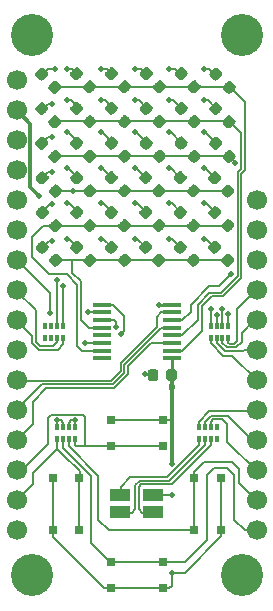
<source format=gbr>
G04 #@! TF.GenerationSoftware,KiCad,Pcbnew,(5.1.2)-1*
G04 #@! TF.CreationDate,2019-07-17T11:01:51+10:00*
G04 #@! TF.ProjectId,led-wing,6c65642d-7769-46e6-972e-6b696361645f,0*
G04 #@! TF.SameCoordinates,Original*
G04 #@! TF.FileFunction,Copper,L1,Top*
G04 #@! TF.FilePolarity,Positive*
%FSLAX46Y46*%
G04 Gerber Fmt 4.6, Leading zero omitted, Abs format (unit mm)*
G04 Created by KiCad (PCBNEW (5.1.2)-1) date 2019-07-17 11:01:51*
%MOMM*%
%LPD*%
G04 APERTURE LIST*
%ADD10R,1.700000X1.100000*%
%ADD11R,0.800000X0.700000*%
%ADD12R,0.700000X0.800000*%
%ADD13C,0.100000*%
%ADD14C,0.875000*%
%ADD15R,1.500000X0.450000*%
%ADD16R,0.400000X0.500000*%
%ADD17R,0.300000X0.500000*%
%ADD18C,1.700000*%
%ADD19C,3.556000*%
%ADD20C,0.500000*%
%ADD21C,0.600000*%
%ADD22C,0.250000*%
%ADD23C,0.150000*%
%ADD24C,0.300000*%
G04 APERTURE END LIST*
D10*
X109550000Y-116375000D03*
X112350000Y-116375000D03*
X109550000Y-114875000D03*
X112350000Y-114875000D03*
D11*
X113150000Y-122800000D03*
X113150000Y-120550000D03*
X108750000Y-122800000D03*
X108750000Y-120550000D03*
D12*
X118075000Y-113475000D03*
X115825000Y-113475000D03*
X118075000Y-117875000D03*
X115825000Y-117875000D03*
X103825000Y-117875000D03*
X106075000Y-117875000D03*
X103825000Y-113475000D03*
X106075000Y-113475000D03*
D11*
X108750000Y-108550000D03*
X108750000Y-110800000D03*
X113150000Y-108550000D03*
X113150000Y-110800000D03*
D13*
G36*
X104104805Y-94478274D02*
G01*
X104126040Y-94481424D01*
X104146864Y-94486640D01*
X104167076Y-94493872D01*
X104186482Y-94503051D01*
X104204895Y-94514087D01*
X104222138Y-94526875D01*
X104238044Y-94541291D01*
X104547403Y-94850650D01*
X104561819Y-94866556D01*
X104574607Y-94883799D01*
X104585643Y-94902212D01*
X104594822Y-94921618D01*
X104602054Y-94941830D01*
X104607270Y-94962654D01*
X104610420Y-94983889D01*
X104611473Y-95005330D01*
X104610420Y-95026771D01*
X104607270Y-95048006D01*
X104602054Y-95068830D01*
X104594822Y-95089042D01*
X104585643Y-95108448D01*
X104574607Y-95126861D01*
X104561819Y-95144104D01*
X104547403Y-95160010D01*
X104185010Y-95522403D01*
X104169104Y-95536819D01*
X104151861Y-95549607D01*
X104133448Y-95560643D01*
X104114042Y-95569822D01*
X104093830Y-95577054D01*
X104073006Y-95582270D01*
X104051771Y-95585420D01*
X104030330Y-95586473D01*
X104008889Y-95585420D01*
X103987654Y-95582270D01*
X103966830Y-95577054D01*
X103946618Y-95569822D01*
X103927212Y-95560643D01*
X103908799Y-95549607D01*
X103891556Y-95536819D01*
X103875650Y-95522403D01*
X103566291Y-95213044D01*
X103551875Y-95197138D01*
X103539087Y-95179895D01*
X103528051Y-95161482D01*
X103518872Y-95142076D01*
X103511640Y-95121864D01*
X103506424Y-95101040D01*
X103503274Y-95079805D01*
X103502221Y-95058364D01*
X103503274Y-95036923D01*
X103506424Y-95015688D01*
X103511640Y-94994864D01*
X103518872Y-94974652D01*
X103528051Y-94955246D01*
X103539087Y-94936833D01*
X103551875Y-94919590D01*
X103566291Y-94903684D01*
X103928684Y-94541291D01*
X103944590Y-94526875D01*
X103961833Y-94514087D01*
X103980246Y-94503051D01*
X103999652Y-94493872D01*
X104019864Y-94486640D01*
X104040688Y-94481424D01*
X104061923Y-94478274D01*
X104083364Y-94477221D01*
X104104805Y-94478274D01*
X104104805Y-94478274D01*
G37*
D14*
X104056847Y-95031847D03*
D13*
G36*
X102991111Y-93364580D02*
G01*
X103012346Y-93367730D01*
X103033170Y-93372946D01*
X103053382Y-93380178D01*
X103072788Y-93389357D01*
X103091201Y-93400393D01*
X103108444Y-93413181D01*
X103124350Y-93427597D01*
X103433709Y-93736956D01*
X103448125Y-93752862D01*
X103460913Y-93770105D01*
X103471949Y-93788518D01*
X103481128Y-93807924D01*
X103488360Y-93828136D01*
X103493576Y-93848960D01*
X103496726Y-93870195D01*
X103497779Y-93891636D01*
X103496726Y-93913077D01*
X103493576Y-93934312D01*
X103488360Y-93955136D01*
X103481128Y-93975348D01*
X103471949Y-93994754D01*
X103460913Y-94013167D01*
X103448125Y-94030410D01*
X103433709Y-94046316D01*
X103071316Y-94408709D01*
X103055410Y-94423125D01*
X103038167Y-94435913D01*
X103019754Y-94446949D01*
X103000348Y-94456128D01*
X102980136Y-94463360D01*
X102959312Y-94468576D01*
X102938077Y-94471726D01*
X102916636Y-94472779D01*
X102895195Y-94471726D01*
X102873960Y-94468576D01*
X102853136Y-94463360D01*
X102832924Y-94456128D01*
X102813518Y-94446949D01*
X102795105Y-94435913D01*
X102777862Y-94423125D01*
X102761956Y-94408709D01*
X102452597Y-94099350D01*
X102438181Y-94083444D01*
X102425393Y-94066201D01*
X102414357Y-94047788D01*
X102405178Y-94028382D01*
X102397946Y-94008170D01*
X102392730Y-93987346D01*
X102389580Y-93966111D01*
X102388527Y-93944670D01*
X102389580Y-93923229D01*
X102392730Y-93901994D01*
X102397946Y-93881170D01*
X102405178Y-93860958D01*
X102414357Y-93841552D01*
X102425393Y-93823139D01*
X102438181Y-93805896D01*
X102452597Y-93789990D01*
X102814990Y-93427597D01*
X102830896Y-93413181D01*
X102848139Y-93400393D01*
X102866552Y-93389357D01*
X102885958Y-93380178D01*
X102906170Y-93372946D01*
X102926994Y-93367730D01*
X102948229Y-93364580D01*
X102969670Y-93363527D01*
X102991111Y-93364580D01*
X102991111Y-93364580D01*
G37*
D14*
X102943153Y-93918153D03*
D13*
G36*
X104104805Y-91548274D02*
G01*
X104126040Y-91551424D01*
X104146864Y-91556640D01*
X104167076Y-91563872D01*
X104186482Y-91573051D01*
X104204895Y-91584087D01*
X104222138Y-91596875D01*
X104238044Y-91611291D01*
X104547403Y-91920650D01*
X104561819Y-91936556D01*
X104574607Y-91953799D01*
X104585643Y-91972212D01*
X104594822Y-91991618D01*
X104602054Y-92011830D01*
X104607270Y-92032654D01*
X104610420Y-92053889D01*
X104611473Y-92075330D01*
X104610420Y-92096771D01*
X104607270Y-92118006D01*
X104602054Y-92138830D01*
X104594822Y-92159042D01*
X104585643Y-92178448D01*
X104574607Y-92196861D01*
X104561819Y-92214104D01*
X104547403Y-92230010D01*
X104185010Y-92592403D01*
X104169104Y-92606819D01*
X104151861Y-92619607D01*
X104133448Y-92630643D01*
X104114042Y-92639822D01*
X104093830Y-92647054D01*
X104073006Y-92652270D01*
X104051771Y-92655420D01*
X104030330Y-92656473D01*
X104008889Y-92655420D01*
X103987654Y-92652270D01*
X103966830Y-92647054D01*
X103946618Y-92639822D01*
X103927212Y-92630643D01*
X103908799Y-92619607D01*
X103891556Y-92606819D01*
X103875650Y-92592403D01*
X103566291Y-92283044D01*
X103551875Y-92267138D01*
X103539087Y-92249895D01*
X103528051Y-92231482D01*
X103518872Y-92212076D01*
X103511640Y-92191864D01*
X103506424Y-92171040D01*
X103503274Y-92149805D01*
X103502221Y-92128364D01*
X103503274Y-92106923D01*
X103506424Y-92085688D01*
X103511640Y-92064864D01*
X103518872Y-92044652D01*
X103528051Y-92025246D01*
X103539087Y-92006833D01*
X103551875Y-91989590D01*
X103566291Y-91973684D01*
X103928684Y-91611291D01*
X103944590Y-91596875D01*
X103961833Y-91584087D01*
X103980246Y-91573051D01*
X103999652Y-91563872D01*
X104019864Y-91556640D01*
X104040688Y-91551424D01*
X104061923Y-91548274D01*
X104083364Y-91547221D01*
X104104805Y-91548274D01*
X104104805Y-91548274D01*
G37*
D14*
X104056847Y-92101847D03*
D13*
G36*
X102991111Y-90434580D02*
G01*
X103012346Y-90437730D01*
X103033170Y-90442946D01*
X103053382Y-90450178D01*
X103072788Y-90459357D01*
X103091201Y-90470393D01*
X103108444Y-90483181D01*
X103124350Y-90497597D01*
X103433709Y-90806956D01*
X103448125Y-90822862D01*
X103460913Y-90840105D01*
X103471949Y-90858518D01*
X103481128Y-90877924D01*
X103488360Y-90898136D01*
X103493576Y-90918960D01*
X103496726Y-90940195D01*
X103497779Y-90961636D01*
X103496726Y-90983077D01*
X103493576Y-91004312D01*
X103488360Y-91025136D01*
X103481128Y-91045348D01*
X103471949Y-91064754D01*
X103460913Y-91083167D01*
X103448125Y-91100410D01*
X103433709Y-91116316D01*
X103071316Y-91478709D01*
X103055410Y-91493125D01*
X103038167Y-91505913D01*
X103019754Y-91516949D01*
X103000348Y-91526128D01*
X102980136Y-91533360D01*
X102959312Y-91538576D01*
X102938077Y-91541726D01*
X102916636Y-91542779D01*
X102895195Y-91541726D01*
X102873960Y-91538576D01*
X102853136Y-91533360D01*
X102832924Y-91526128D01*
X102813518Y-91516949D01*
X102795105Y-91505913D01*
X102777862Y-91493125D01*
X102761956Y-91478709D01*
X102452597Y-91169350D01*
X102438181Y-91153444D01*
X102425393Y-91136201D01*
X102414357Y-91117788D01*
X102405178Y-91098382D01*
X102397946Y-91078170D01*
X102392730Y-91057346D01*
X102389580Y-91036111D01*
X102388527Y-91014670D01*
X102389580Y-90993229D01*
X102392730Y-90971994D01*
X102397946Y-90951170D01*
X102405178Y-90930958D01*
X102414357Y-90911552D01*
X102425393Y-90893139D01*
X102438181Y-90875896D01*
X102452597Y-90859990D01*
X102814990Y-90497597D01*
X102830896Y-90483181D01*
X102848139Y-90470393D01*
X102866552Y-90459357D01*
X102885958Y-90450178D01*
X102906170Y-90442946D01*
X102926994Y-90437730D01*
X102948229Y-90434580D01*
X102969670Y-90433527D01*
X102991111Y-90434580D01*
X102991111Y-90434580D01*
G37*
D14*
X102943153Y-90988153D03*
D13*
G36*
X104104805Y-88618274D02*
G01*
X104126040Y-88621424D01*
X104146864Y-88626640D01*
X104167076Y-88633872D01*
X104186482Y-88643051D01*
X104204895Y-88654087D01*
X104222138Y-88666875D01*
X104238044Y-88681291D01*
X104547403Y-88990650D01*
X104561819Y-89006556D01*
X104574607Y-89023799D01*
X104585643Y-89042212D01*
X104594822Y-89061618D01*
X104602054Y-89081830D01*
X104607270Y-89102654D01*
X104610420Y-89123889D01*
X104611473Y-89145330D01*
X104610420Y-89166771D01*
X104607270Y-89188006D01*
X104602054Y-89208830D01*
X104594822Y-89229042D01*
X104585643Y-89248448D01*
X104574607Y-89266861D01*
X104561819Y-89284104D01*
X104547403Y-89300010D01*
X104185010Y-89662403D01*
X104169104Y-89676819D01*
X104151861Y-89689607D01*
X104133448Y-89700643D01*
X104114042Y-89709822D01*
X104093830Y-89717054D01*
X104073006Y-89722270D01*
X104051771Y-89725420D01*
X104030330Y-89726473D01*
X104008889Y-89725420D01*
X103987654Y-89722270D01*
X103966830Y-89717054D01*
X103946618Y-89709822D01*
X103927212Y-89700643D01*
X103908799Y-89689607D01*
X103891556Y-89676819D01*
X103875650Y-89662403D01*
X103566291Y-89353044D01*
X103551875Y-89337138D01*
X103539087Y-89319895D01*
X103528051Y-89301482D01*
X103518872Y-89282076D01*
X103511640Y-89261864D01*
X103506424Y-89241040D01*
X103503274Y-89219805D01*
X103502221Y-89198364D01*
X103503274Y-89176923D01*
X103506424Y-89155688D01*
X103511640Y-89134864D01*
X103518872Y-89114652D01*
X103528051Y-89095246D01*
X103539087Y-89076833D01*
X103551875Y-89059590D01*
X103566291Y-89043684D01*
X103928684Y-88681291D01*
X103944590Y-88666875D01*
X103961833Y-88654087D01*
X103980246Y-88643051D01*
X103999652Y-88633872D01*
X104019864Y-88626640D01*
X104040688Y-88621424D01*
X104061923Y-88618274D01*
X104083364Y-88617221D01*
X104104805Y-88618274D01*
X104104805Y-88618274D01*
G37*
D14*
X104056847Y-89171847D03*
D13*
G36*
X102991111Y-87504580D02*
G01*
X103012346Y-87507730D01*
X103033170Y-87512946D01*
X103053382Y-87520178D01*
X103072788Y-87529357D01*
X103091201Y-87540393D01*
X103108444Y-87553181D01*
X103124350Y-87567597D01*
X103433709Y-87876956D01*
X103448125Y-87892862D01*
X103460913Y-87910105D01*
X103471949Y-87928518D01*
X103481128Y-87947924D01*
X103488360Y-87968136D01*
X103493576Y-87988960D01*
X103496726Y-88010195D01*
X103497779Y-88031636D01*
X103496726Y-88053077D01*
X103493576Y-88074312D01*
X103488360Y-88095136D01*
X103481128Y-88115348D01*
X103471949Y-88134754D01*
X103460913Y-88153167D01*
X103448125Y-88170410D01*
X103433709Y-88186316D01*
X103071316Y-88548709D01*
X103055410Y-88563125D01*
X103038167Y-88575913D01*
X103019754Y-88586949D01*
X103000348Y-88596128D01*
X102980136Y-88603360D01*
X102959312Y-88608576D01*
X102938077Y-88611726D01*
X102916636Y-88612779D01*
X102895195Y-88611726D01*
X102873960Y-88608576D01*
X102853136Y-88603360D01*
X102832924Y-88596128D01*
X102813518Y-88586949D01*
X102795105Y-88575913D01*
X102777862Y-88563125D01*
X102761956Y-88548709D01*
X102452597Y-88239350D01*
X102438181Y-88223444D01*
X102425393Y-88206201D01*
X102414357Y-88187788D01*
X102405178Y-88168382D01*
X102397946Y-88148170D01*
X102392730Y-88127346D01*
X102389580Y-88106111D01*
X102388527Y-88084670D01*
X102389580Y-88063229D01*
X102392730Y-88041994D01*
X102397946Y-88021170D01*
X102405178Y-88000958D01*
X102414357Y-87981552D01*
X102425393Y-87963139D01*
X102438181Y-87945896D01*
X102452597Y-87929990D01*
X102814990Y-87567597D01*
X102830896Y-87553181D01*
X102848139Y-87540393D01*
X102866552Y-87529357D01*
X102885958Y-87520178D01*
X102906170Y-87512946D01*
X102926994Y-87507730D01*
X102948229Y-87504580D01*
X102969670Y-87503527D01*
X102991111Y-87504580D01*
X102991111Y-87504580D01*
G37*
D14*
X102943153Y-88058153D03*
D13*
G36*
X104054805Y-85688274D02*
G01*
X104076040Y-85691424D01*
X104096864Y-85696640D01*
X104117076Y-85703872D01*
X104136482Y-85713051D01*
X104154895Y-85724087D01*
X104172138Y-85736875D01*
X104188044Y-85751291D01*
X104497403Y-86060650D01*
X104511819Y-86076556D01*
X104524607Y-86093799D01*
X104535643Y-86112212D01*
X104544822Y-86131618D01*
X104552054Y-86151830D01*
X104557270Y-86172654D01*
X104560420Y-86193889D01*
X104561473Y-86215330D01*
X104560420Y-86236771D01*
X104557270Y-86258006D01*
X104552054Y-86278830D01*
X104544822Y-86299042D01*
X104535643Y-86318448D01*
X104524607Y-86336861D01*
X104511819Y-86354104D01*
X104497403Y-86370010D01*
X104135010Y-86732403D01*
X104119104Y-86746819D01*
X104101861Y-86759607D01*
X104083448Y-86770643D01*
X104064042Y-86779822D01*
X104043830Y-86787054D01*
X104023006Y-86792270D01*
X104001771Y-86795420D01*
X103980330Y-86796473D01*
X103958889Y-86795420D01*
X103937654Y-86792270D01*
X103916830Y-86787054D01*
X103896618Y-86779822D01*
X103877212Y-86770643D01*
X103858799Y-86759607D01*
X103841556Y-86746819D01*
X103825650Y-86732403D01*
X103516291Y-86423044D01*
X103501875Y-86407138D01*
X103489087Y-86389895D01*
X103478051Y-86371482D01*
X103468872Y-86352076D01*
X103461640Y-86331864D01*
X103456424Y-86311040D01*
X103453274Y-86289805D01*
X103452221Y-86268364D01*
X103453274Y-86246923D01*
X103456424Y-86225688D01*
X103461640Y-86204864D01*
X103468872Y-86184652D01*
X103478051Y-86165246D01*
X103489087Y-86146833D01*
X103501875Y-86129590D01*
X103516291Y-86113684D01*
X103878684Y-85751291D01*
X103894590Y-85736875D01*
X103911833Y-85724087D01*
X103930246Y-85713051D01*
X103949652Y-85703872D01*
X103969864Y-85696640D01*
X103990688Y-85691424D01*
X104011923Y-85688274D01*
X104033364Y-85687221D01*
X104054805Y-85688274D01*
X104054805Y-85688274D01*
G37*
D14*
X104006847Y-86241847D03*
D13*
G36*
X102941111Y-84574580D02*
G01*
X102962346Y-84577730D01*
X102983170Y-84582946D01*
X103003382Y-84590178D01*
X103022788Y-84599357D01*
X103041201Y-84610393D01*
X103058444Y-84623181D01*
X103074350Y-84637597D01*
X103383709Y-84946956D01*
X103398125Y-84962862D01*
X103410913Y-84980105D01*
X103421949Y-84998518D01*
X103431128Y-85017924D01*
X103438360Y-85038136D01*
X103443576Y-85058960D01*
X103446726Y-85080195D01*
X103447779Y-85101636D01*
X103446726Y-85123077D01*
X103443576Y-85144312D01*
X103438360Y-85165136D01*
X103431128Y-85185348D01*
X103421949Y-85204754D01*
X103410913Y-85223167D01*
X103398125Y-85240410D01*
X103383709Y-85256316D01*
X103021316Y-85618709D01*
X103005410Y-85633125D01*
X102988167Y-85645913D01*
X102969754Y-85656949D01*
X102950348Y-85666128D01*
X102930136Y-85673360D01*
X102909312Y-85678576D01*
X102888077Y-85681726D01*
X102866636Y-85682779D01*
X102845195Y-85681726D01*
X102823960Y-85678576D01*
X102803136Y-85673360D01*
X102782924Y-85666128D01*
X102763518Y-85656949D01*
X102745105Y-85645913D01*
X102727862Y-85633125D01*
X102711956Y-85618709D01*
X102402597Y-85309350D01*
X102388181Y-85293444D01*
X102375393Y-85276201D01*
X102364357Y-85257788D01*
X102355178Y-85238382D01*
X102347946Y-85218170D01*
X102342730Y-85197346D01*
X102339580Y-85176111D01*
X102338527Y-85154670D01*
X102339580Y-85133229D01*
X102342730Y-85111994D01*
X102347946Y-85091170D01*
X102355178Y-85070958D01*
X102364357Y-85051552D01*
X102375393Y-85033139D01*
X102388181Y-85015896D01*
X102402597Y-84999990D01*
X102764990Y-84637597D01*
X102780896Y-84623181D01*
X102798139Y-84610393D01*
X102816552Y-84599357D01*
X102835958Y-84590178D01*
X102856170Y-84582946D01*
X102876994Y-84577730D01*
X102898229Y-84574580D01*
X102919670Y-84573527D01*
X102941111Y-84574580D01*
X102941111Y-84574580D01*
G37*
D14*
X102893153Y-85128153D03*
D13*
G36*
X104054805Y-82758274D02*
G01*
X104076040Y-82761424D01*
X104096864Y-82766640D01*
X104117076Y-82773872D01*
X104136482Y-82783051D01*
X104154895Y-82794087D01*
X104172138Y-82806875D01*
X104188044Y-82821291D01*
X104497403Y-83130650D01*
X104511819Y-83146556D01*
X104524607Y-83163799D01*
X104535643Y-83182212D01*
X104544822Y-83201618D01*
X104552054Y-83221830D01*
X104557270Y-83242654D01*
X104560420Y-83263889D01*
X104561473Y-83285330D01*
X104560420Y-83306771D01*
X104557270Y-83328006D01*
X104552054Y-83348830D01*
X104544822Y-83369042D01*
X104535643Y-83388448D01*
X104524607Y-83406861D01*
X104511819Y-83424104D01*
X104497403Y-83440010D01*
X104135010Y-83802403D01*
X104119104Y-83816819D01*
X104101861Y-83829607D01*
X104083448Y-83840643D01*
X104064042Y-83849822D01*
X104043830Y-83857054D01*
X104023006Y-83862270D01*
X104001771Y-83865420D01*
X103980330Y-83866473D01*
X103958889Y-83865420D01*
X103937654Y-83862270D01*
X103916830Y-83857054D01*
X103896618Y-83849822D01*
X103877212Y-83840643D01*
X103858799Y-83829607D01*
X103841556Y-83816819D01*
X103825650Y-83802403D01*
X103516291Y-83493044D01*
X103501875Y-83477138D01*
X103489087Y-83459895D01*
X103478051Y-83441482D01*
X103468872Y-83422076D01*
X103461640Y-83401864D01*
X103456424Y-83381040D01*
X103453274Y-83359805D01*
X103452221Y-83338364D01*
X103453274Y-83316923D01*
X103456424Y-83295688D01*
X103461640Y-83274864D01*
X103468872Y-83254652D01*
X103478051Y-83235246D01*
X103489087Y-83216833D01*
X103501875Y-83199590D01*
X103516291Y-83183684D01*
X103878684Y-82821291D01*
X103894590Y-82806875D01*
X103911833Y-82794087D01*
X103930246Y-82783051D01*
X103949652Y-82773872D01*
X103969864Y-82766640D01*
X103990688Y-82761424D01*
X104011923Y-82758274D01*
X104033364Y-82757221D01*
X104054805Y-82758274D01*
X104054805Y-82758274D01*
G37*
D14*
X104006847Y-83311847D03*
D13*
G36*
X102941111Y-81644580D02*
G01*
X102962346Y-81647730D01*
X102983170Y-81652946D01*
X103003382Y-81660178D01*
X103022788Y-81669357D01*
X103041201Y-81680393D01*
X103058444Y-81693181D01*
X103074350Y-81707597D01*
X103383709Y-82016956D01*
X103398125Y-82032862D01*
X103410913Y-82050105D01*
X103421949Y-82068518D01*
X103431128Y-82087924D01*
X103438360Y-82108136D01*
X103443576Y-82128960D01*
X103446726Y-82150195D01*
X103447779Y-82171636D01*
X103446726Y-82193077D01*
X103443576Y-82214312D01*
X103438360Y-82235136D01*
X103431128Y-82255348D01*
X103421949Y-82274754D01*
X103410913Y-82293167D01*
X103398125Y-82310410D01*
X103383709Y-82326316D01*
X103021316Y-82688709D01*
X103005410Y-82703125D01*
X102988167Y-82715913D01*
X102969754Y-82726949D01*
X102950348Y-82736128D01*
X102930136Y-82743360D01*
X102909312Y-82748576D01*
X102888077Y-82751726D01*
X102866636Y-82752779D01*
X102845195Y-82751726D01*
X102823960Y-82748576D01*
X102803136Y-82743360D01*
X102782924Y-82736128D01*
X102763518Y-82726949D01*
X102745105Y-82715913D01*
X102727862Y-82703125D01*
X102711956Y-82688709D01*
X102402597Y-82379350D01*
X102388181Y-82363444D01*
X102375393Y-82346201D01*
X102364357Y-82327788D01*
X102355178Y-82308382D01*
X102347946Y-82288170D01*
X102342730Y-82267346D01*
X102339580Y-82246111D01*
X102338527Y-82224670D01*
X102339580Y-82203229D01*
X102342730Y-82181994D01*
X102347946Y-82161170D01*
X102355178Y-82140958D01*
X102364357Y-82121552D01*
X102375393Y-82103139D01*
X102388181Y-82085896D01*
X102402597Y-82069990D01*
X102764990Y-81707597D01*
X102780896Y-81693181D01*
X102798139Y-81680393D01*
X102816552Y-81669357D01*
X102835958Y-81660178D01*
X102856170Y-81652946D01*
X102876994Y-81647730D01*
X102898229Y-81644580D01*
X102919670Y-81643527D01*
X102941111Y-81644580D01*
X102941111Y-81644580D01*
G37*
D14*
X102893153Y-82198153D03*
D13*
G36*
X104054805Y-79828274D02*
G01*
X104076040Y-79831424D01*
X104096864Y-79836640D01*
X104117076Y-79843872D01*
X104136482Y-79853051D01*
X104154895Y-79864087D01*
X104172138Y-79876875D01*
X104188044Y-79891291D01*
X104497403Y-80200650D01*
X104511819Y-80216556D01*
X104524607Y-80233799D01*
X104535643Y-80252212D01*
X104544822Y-80271618D01*
X104552054Y-80291830D01*
X104557270Y-80312654D01*
X104560420Y-80333889D01*
X104561473Y-80355330D01*
X104560420Y-80376771D01*
X104557270Y-80398006D01*
X104552054Y-80418830D01*
X104544822Y-80439042D01*
X104535643Y-80458448D01*
X104524607Y-80476861D01*
X104511819Y-80494104D01*
X104497403Y-80510010D01*
X104135010Y-80872403D01*
X104119104Y-80886819D01*
X104101861Y-80899607D01*
X104083448Y-80910643D01*
X104064042Y-80919822D01*
X104043830Y-80927054D01*
X104023006Y-80932270D01*
X104001771Y-80935420D01*
X103980330Y-80936473D01*
X103958889Y-80935420D01*
X103937654Y-80932270D01*
X103916830Y-80927054D01*
X103896618Y-80919822D01*
X103877212Y-80910643D01*
X103858799Y-80899607D01*
X103841556Y-80886819D01*
X103825650Y-80872403D01*
X103516291Y-80563044D01*
X103501875Y-80547138D01*
X103489087Y-80529895D01*
X103478051Y-80511482D01*
X103468872Y-80492076D01*
X103461640Y-80471864D01*
X103456424Y-80451040D01*
X103453274Y-80429805D01*
X103452221Y-80408364D01*
X103453274Y-80386923D01*
X103456424Y-80365688D01*
X103461640Y-80344864D01*
X103468872Y-80324652D01*
X103478051Y-80305246D01*
X103489087Y-80286833D01*
X103501875Y-80269590D01*
X103516291Y-80253684D01*
X103878684Y-79891291D01*
X103894590Y-79876875D01*
X103911833Y-79864087D01*
X103930246Y-79853051D01*
X103949652Y-79843872D01*
X103969864Y-79836640D01*
X103990688Y-79831424D01*
X104011923Y-79828274D01*
X104033364Y-79827221D01*
X104054805Y-79828274D01*
X104054805Y-79828274D01*
G37*
D14*
X104006847Y-80381847D03*
D13*
G36*
X102941111Y-78714580D02*
G01*
X102962346Y-78717730D01*
X102983170Y-78722946D01*
X103003382Y-78730178D01*
X103022788Y-78739357D01*
X103041201Y-78750393D01*
X103058444Y-78763181D01*
X103074350Y-78777597D01*
X103383709Y-79086956D01*
X103398125Y-79102862D01*
X103410913Y-79120105D01*
X103421949Y-79138518D01*
X103431128Y-79157924D01*
X103438360Y-79178136D01*
X103443576Y-79198960D01*
X103446726Y-79220195D01*
X103447779Y-79241636D01*
X103446726Y-79263077D01*
X103443576Y-79284312D01*
X103438360Y-79305136D01*
X103431128Y-79325348D01*
X103421949Y-79344754D01*
X103410913Y-79363167D01*
X103398125Y-79380410D01*
X103383709Y-79396316D01*
X103021316Y-79758709D01*
X103005410Y-79773125D01*
X102988167Y-79785913D01*
X102969754Y-79796949D01*
X102950348Y-79806128D01*
X102930136Y-79813360D01*
X102909312Y-79818576D01*
X102888077Y-79821726D01*
X102866636Y-79822779D01*
X102845195Y-79821726D01*
X102823960Y-79818576D01*
X102803136Y-79813360D01*
X102782924Y-79806128D01*
X102763518Y-79796949D01*
X102745105Y-79785913D01*
X102727862Y-79773125D01*
X102711956Y-79758709D01*
X102402597Y-79449350D01*
X102388181Y-79433444D01*
X102375393Y-79416201D01*
X102364357Y-79397788D01*
X102355178Y-79378382D01*
X102347946Y-79358170D01*
X102342730Y-79337346D01*
X102339580Y-79316111D01*
X102338527Y-79294670D01*
X102339580Y-79273229D01*
X102342730Y-79251994D01*
X102347946Y-79231170D01*
X102355178Y-79210958D01*
X102364357Y-79191552D01*
X102375393Y-79173139D01*
X102388181Y-79155896D01*
X102402597Y-79139990D01*
X102764990Y-78777597D01*
X102780896Y-78763181D01*
X102798139Y-78750393D01*
X102816552Y-78739357D01*
X102835958Y-78730178D01*
X102856170Y-78722946D01*
X102876994Y-78717730D01*
X102898229Y-78714580D01*
X102919670Y-78713527D01*
X102941111Y-78714580D01*
X102941111Y-78714580D01*
G37*
D14*
X102893153Y-79268153D03*
D13*
G36*
X107024805Y-94490774D02*
G01*
X107046040Y-94493924D01*
X107066864Y-94499140D01*
X107087076Y-94506372D01*
X107106482Y-94515551D01*
X107124895Y-94526587D01*
X107142138Y-94539375D01*
X107158044Y-94553791D01*
X107467403Y-94863150D01*
X107481819Y-94879056D01*
X107494607Y-94896299D01*
X107505643Y-94914712D01*
X107514822Y-94934118D01*
X107522054Y-94954330D01*
X107527270Y-94975154D01*
X107530420Y-94996389D01*
X107531473Y-95017830D01*
X107530420Y-95039271D01*
X107527270Y-95060506D01*
X107522054Y-95081330D01*
X107514822Y-95101542D01*
X107505643Y-95120948D01*
X107494607Y-95139361D01*
X107481819Y-95156604D01*
X107467403Y-95172510D01*
X107105010Y-95534903D01*
X107089104Y-95549319D01*
X107071861Y-95562107D01*
X107053448Y-95573143D01*
X107034042Y-95582322D01*
X107013830Y-95589554D01*
X106993006Y-95594770D01*
X106971771Y-95597920D01*
X106950330Y-95598973D01*
X106928889Y-95597920D01*
X106907654Y-95594770D01*
X106886830Y-95589554D01*
X106866618Y-95582322D01*
X106847212Y-95573143D01*
X106828799Y-95562107D01*
X106811556Y-95549319D01*
X106795650Y-95534903D01*
X106486291Y-95225544D01*
X106471875Y-95209638D01*
X106459087Y-95192395D01*
X106448051Y-95173982D01*
X106438872Y-95154576D01*
X106431640Y-95134364D01*
X106426424Y-95113540D01*
X106423274Y-95092305D01*
X106422221Y-95070864D01*
X106423274Y-95049423D01*
X106426424Y-95028188D01*
X106431640Y-95007364D01*
X106438872Y-94987152D01*
X106448051Y-94967746D01*
X106459087Y-94949333D01*
X106471875Y-94932090D01*
X106486291Y-94916184D01*
X106848684Y-94553791D01*
X106864590Y-94539375D01*
X106881833Y-94526587D01*
X106900246Y-94515551D01*
X106919652Y-94506372D01*
X106939864Y-94499140D01*
X106960688Y-94493924D01*
X106981923Y-94490774D01*
X107003364Y-94489721D01*
X107024805Y-94490774D01*
X107024805Y-94490774D01*
G37*
D14*
X106976847Y-95044347D03*
D13*
G36*
X105911111Y-93377080D02*
G01*
X105932346Y-93380230D01*
X105953170Y-93385446D01*
X105973382Y-93392678D01*
X105992788Y-93401857D01*
X106011201Y-93412893D01*
X106028444Y-93425681D01*
X106044350Y-93440097D01*
X106353709Y-93749456D01*
X106368125Y-93765362D01*
X106380913Y-93782605D01*
X106391949Y-93801018D01*
X106401128Y-93820424D01*
X106408360Y-93840636D01*
X106413576Y-93861460D01*
X106416726Y-93882695D01*
X106417779Y-93904136D01*
X106416726Y-93925577D01*
X106413576Y-93946812D01*
X106408360Y-93967636D01*
X106401128Y-93987848D01*
X106391949Y-94007254D01*
X106380913Y-94025667D01*
X106368125Y-94042910D01*
X106353709Y-94058816D01*
X105991316Y-94421209D01*
X105975410Y-94435625D01*
X105958167Y-94448413D01*
X105939754Y-94459449D01*
X105920348Y-94468628D01*
X105900136Y-94475860D01*
X105879312Y-94481076D01*
X105858077Y-94484226D01*
X105836636Y-94485279D01*
X105815195Y-94484226D01*
X105793960Y-94481076D01*
X105773136Y-94475860D01*
X105752924Y-94468628D01*
X105733518Y-94459449D01*
X105715105Y-94448413D01*
X105697862Y-94435625D01*
X105681956Y-94421209D01*
X105372597Y-94111850D01*
X105358181Y-94095944D01*
X105345393Y-94078701D01*
X105334357Y-94060288D01*
X105325178Y-94040882D01*
X105317946Y-94020670D01*
X105312730Y-93999846D01*
X105309580Y-93978611D01*
X105308527Y-93957170D01*
X105309580Y-93935729D01*
X105312730Y-93914494D01*
X105317946Y-93893670D01*
X105325178Y-93873458D01*
X105334357Y-93854052D01*
X105345393Y-93835639D01*
X105358181Y-93818396D01*
X105372597Y-93802490D01*
X105734990Y-93440097D01*
X105750896Y-93425681D01*
X105768139Y-93412893D01*
X105786552Y-93401857D01*
X105805958Y-93392678D01*
X105826170Y-93385446D01*
X105846994Y-93380230D01*
X105868229Y-93377080D01*
X105889670Y-93376027D01*
X105911111Y-93377080D01*
X105911111Y-93377080D01*
G37*
D14*
X105863153Y-93930653D03*
D13*
G36*
X107024805Y-91550774D02*
G01*
X107046040Y-91553924D01*
X107066864Y-91559140D01*
X107087076Y-91566372D01*
X107106482Y-91575551D01*
X107124895Y-91586587D01*
X107142138Y-91599375D01*
X107158044Y-91613791D01*
X107467403Y-91923150D01*
X107481819Y-91939056D01*
X107494607Y-91956299D01*
X107505643Y-91974712D01*
X107514822Y-91994118D01*
X107522054Y-92014330D01*
X107527270Y-92035154D01*
X107530420Y-92056389D01*
X107531473Y-92077830D01*
X107530420Y-92099271D01*
X107527270Y-92120506D01*
X107522054Y-92141330D01*
X107514822Y-92161542D01*
X107505643Y-92180948D01*
X107494607Y-92199361D01*
X107481819Y-92216604D01*
X107467403Y-92232510D01*
X107105010Y-92594903D01*
X107089104Y-92609319D01*
X107071861Y-92622107D01*
X107053448Y-92633143D01*
X107034042Y-92642322D01*
X107013830Y-92649554D01*
X106993006Y-92654770D01*
X106971771Y-92657920D01*
X106950330Y-92658973D01*
X106928889Y-92657920D01*
X106907654Y-92654770D01*
X106886830Y-92649554D01*
X106866618Y-92642322D01*
X106847212Y-92633143D01*
X106828799Y-92622107D01*
X106811556Y-92609319D01*
X106795650Y-92594903D01*
X106486291Y-92285544D01*
X106471875Y-92269638D01*
X106459087Y-92252395D01*
X106448051Y-92233982D01*
X106438872Y-92214576D01*
X106431640Y-92194364D01*
X106426424Y-92173540D01*
X106423274Y-92152305D01*
X106422221Y-92130864D01*
X106423274Y-92109423D01*
X106426424Y-92088188D01*
X106431640Y-92067364D01*
X106438872Y-92047152D01*
X106448051Y-92027746D01*
X106459087Y-92009333D01*
X106471875Y-91992090D01*
X106486291Y-91976184D01*
X106848684Y-91613791D01*
X106864590Y-91599375D01*
X106881833Y-91586587D01*
X106900246Y-91575551D01*
X106919652Y-91566372D01*
X106939864Y-91559140D01*
X106960688Y-91553924D01*
X106981923Y-91550774D01*
X107003364Y-91549721D01*
X107024805Y-91550774D01*
X107024805Y-91550774D01*
G37*
D14*
X106976847Y-92104347D03*
D13*
G36*
X105911111Y-90437080D02*
G01*
X105932346Y-90440230D01*
X105953170Y-90445446D01*
X105973382Y-90452678D01*
X105992788Y-90461857D01*
X106011201Y-90472893D01*
X106028444Y-90485681D01*
X106044350Y-90500097D01*
X106353709Y-90809456D01*
X106368125Y-90825362D01*
X106380913Y-90842605D01*
X106391949Y-90861018D01*
X106401128Y-90880424D01*
X106408360Y-90900636D01*
X106413576Y-90921460D01*
X106416726Y-90942695D01*
X106417779Y-90964136D01*
X106416726Y-90985577D01*
X106413576Y-91006812D01*
X106408360Y-91027636D01*
X106401128Y-91047848D01*
X106391949Y-91067254D01*
X106380913Y-91085667D01*
X106368125Y-91102910D01*
X106353709Y-91118816D01*
X105991316Y-91481209D01*
X105975410Y-91495625D01*
X105958167Y-91508413D01*
X105939754Y-91519449D01*
X105920348Y-91528628D01*
X105900136Y-91535860D01*
X105879312Y-91541076D01*
X105858077Y-91544226D01*
X105836636Y-91545279D01*
X105815195Y-91544226D01*
X105793960Y-91541076D01*
X105773136Y-91535860D01*
X105752924Y-91528628D01*
X105733518Y-91519449D01*
X105715105Y-91508413D01*
X105697862Y-91495625D01*
X105681956Y-91481209D01*
X105372597Y-91171850D01*
X105358181Y-91155944D01*
X105345393Y-91138701D01*
X105334357Y-91120288D01*
X105325178Y-91100882D01*
X105317946Y-91080670D01*
X105312730Y-91059846D01*
X105309580Y-91038611D01*
X105308527Y-91017170D01*
X105309580Y-90995729D01*
X105312730Y-90974494D01*
X105317946Y-90953670D01*
X105325178Y-90933458D01*
X105334357Y-90914052D01*
X105345393Y-90895639D01*
X105358181Y-90878396D01*
X105372597Y-90862490D01*
X105734990Y-90500097D01*
X105750896Y-90485681D01*
X105768139Y-90472893D01*
X105786552Y-90461857D01*
X105805958Y-90452678D01*
X105826170Y-90445446D01*
X105846994Y-90440230D01*
X105868229Y-90437080D01*
X105889670Y-90436027D01*
X105911111Y-90437080D01*
X105911111Y-90437080D01*
G37*
D14*
X105863153Y-90990653D03*
D13*
G36*
X107024805Y-88610774D02*
G01*
X107046040Y-88613924D01*
X107066864Y-88619140D01*
X107087076Y-88626372D01*
X107106482Y-88635551D01*
X107124895Y-88646587D01*
X107142138Y-88659375D01*
X107158044Y-88673791D01*
X107467403Y-88983150D01*
X107481819Y-88999056D01*
X107494607Y-89016299D01*
X107505643Y-89034712D01*
X107514822Y-89054118D01*
X107522054Y-89074330D01*
X107527270Y-89095154D01*
X107530420Y-89116389D01*
X107531473Y-89137830D01*
X107530420Y-89159271D01*
X107527270Y-89180506D01*
X107522054Y-89201330D01*
X107514822Y-89221542D01*
X107505643Y-89240948D01*
X107494607Y-89259361D01*
X107481819Y-89276604D01*
X107467403Y-89292510D01*
X107105010Y-89654903D01*
X107089104Y-89669319D01*
X107071861Y-89682107D01*
X107053448Y-89693143D01*
X107034042Y-89702322D01*
X107013830Y-89709554D01*
X106993006Y-89714770D01*
X106971771Y-89717920D01*
X106950330Y-89718973D01*
X106928889Y-89717920D01*
X106907654Y-89714770D01*
X106886830Y-89709554D01*
X106866618Y-89702322D01*
X106847212Y-89693143D01*
X106828799Y-89682107D01*
X106811556Y-89669319D01*
X106795650Y-89654903D01*
X106486291Y-89345544D01*
X106471875Y-89329638D01*
X106459087Y-89312395D01*
X106448051Y-89293982D01*
X106438872Y-89274576D01*
X106431640Y-89254364D01*
X106426424Y-89233540D01*
X106423274Y-89212305D01*
X106422221Y-89190864D01*
X106423274Y-89169423D01*
X106426424Y-89148188D01*
X106431640Y-89127364D01*
X106438872Y-89107152D01*
X106448051Y-89087746D01*
X106459087Y-89069333D01*
X106471875Y-89052090D01*
X106486291Y-89036184D01*
X106848684Y-88673791D01*
X106864590Y-88659375D01*
X106881833Y-88646587D01*
X106900246Y-88635551D01*
X106919652Y-88626372D01*
X106939864Y-88619140D01*
X106960688Y-88613924D01*
X106981923Y-88610774D01*
X107003364Y-88609721D01*
X107024805Y-88610774D01*
X107024805Y-88610774D01*
G37*
D14*
X106976847Y-89164347D03*
D13*
G36*
X105911111Y-87497080D02*
G01*
X105932346Y-87500230D01*
X105953170Y-87505446D01*
X105973382Y-87512678D01*
X105992788Y-87521857D01*
X106011201Y-87532893D01*
X106028444Y-87545681D01*
X106044350Y-87560097D01*
X106353709Y-87869456D01*
X106368125Y-87885362D01*
X106380913Y-87902605D01*
X106391949Y-87921018D01*
X106401128Y-87940424D01*
X106408360Y-87960636D01*
X106413576Y-87981460D01*
X106416726Y-88002695D01*
X106417779Y-88024136D01*
X106416726Y-88045577D01*
X106413576Y-88066812D01*
X106408360Y-88087636D01*
X106401128Y-88107848D01*
X106391949Y-88127254D01*
X106380913Y-88145667D01*
X106368125Y-88162910D01*
X106353709Y-88178816D01*
X105991316Y-88541209D01*
X105975410Y-88555625D01*
X105958167Y-88568413D01*
X105939754Y-88579449D01*
X105920348Y-88588628D01*
X105900136Y-88595860D01*
X105879312Y-88601076D01*
X105858077Y-88604226D01*
X105836636Y-88605279D01*
X105815195Y-88604226D01*
X105793960Y-88601076D01*
X105773136Y-88595860D01*
X105752924Y-88588628D01*
X105733518Y-88579449D01*
X105715105Y-88568413D01*
X105697862Y-88555625D01*
X105681956Y-88541209D01*
X105372597Y-88231850D01*
X105358181Y-88215944D01*
X105345393Y-88198701D01*
X105334357Y-88180288D01*
X105325178Y-88160882D01*
X105317946Y-88140670D01*
X105312730Y-88119846D01*
X105309580Y-88098611D01*
X105308527Y-88077170D01*
X105309580Y-88055729D01*
X105312730Y-88034494D01*
X105317946Y-88013670D01*
X105325178Y-87993458D01*
X105334357Y-87974052D01*
X105345393Y-87955639D01*
X105358181Y-87938396D01*
X105372597Y-87922490D01*
X105734990Y-87560097D01*
X105750896Y-87545681D01*
X105768139Y-87532893D01*
X105786552Y-87521857D01*
X105805958Y-87512678D01*
X105826170Y-87505446D01*
X105846994Y-87500230D01*
X105868229Y-87497080D01*
X105889670Y-87496027D01*
X105911111Y-87497080D01*
X105911111Y-87497080D01*
G37*
D14*
X105863153Y-88050653D03*
D13*
G36*
X107004805Y-85670774D02*
G01*
X107026040Y-85673924D01*
X107046864Y-85679140D01*
X107067076Y-85686372D01*
X107086482Y-85695551D01*
X107104895Y-85706587D01*
X107122138Y-85719375D01*
X107138044Y-85733791D01*
X107447403Y-86043150D01*
X107461819Y-86059056D01*
X107474607Y-86076299D01*
X107485643Y-86094712D01*
X107494822Y-86114118D01*
X107502054Y-86134330D01*
X107507270Y-86155154D01*
X107510420Y-86176389D01*
X107511473Y-86197830D01*
X107510420Y-86219271D01*
X107507270Y-86240506D01*
X107502054Y-86261330D01*
X107494822Y-86281542D01*
X107485643Y-86300948D01*
X107474607Y-86319361D01*
X107461819Y-86336604D01*
X107447403Y-86352510D01*
X107085010Y-86714903D01*
X107069104Y-86729319D01*
X107051861Y-86742107D01*
X107033448Y-86753143D01*
X107014042Y-86762322D01*
X106993830Y-86769554D01*
X106973006Y-86774770D01*
X106951771Y-86777920D01*
X106930330Y-86778973D01*
X106908889Y-86777920D01*
X106887654Y-86774770D01*
X106866830Y-86769554D01*
X106846618Y-86762322D01*
X106827212Y-86753143D01*
X106808799Y-86742107D01*
X106791556Y-86729319D01*
X106775650Y-86714903D01*
X106466291Y-86405544D01*
X106451875Y-86389638D01*
X106439087Y-86372395D01*
X106428051Y-86353982D01*
X106418872Y-86334576D01*
X106411640Y-86314364D01*
X106406424Y-86293540D01*
X106403274Y-86272305D01*
X106402221Y-86250864D01*
X106403274Y-86229423D01*
X106406424Y-86208188D01*
X106411640Y-86187364D01*
X106418872Y-86167152D01*
X106428051Y-86147746D01*
X106439087Y-86129333D01*
X106451875Y-86112090D01*
X106466291Y-86096184D01*
X106828684Y-85733791D01*
X106844590Y-85719375D01*
X106861833Y-85706587D01*
X106880246Y-85695551D01*
X106899652Y-85686372D01*
X106919864Y-85679140D01*
X106940688Y-85673924D01*
X106961923Y-85670774D01*
X106983364Y-85669721D01*
X107004805Y-85670774D01*
X107004805Y-85670774D01*
G37*
D14*
X106956847Y-86224347D03*
D13*
G36*
X105891111Y-84557080D02*
G01*
X105912346Y-84560230D01*
X105933170Y-84565446D01*
X105953382Y-84572678D01*
X105972788Y-84581857D01*
X105991201Y-84592893D01*
X106008444Y-84605681D01*
X106024350Y-84620097D01*
X106333709Y-84929456D01*
X106348125Y-84945362D01*
X106360913Y-84962605D01*
X106371949Y-84981018D01*
X106381128Y-85000424D01*
X106388360Y-85020636D01*
X106393576Y-85041460D01*
X106396726Y-85062695D01*
X106397779Y-85084136D01*
X106396726Y-85105577D01*
X106393576Y-85126812D01*
X106388360Y-85147636D01*
X106381128Y-85167848D01*
X106371949Y-85187254D01*
X106360913Y-85205667D01*
X106348125Y-85222910D01*
X106333709Y-85238816D01*
X105971316Y-85601209D01*
X105955410Y-85615625D01*
X105938167Y-85628413D01*
X105919754Y-85639449D01*
X105900348Y-85648628D01*
X105880136Y-85655860D01*
X105859312Y-85661076D01*
X105838077Y-85664226D01*
X105816636Y-85665279D01*
X105795195Y-85664226D01*
X105773960Y-85661076D01*
X105753136Y-85655860D01*
X105732924Y-85648628D01*
X105713518Y-85639449D01*
X105695105Y-85628413D01*
X105677862Y-85615625D01*
X105661956Y-85601209D01*
X105352597Y-85291850D01*
X105338181Y-85275944D01*
X105325393Y-85258701D01*
X105314357Y-85240288D01*
X105305178Y-85220882D01*
X105297946Y-85200670D01*
X105292730Y-85179846D01*
X105289580Y-85158611D01*
X105288527Y-85137170D01*
X105289580Y-85115729D01*
X105292730Y-85094494D01*
X105297946Y-85073670D01*
X105305178Y-85053458D01*
X105314357Y-85034052D01*
X105325393Y-85015639D01*
X105338181Y-84998396D01*
X105352597Y-84982490D01*
X105714990Y-84620097D01*
X105730896Y-84605681D01*
X105748139Y-84592893D01*
X105766552Y-84581857D01*
X105785958Y-84572678D01*
X105806170Y-84565446D01*
X105826994Y-84560230D01*
X105848229Y-84557080D01*
X105869670Y-84556027D01*
X105891111Y-84557080D01*
X105891111Y-84557080D01*
G37*
D14*
X105843153Y-85110653D03*
D13*
G36*
X107004805Y-82730774D02*
G01*
X107026040Y-82733924D01*
X107046864Y-82739140D01*
X107067076Y-82746372D01*
X107086482Y-82755551D01*
X107104895Y-82766587D01*
X107122138Y-82779375D01*
X107138044Y-82793791D01*
X107447403Y-83103150D01*
X107461819Y-83119056D01*
X107474607Y-83136299D01*
X107485643Y-83154712D01*
X107494822Y-83174118D01*
X107502054Y-83194330D01*
X107507270Y-83215154D01*
X107510420Y-83236389D01*
X107511473Y-83257830D01*
X107510420Y-83279271D01*
X107507270Y-83300506D01*
X107502054Y-83321330D01*
X107494822Y-83341542D01*
X107485643Y-83360948D01*
X107474607Y-83379361D01*
X107461819Y-83396604D01*
X107447403Y-83412510D01*
X107085010Y-83774903D01*
X107069104Y-83789319D01*
X107051861Y-83802107D01*
X107033448Y-83813143D01*
X107014042Y-83822322D01*
X106993830Y-83829554D01*
X106973006Y-83834770D01*
X106951771Y-83837920D01*
X106930330Y-83838973D01*
X106908889Y-83837920D01*
X106887654Y-83834770D01*
X106866830Y-83829554D01*
X106846618Y-83822322D01*
X106827212Y-83813143D01*
X106808799Y-83802107D01*
X106791556Y-83789319D01*
X106775650Y-83774903D01*
X106466291Y-83465544D01*
X106451875Y-83449638D01*
X106439087Y-83432395D01*
X106428051Y-83413982D01*
X106418872Y-83394576D01*
X106411640Y-83374364D01*
X106406424Y-83353540D01*
X106403274Y-83332305D01*
X106402221Y-83310864D01*
X106403274Y-83289423D01*
X106406424Y-83268188D01*
X106411640Y-83247364D01*
X106418872Y-83227152D01*
X106428051Y-83207746D01*
X106439087Y-83189333D01*
X106451875Y-83172090D01*
X106466291Y-83156184D01*
X106828684Y-82793791D01*
X106844590Y-82779375D01*
X106861833Y-82766587D01*
X106880246Y-82755551D01*
X106899652Y-82746372D01*
X106919864Y-82739140D01*
X106940688Y-82733924D01*
X106961923Y-82730774D01*
X106983364Y-82729721D01*
X107004805Y-82730774D01*
X107004805Y-82730774D01*
G37*
D14*
X106956847Y-83284347D03*
D13*
G36*
X105891111Y-81617080D02*
G01*
X105912346Y-81620230D01*
X105933170Y-81625446D01*
X105953382Y-81632678D01*
X105972788Y-81641857D01*
X105991201Y-81652893D01*
X106008444Y-81665681D01*
X106024350Y-81680097D01*
X106333709Y-81989456D01*
X106348125Y-82005362D01*
X106360913Y-82022605D01*
X106371949Y-82041018D01*
X106381128Y-82060424D01*
X106388360Y-82080636D01*
X106393576Y-82101460D01*
X106396726Y-82122695D01*
X106397779Y-82144136D01*
X106396726Y-82165577D01*
X106393576Y-82186812D01*
X106388360Y-82207636D01*
X106381128Y-82227848D01*
X106371949Y-82247254D01*
X106360913Y-82265667D01*
X106348125Y-82282910D01*
X106333709Y-82298816D01*
X105971316Y-82661209D01*
X105955410Y-82675625D01*
X105938167Y-82688413D01*
X105919754Y-82699449D01*
X105900348Y-82708628D01*
X105880136Y-82715860D01*
X105859312Y-82721076D01*
X105838077Y-82724226D01*
X105816636Y-82725279D01*
X105795195Y-82724226D01*
X105773960Y-82721076D01*
X105753136Y-82715860D01*
X105732924Y-82708628D01*
X105713518Y-82699449D01*
X105695105Y-82688413D01*
X105677862Y-82675625D01*
X105661956Y-82661209D01*
X105352597Y-82351850D01*
X105338181Y-82335944D01*
X105325393Y-82318701D01*
X105314357Y-82300288D01*
X105305178Y-82280882D01*
X105297946Y-82260670D01*
X105292730Y-82239846D01*
X105289580Y-82218611D01*
X105288527Y-82197170D01*
X105289580Y-82175729D01*
X105292730Y-82154494D01*
X105297946Y-82133670D01*
X105305178Y-82113458D01*
X105314357Y-82094052D01*
X105325393Y-82075639D01*
X105338181Y-82058396D01*
X105352597Y-82042490D01*
X105714990Y-81680097D01*
X105730896Y-81665681D01*
X105748139Y-81652893D01*
X105766552Y-81641857D01*
X105785958Y-81632678D01*
X105806170Y-81625446D01*
X105826994Y-81620230D01*
X105848229Y-81617080D01*
X105869670Y-81616027D01*
X105891111Y-81617080D01*
X105891111Y-81617080D01*
G37*
D14*
X105843153Y-82170653D03*
D13*
G36*
X107004805Y-79790774D02*
G01*
X107026040Y-79793924D01*
X107046864Y-79799140D01*
X107067076Y-79806372D01*
X107086482Y-79815551D01*
X107104895Y-79826587D01*
X107122138Y-79839375D01*
X107138044Y-79853791D01*
X107447403Y-80163150D01*
X107461819Y-80179056D01*
X107474607Y-80196299D01*
X107485643Y-80214712D01*
X107494822Y-80234118D01*
X107502054Y-80254330D01*
X107507270Y-80275154D01*
X107510420Y-80296389D01*
X107511473Y-80317830D01*
X107510420Y-80339271D01*
X107507270Y-80360506D01*
X107502054Y-80381330D01*
X107494822Y-80401542D01*
X107485643Y-80420948D01*
X107474607Y-80439361D01*
X107461819Y-80456604D01*
X107447403Y-80472510D01*
X107085010Y-80834903D01*
X107069104Y-80849319D01*
X107051861Y-80862107D01*
X107033448Y-80873143D01*
X107014042Y-80882322D01*
X106993830Y-80889554D01*
X106973006Y-80894770D01*
X106951771Y-80897920D01*
X106930330Y-80898973D01*
X106908889Y-80897920D01*
X106887654Y-80894770D01*
X106866830Y-80889554D01*
X106846618Y-80882322D01*
X106827212Y-80873143D01*
X106808799Y-80862107D01*
X106791556Y-80849319D01*
X106775650Y-80834903D01*
X106466291Y-80525544D01*
X106451875Y-80509638D01*
X106439087Y-80492395D01*
X106428051Y-80473982D01*
X106418872Y-80454576D01*
X106411640Y-80434364D01*
X106406424Y-80413540D01*
X106403274Y-80392305D01*
X106402221Y-80370864D01*
X106403274Y-80349423D01*
X106406424Y-80328188D01*
X106411640Y-80307364D01*
X106418872Y-80287152D01*
X106428051Y-80267746D01*
X106439087Y-80249333D01*
X106451875Y-80232090D01*
X106466291Y-80216184D01*
X106828684Y-79853791D01*
X106844590Y-79839375D01*
X106861833Y-79826587D01*
X106880246Y-79815551D01*
X106899652Y-79806372D01*
X106919864Y-79799140D01*
X106940688Y-79793924D01*
X106961923Y-79790774D01*
X106983364Y-79789721D01*
X107004805Y-79790774D01*
X107004805Y-79790774D01*
G37*
D14*
X106956847Y-80344347D03*
D13*
G36*
X105891111Y-78677080D02*
G01*
X105912346Y-78680230D01*
X105933170Y-78685446D01*
X105953382Y-78692678D01*
X105972788Y-78701857D01*
X105991201Y-78712893D01*
X106008444Y-78725681D01*
X106024350Y-78740097D01*
X106333709Y-79049456D01*
X106348125Y-79065362D01*
X106360913Y-79082605D01*
X106371949Y-79101018D01*
X106381128Y-79120424D01*
X106388360Y-79140636D01*
X106393576Y-79161460D01*
X106396726Y-79182695D01*
X106397779Y-79204136D01*
X106396726Y-79225577D01*
X106393576Y-79246812D01*
X106388360Y-79267636D01*
X106381128Y-79287848D01*
X106371949Y-79307254D01*
X106360913Y-79325667D01*
X106348125Y-79342910D01*
X106333709Y-79358816D01*
X105971316Y-79721209D01*
X105955410Y-79735625D01*
X105938167Y-79748413D01*
X105919754Y-79759449D01*
X105900348Y-79768628D01*
X105880136Y-79775860D01*
X105859312Y-79781076D01*
X105838077Y-79784226D01*
X105816636Y-79785279D01*
X105795195Y-79784226D01*
X105773960Y-79781076D01*
X105753136Y-79775860D01*
X105732924Y-79768628D01*
X105713518Y-79759449D01*
X105695105Y-79748413D01*
X105677862Y-79735625D01*
X105661956Y-79721209D01*
X105352597Y-79411850D01*
X105338181Y-79395944D01*
X105325393Y-79378701D01*
X105314357Y-79360288D01*
X105305178Y-79340882D01*
X105297946Y-79320670D01*
X105292730Y-79299846D01*
X105289580Y-79278611D01*
X105288527Y-79257170D01*
X105289580Y-79235729D01*
X105292730Y-79214494D01*
X105297946Y-79193670D01*
X105305178Y-79173458D01*
X105314357Y-79154052D01*
X105325393Y-79135639D01*
X105338181Y-79118396D01*
X105352597Y-79102490D01*
X105714990Y-78740097D01*
X105730896Y-78725681D01*
X105748139Y-78712893D01*
X105766552Y-78701857D01*
X105785958Y-78692678D01*
X105806170Y-78685446D01*
X105826994Y-78680230D01*
X105848229Y-78677080D01*
X105869670Y-78676027D01*
X105891111Y-78677080D01*
X105891111Y-78677080D01*
G37*
D14*
X105843153Y-79230653D03*
D13*
G36*
X109944805Y-94478274D02*
G01*
X109966040Y-94481424D01*
X109986864Y-94486640D01*
X110007076Y-94493872D01*
X110026482Y-94503051D01*
X110044895Y-94514087D01*
X110062138Y-94526875D01*
X110078044Y-94541291D01*
X110387403Y-94850650D01*
X110401819Y-94866556D01*
X110414607Y-94883799D01*
X110425643Y-94902212D01*
X110434822Y-94921618D01*
X110442054Y-94941830D01*
X110447270Y-94962654D01*
X110450420Y-94983889D01*
X110451473Y-95005330D01*
X110450420Y-95026771D01*
X110447270Y-95048006D01*
X110442054Y-95068830D01*
X110434822Y-95089042D01*
X110425643Y-95108448D01*
X110414607Y-95126861D01*
X110401819Y-95144104D01*
X110387403Y-95160010D01*
X110025010Y-95522403D01*
X110009104Y-95536819D01*
X109991861Y-95549607D01*
X109973448Y-95560643D01*
X109954042Y-95569822D01*
X109933830Y-95577054D01*
X109913006Y-95582270D01*
X109891771Y-95585420D01*
X109870330Y-95586473D01*
X109848889Y-95585420D01*
X109827654Y-95582270D01*
X109806830Y-95577054D01*
X109786618Y-95569822D01*
X109767212Y-95560643D01*
X109748799Y-95549607D01*
X109731556Y-95536819D01*
X109715650Y-95522403D01*
X109406291Y-95213044D01*
X109391875Y-95197138D01*
X109379087Y-95179895D01*
X109368051Y-95161482D01*
X109358872Y-95142076D01*
X109351640Y-95121864D01*
X109346424Y-95101040D01*
X109343274Y-95079805D01*
X109342221Y-95058364D01*
X109343274Y-95036923D01*
X109346424Y-95015688D01*
X109351640Y-94994864D01*
X109358872Y-94974652D01*
X109368051Y-94955246D01*
X109379087Y-94936833D01*
X109391875Y-94919590D01*
X109406291Y-94903684D01*
X109768684Y-94541291D01*
X109784590Y-94526875D01*
X109801833Y-94514087D01*
X109820246Y-94503051D01*
X109839652Y-94493872D01*
X109859864Y-94486640D01*
X109880688Y-94481424D01*
X109901923Y-94478274D01*
X109923364Y-94477221D01*
X109944805Y-94478274D01*
X109944805Y-94478274D01*
G37*
D14*
X109896847Y-95031847D03*
D13*
G36*
X108831111Y-93364580D02*
G01*
X108852346Y-93367730D01*
X108873170Y-93372946D01*
X108893382Y-93380178D01*
X108912788Y-93389357D01*
X108931201Y-93400393D01*
X108948444Y-93413181D01*
X108964350Y-93427597D01*
X109273709Y-93736956D01*
X109288125Y-93752862D01*
X109300913Y-93770105D01*
X109311949Y-93788518D01*
X109321128Y-93807924D01*
X109328360Y-93828136D01*
X109333576Y-93848960D01*
X109336726Y-93870195D01*
X109337779Y-93891636D01*
X109336726Y-93913077D01*
X109333576Y-93934312D01*
X109328360Y-93955136D01*
X109321128Y-93975348D01*
X109311949Y-93994754D01*
X109300913Y-94013167D01*
X109288125Y-94030410D01*
X109273709Y-94046316D01*
X108911316Y-94408709D01*
X108895410Y-94423125D01*
X108878167Y-94435913D01*
X108859754Y-94446949D01*
X108840348Y-94456128D01*
X108820136Y-94463360D01*
X108799312Y-94468576D01*
X108778077Y-94471726D01*
X108756636Y-94472779D01*
X108735195Y-94471726D01*
X108713960Y-94468576D01*
X108693136Y-94463360D01*
X108672924Y-94456128D01*
X108653518Y-94446949D01*
X108635105Y-94435913D01*
X108617862Y-94423125D01*
X108601956Y-94408709D01*
X108292597Y-94099350D01*
X108278181Y-94083444D01*
X108265393Y-94066201D01*
X108254357Y-94047788D01*
X108245178Y-94028382D01*
X108237946Y-94008170D01*
X108232730Y-93987346D01*
X108229580Y-93966111D01*
X108228527Y-93944670D01*
X108229580Y-93923229D01*
X108232730Y-93901994D01*
X108237946Y-93881170D01*
X108245178Y-93860958D01*
X108254357Y-93841552D01*
X108265393Y-93823139D01*
X108278181Y-93805896D01*
X108292597Y-93789990D01*
X108654990Y-93427597D01*
X108670896Y-93413181D01*
X108688139Y-93400393D01*
X108706552Y-93389357D01*
X108725958Y-93380178D01*
X108746170Y-93372946D01*
X108766994Y-93367730D01*
X108788229Y-93364580D01*
X108809670Y-93363527D01*
X108831111Y-93364580D01*
X108831111Y-93364580D01*
G37*
D14*
X108783153Y-93918153D03*
D13*
G36*
X109944805Y-91540774D02*
G01*
X109966040Y-91543924D01*
X109986864Y-91549140D01*
X110007076Y-91556372D01*
X110026482Y-91565551D01*
X110044895Y-91576587D01*
X110062138Y-91589375D01*
X110078044Y-91603791D01*
X110387403Y-91913150D01*
X110401819Y-91929056D01*
X110414607Y-91946299D01*
X110425643Y-91964712D01*
X110434822Y-91984118D01*
X110442054Y-92004330D01*
X110447270Y-92025154D01*
X110450420Y-92046389D01*
X110451473Y-92067830D01*
X110450420Y-92089271D01*
X110447270Y-92110506D01*
X110442054Y-92131330D01*
X110434822Y-92151542D01*
X110425643Y-92170948D01*
X110414607Y-92189361D01*
X110401819Y-92206604D01*
X110387403Y-92222510D01*
X110025010Y-92584903D01*
X110009104Y-92599319D01*
X109991861Y-92612107D01*
X109973448Y-92623143D01*
X109954042Y-92632322D01*
X109933830Y-92639554D01*
X109913006Y-92644770D01*
X109891771Y-92647920D01*
X109870330Y-92648973D01*
X109848889Y-92647920D01*
X109827654Y-92644770D01*
X109806830Y-92639554D01*
X109786618Y-92632322D01*
X109767212Y-92623143D01*
X109748799Y-92612107D01*
X109731556Y-92599319D01*
X109715650Y-92584903D01*
X109406291Y-92275544D01*
X109391875Y-92259638D01*
X109379087Y-92242395D01*
X109368051Y-92223982D01*
X109358872Y-92204576D01*
X109351640Y-92184364D01*
X109346424Y-92163540D01*
X109343274Y-92142305D01*
X109342221Y-92120864D01*
X109343274Y-92099423D01*
X109346424Y-92078188D01*
X109351640Y-92057364D01*
X109358872Y-92037152D01*
X109368051Y-92017746D01*
X109379087Y-91999333D01*
X109391875Y-91982090D01*
X109406291Y-91966184D01*
X109768684Y-91603791D01*
X109784590Y-91589375D01*
X109801833Y-91576587D01*
X109820246Y-91565551D01*
X109839652Y-91556372D01*
X109859864Y-91549140D01*
X109880688Y-91543924D01*
X109901923Y-91540774D01*
X109923364Y-91539721D01*
X109944805Y-91540774D01*
X109944805Y-91540774D01*
G37*
D14*
X109896847Y-92094347D03*
D13*
G36*
X108831111Y-90427080D02*
G01*
X108852346Y-90430230D01*
X108873170Y-90435446D01*
X108893382Y-90442678D01*
X108912788Y-90451857D01*
X108931201Y-90462893D01*
X108948444Y-90475681D01*
X108964350Y-90490097D01*
X109273709Y-90799456D01*
X109288125Y-90815362D01*
X109300913Y-90832605D01*
X109311949Y-90851018D01*
X109321128Y-90870424D01*
X109328360Y-90890636D01*
X109333576Y-90911460D01*
X109336726Y-90932695D01*
X109337779Y-90954136D01*
X109336726Y-90975577D01*
X109333576Y-90996812D01*
X109328360Y-91017636D01*
X109321128Y-91037848D01*
X109311949Y-91057254D01*
X109300913Y-91075667D01*
X109288125Y-91092910D01*
X109273709Y-91108816D01*
X108911316Y-91471209D01*
X108895410Y-91485625D01*
X108878167Y-91498413D01*
X108859754Y-91509449D01*
X108840348Y-91518628D01*
X108820136Y-91525860D01*
X108799312Y-91531076D01*
X108778077Y-91534226D01*
X108756636Y-91535279D01*
X108735195Y-91534226D01*
X108713960Y-91531076D01*
X108693136Y-91525860D01*
X108672924Y-91518628D01*
X108653518Y-91509449D01*
X108635105Y-91498413D01*
X108617862Y-91485625D01*
X108601956Y-91471209D01*
X108292597Y-91161850D01*
X108278181Y-91145944D01*
X108265393Y-91128701D01*
X108254357Y-91110288D01*
X108245178Y-91090882D01*
X108237946Y-91070670D01*
X108232730Y-91049846D01*
X108229580Y-91028611D01*
X108228527Y-91007170D01*
X108229580Y-90985729D01*
X108232730Y-90964494D01*
X108237946Y-90943670D01*
X108245178Y-90923458D01*
X108254357Y-90904052D01*
X108265393Y-90885639D01*
X108278181Y-90868396D01*
X108292597Y-90852490D01*
X108654990Y-90490097D01*
X108670896Y-90475681D01*
X108688139Y-90462893D01*
X108706552Y-90451857D01*
X108725958Y-90442678D01*
X108746170Y-90435446D01*
X108766994Y-90430230D01*
X108788229Y-90427080D01*
X108809670Y-90426027D01*
X108831111Y-90427080D01*
X108831111Y-90427080D01*
G37*
D14*
X108783153Y-90980653D03*
D13*
G36*
X109944805Y-88603274D02*
G01*
X109966040Y-88606424D01*
X109986864Y-88611640D01*
X110007076Y-88618872D01*
X110026482Y-88628051D01*
X110044895Y-88639087D01*
X110062138Y-88651875D01*
X110078044Y-88666291D01*
X110387403Y-88975650D01*
X110401819Y-88991556D01*
X110414607Y-89008799D01*
X110425643Y-89027212D01*
X110434822Y-89046618D01*
X110442054Y-89066830D01*
X110447270Y-89087654D01*
X110450420Y-89108889D01*
X110451473Y-89130330D01*
X110450420Y-89151771D01*
X110447270Y-89173006D01*
X110442054Y-89193830D01*
X110434822Y-89214042D01*
X110425643Y-89233448D01*
X110414607Y-89251861D01*
X110401819Y-89269104D01*
X110387403Y-89285010D01*
X110025010Y-89647403D01*
X110009104Y-89661819D01*
X109991861Y-89674607D01*
X109973448Y-89685643D01*
X109954042Y-89694822D01*
X109933830Y-89702054D01*
X109913006Y-89707270D01*
X109891771Y-89710420D01*
X109870330Y-89711473D01*
X109848889Y-89710420D01*
X109827654Y-89707270D01*
X109806830Y-89702054D01*
X109786618Y-89694822D01*
X109767212Y-89685643D01*
X109748799Y-89674607D01*
X109731556Y-89661819D01*
X109715650Y-89647403D01*
X109406291Y-89338044D01*
X109391875Y-89322138D01*
X109379087Y-89304895D01*
X109368051Y-89286482D01*
X109358872Y-89267076D01*
X109351640Y-89246864D01*
X109346424Y-89226040D01*
X109343274Y-89204805D01*
X109342221Y-89183364D01*
X109343274Y-89161923D01*
X109346424Y-89140688D01*
X109351640Y-89119864D01*
X109358872Y-89099652D01*
X109368051Y-89080246D01*
X109379087Y-89061833D01*
X109391875Y-89044590D01*
X109406291Y-89028684D01*
X109768684Y-88666291D01*
X109784590Y-88651875D01*
X109801833Y-88639087D01*
X109820246Y-88628051D01*
X109839652Y-88618872D01*
X109859864Y-88611640D01*
X109880688Y-88606424D01*
X109901923Y-88603274D01*
X109923364Y-88602221D01*
X109944805Y-88603274D01*
X109944805Y-88603274D01*
G37*
D14*
X109896847Y-89156847D03*
D13*
G36*
X108831111Y-87489580D02*
G01*
X108852346Y-87492730D01*
X108873170Y-87497946D01*
X108893382Y-87505178D01*
X108912788Y-87514357D01*
X108931201Y-87525393D01*
X108948444Y-87538181D01*
X108964350Y-87552597D01*
X109273709Y-87861956D01*
X109288125Y-87877862D01*
X109300913Y-87895105D01*
X109311949Y-87913518D01*
X109321128Y-87932924D01*
X109328360Y-87953136D01*
X109333576Y-87973960D01*
X109336726Y-87995195D01*
X109337779Y-88016636D01*
X109336726Y-88038077D01*
X109333576Y-88059312D01*
X109328360Y-88080136D01*
X109321128Y-88100348D01*
X109311949Y-88119754D01*
X109300913Y-88138167D01*
X109288125Y-88155410D01*
X109273709Y-88171316D01*
X108911316Y-88533709D01*
X108895410Y-88548125D01*
X108878167Y-88560913D01*
X108859754Y-88571949D01*
X108840348Y-88581128D01*
X108820136Y-88588360D01*
X108799312Y-88593576D01*
X108778077Y-88596726D01*
X108756636Y-88597779D01*
X108735195Y-88596726D01*
X108713960Y-88593576D01*
X108693136Y-88588360D01*
X108672924Y-88581128D01*
X108653518Y-88571949D01*
X108635105Y-88560913D01*
X108617862Y-88548125D01*
X108601956Y-88533709D01*
X108292597Y-88224350D01*
X108278181Y-88208444D01*
X108265393Y-88191201D01*
X108254357Y-88172788D01*
X108245178Y-88153382D01*
X108237946Y-88133170D01*
X108232730Y-88112346D01*
X108229580Y-88091111D01*
X108228527Y-88069670D01*
X108229580Y-88048229D01*
X108232730Y-88026994D01*
X108237946Y-88006170D01*
X108245178Y-87985958D01*
X108254357Y-87966552D01*
X108265393Y-87948139D01*
X108278181Y-87930896D01*
X108292597Y-87914990D01*
X108654990Y-87552597D01*
X108670896Y-87538181D01*
X108688139Y-87525393D01*
X108706552Y-87514357D01*
X108725958Y-87505178D01*
X108746170Y-87497946D01*
X108766994Y-87492730D01*
X108788229Y-87489580D01*
X108809670Y-87488527D01*
X108831111Y-87489580D01*
X108831111Y-87489580D01*
G37*
D14*
X108783153Y-88043153D03*
D13*
G36*
X109954805Y-85665774D02*
G01*
X109976040Y-85668924D01*
X109996864Y-85674140D01*
X110017076Y-85681372D01*
X110036482Y-85690551D01*
X110054895Y-85701587D01*
X110072138Y-85714375D01*
X110088044Y-85728791D01*
X110397403Y-86038150D01*
X110411819Y-86054056D01*
X110424607Y-86071299D01*
X110435643Y-86089712D01*
X110444822Y-86109118D01*
X110452054Y-86129330D01*
X110457270Y-86150154D01*
X110460420Y-86171389D01*
X110461473Y-86192830D01*
X110460420Y-86214271D01*
X110457270Y-86235506D01*
X110452054Y-86256330D01*
X110444822Y-86276542D01*
X110435643Y-86295948D01*
X110424607Y-86314361D01*
X110411819Y-86331604D01*
X110397403Y-86347510D01*
X110035010Y-86709903D01*
X110019104Y-86724319D01*
X110001861Y-86737107D01*
X109983448Y-86748143D01*
X109964042Y-86757322D01*
X109943830Y-86764554D01*
X109923006Y-86769770D01*
X109901771Y-86772920D01*
X109880330Y-86773973D01*
X109858889Y-86772920D01*
X109837654Y-86769770D01*
X109816830Y-86764554D01*
X109796618Y-86757322D01*
X109777212Y-86748143D01*
X109758799Y-86737107D01*
X109741556Y-86724319D01*
X109725650Y-86709903D01*
X109416291Y-86400544D01*
X109401875Y-86384638D01*
X109389087Y-86367395D01*
X109378051Y-86348982D01*
X109368872Y-86329576D01*
X109361640Y-86309364D01*
X109356424Y-86288540D01*
X109353274Y-86267305D01*
X109352221Y-86245864D01*
X109353274Y-86224423D01*
X109356424Y-86203188D01*
X109361640Y-86182364D01*
X109368872Y-86162152D01*
X109378051Y-86142746D01*
X109389087Y-86124333D01*
X109401875Y-86107090D01*
X109416291Y-86091184D01*
X109778684Y-85728791D01*
X109794590Y-85714375D01*
X109811833Y-85701587D01*
X109830246Y-85690551D01*
X109849652Y-85681372D01*
X109869864Y-85674140D01*
X109890688Y-85668924D01*
X109911923Y-85665774D01*
X109933364Y-85664721D01*
X109954805Y-85665774D01*
X109954805Y-85665774D01*
G37*
D14*
X109906847Y-86219347D03*
D13*
G36*
X108841111Y-84552080D02*
G01*
X108862346Y-84555230D01*
X108883170Y-84560446D01*
X108903382Y-84567678D01*
X108922788Y-84576857D01*
X108941201Y-84587893D01*
X108958444Y-84600681D01*
X108974350Y-84615097D01*
X109283709Y-84924456D01*
X109298125Y-84940362D01*
X109310913Y-84957605D01*
X109321949Y-84976018D01*
X109331128Y-84995424D01*
X109338360Y-85015636D01*
X109343576Y-85036460D01*
X109346726Y-85057695D01*
X109347779Y-85079136D01*
X109346726Y-85100577D01*
X109343576Y-85121812D01*
X109338360Y-85142636D01*
X109331128Y-85162848D01*
X109321949Y-85182254D01*
X109310913Y-85200667D01*
X109298125Y-85217910D01*
X109283709Y-85233816D01*
X108921316Y-85596209D01*
X108905410Y-85610625D01*
X108888167Y-85623413D01*
X108869754Y-85634449D01*
X108850348Y-85643628D01*
X108830136Y-85650860D01*
X108809312Y-85656076D01*
X108788077Y-85659226D01*
X108766636Y-85660279D01*
X108745195Y-85659226D01*
X108723960Y-85656076D01*
X108703136Y-85650860D01*
X108682924Y-85643628D01*
X108663518Y-85634449D01*
X108645105Y-85623413D01*
X108627862Y-85610625D01*
X108611956Y-85596209D01*
X108302597Y-85286850D01*
X108288181Y-85270944D01*
X108275393Y-85253701D01*
X108264357Y-85235288D01*
X108255178Y-85215882D01*
X108247946Y-85195670D01*
X108242730Y-85174846D01*
X108239580Y-85153611D01*
X108238527Y-85132170D01*
X108239580Y-85110729D01*
X108242730Y-85089494D01*
X108247946Y-85068670D01*
X108255178Y-85048458D01*
X108264357Y-85029052D01*
X108275393Y-85010639D01*
X108288181Y-84993396D01*
X108302597Y-84977490D01*
X108664990Y-84615097D01*
X108680896Y-84600681D01*
X108698139Y-84587893D01*
X108716552Y-84576857D01*
X108735958Y-84567678D01*
X108756170Y-84560446D01*
X108776994Y-84555230D01*
X108798229Y-84552080D01*
X108819670Y-84551027D01*
X108841111Y-84552080D01*
X108841111Y-84552080D01*
G37*
D14*
X108793153Y-85105653D03*
D13*
G36*
X109954805Y-82728274D02*
G01*
X109976040Y-82731424D01*
X109996864Y-82736640D01*
X110017076Y-82743872D01*
X110036482Y-82753051D01*
X110054895Y-82764087D01*
X110072138Y-82776875D01*
X110088044Y-82791291D01*
X110397403Y-83100650D01*
X110411819Y-83116556D01*
X110424607Y-83133799D01*
X110435643Y-83152212D01*
X110444822Y-83171618D01*
X110452054Y-83191830D01*
X110457270Y-83212654D01*
X110460420Y-83233889D01*
X110461473Y-83255330D01*
X110460420Y-83276771D01*
X110457270Y-83298006D01*
X110452054Y-83318830D01*
X110444822Y-83339042D01*
X110435643Y-83358448D01*
X110424607Y-83376861D01*
X110411819Y-83394104D01*
X110397403Y-83410010D01*
X110035010Y-83772403D01*
X110019104Y-83786819D01*
X110001861Y-83799607D01*
X109983448Y-83810643D01*
X109964042Y-83819822D01*
X109943830Y-83827054D01*
X109923006Y-83832270D01*
X109901771Y-83835420D01*
X109880330Y-83836473D01*
X109858889Y-83835420D01*
X109837654Y-83832270D01*
X109816830Y-83827054D01*
X109796618Y-83819822D01*
X109777212Y-83810643D01*
X109758799Y-83799607D01*
X109741556Y-83786819D01*
X109725650Y-83772403D01*
X109416291Y-83463044D01*
X109401875Y-83447138D01*
X109389087Y-83429895D01*
X109378051Y-83411482D01*
X109368872Y-83392076D01*
X109361640Y-83371864D01*
X109356424Y-83351040D01*
X109353274Y-83329805D01*
X109352221Y-83308364D01*
X109353274Y-83286923D01*
X109356424Y-83265688D01*
X109361640Y-83244864D01*
X109368872Y-83224652D01*
X109378051Y-83205246D01*
X109389087Y-83186833D01*
X109401875Y-83169590D01*
X109416291Y-83153684D01*
X109778684Y-82791291D01*
X109794590Y-82776875D01*
X109811833Y-82764087D01*
X109830246Y-82753051D01*
X109849652Y-82743872D01*
X109869864Y-82736640D01*
X109890688Y-82731424D01*
X109911923Y-82728274D01*
X109933364Y-82727221D01*
X109954805Y-82728274D01*
X109954805Y-82728274D01*
G37*
D14*
X109906847Y-83281847D03*
D13*
G36*
X108841111Y-81614580D02*
G01*
X108862346Y-81617730D01*
X108883170Y-81622946D01*
X108903382Y-81630178D01*
X108922788Y-81639357D01*
X108941201Y-81650393D01*
X108958444Y-81663181D01*
X108974350Y-81677597D01*
X109283709Y-81986956D01*
X109298125Y-82002862D01*
X109310913Y-82020105D01*
X109321949Y-82038518D01*
X109331128Y-82057924D01*
X109338360Y-82078136D01*
X109343576Y-82098960D01*
X109346726Y-82120195D01*
X109347779Y-82141636D01*
X109346726Y-82163077D01*
X109343576Y-82184312D01*
X109338360Y-82205136D01*
X109331128Y-82225348D01*
X109321949Y-82244754D01*
X109310913Y-82263167D01*
X109298125Y-82280410D01*
X109283709Y-82296316D01*
X108921316Y-82658709D01*
X108905410Y-82673125D01*
X108888167Y-82685913D01*
X108869754Y-82696949D01*
X108850348Y-82706128D01*
X108830136Y-82713360D01*
X108809312Y-82718576D01*
X108788077Y-82721726D01*
X108766636Y-82722779D01*
X108745195Y-82721726D01*
X108723960Y-82718576D01*
X108703136Y-82713360D01*
X108682924Y-82706128D01*
X108663518Y-82696949D01*
X108645105Y-82685913D01*
X108627862Y-82673125D01*
X108611956Y-82658709D01*
X108302597Y-82349350D01*
X108288181Y-82333444D01*
X108275393Y-82316201D01*
X108264357Y-82297788D01*
X108255178Y-82278382D01*
X108247946Y-82258170D01*
X108242730Y-82237346D01*
X108239580Y-82216111D01*
X108238527Y-82194670D01*
X108239580Y-82173229D01*
X108242730Y-82151994D01*
X108247946Y-82131170D01*
X108255178Y-82110958D01*
X108264357Y-82091552D01*
X108275393Y-82073139D01*
X108288181Y-82055896D01*
X108302597Y-82039990D01*
X108664990Y-81677597D01*
X108680896Y-81663181D01*
X108698139Y-81650393D01*
X108716552Y-81639357D01*
X108735958Y-81630178D01*
X108756170Y-81622946D01*
X108776994Y-81617730D01*
X108798229Y-81614580D01*
X108819670Y-81613527D01*
X108841111Y-81614580D01*
X108841111Y-81614580D01*
G37*
D14*
X108793153Y-82168153D03*
D13*
G36*
X109954805Y-79790774D02*
G01*
X109976040Y-79793924D01*
X109996864Y-79799140D01*
X110017076Y-79806372D01*
X110036482Y-79815551D01*
X110054895Y-79826587D01*
X110072138Y-79839375D01*
X110088044Y-79853791D01*
X110397403Y-80163150D01*
X110411819Y-80179056D01*
X110424607Y-80196299D01*
X110435643Y-80214712D01*
X110444822Y-80234118D01*
X110452054Y-80254330D01*
X110457270Y-80275154D01*
X110460420Y-80296389D01*
X110461473Y-80317830D01*
X110460420Y-80339271D01*
X110457270Y-80360506D01*
X110452054Y-80381330D01*
X110444822Y-80401542D01*
X110435643Y-80420948D01*
X110424607Y-80439361D01*
X110411819Y-80456604D01*
X110397403Y-80472510D01*
X110035010Y-80834903D01*
X110019104Y-80849319D01*
X110001861Y-80862107D01*
X109983448Y-80873143D01*
X109964042Y-80882322D01*
X109943830Y-80889554D01*
X109923006Y-80894770D01*
X109901771Y-80897920D01*
X109880330Y-80898973D01*
X109858889Y-80897920D01*
X109837654Y-80894770D01*
X109816830Y-80889554D01*
X109796618Y-80882322D01*
X109777212Y-80873143D01*
X109758799Y-80862107D01*
X109741556Y-80849319D01*
X109725650Y-80834903D01*
X109416291Y-80525544D01*
X109401875Y-80509638D01*
X109389087Y-80492395D01*
X109378051Y-80473982D01*
X109368872Y-80454576D01*
X109361640Y-80434364D01*
X109356424Y-80413540D01*
X109353274Y-80392305D01*
X109352221Y-80370864D01*
X109353274Y-80349423D01*
X109356424Y-80328188D01*
X109361640Y-80307364D01*
X109368872Y-80287152D01*
X109378051Y-80267746D01*
X109389087Y-80249333D01*
X109401875Y-80232090D01*
X109416291Y-80216184D01*
X109778684Y-79853791D01*
X109794590Y-79839375D01*
X109811833Y-79826587D01*
X109830246Y-79815551D01*
X109849652Y-79806372D01*
X109869864Y-79799140D01*
X109890688Y-79793924D01*
X109911923Y-79790774D01*
X109933364Y-79789721D01*
X109954805Y-79790774D01*
X109954805Y-79790774D01*
G37*
D14*
X109906847Y-80344347D03*
D13*
G36*
X108841111Y-78677080D02*
G01*
X108862346Y-78680230D01*
X108883170Y-78685446D01*
X108903382Y-78692678D01*
X108922788Y-78701857D01*
X108941201Y-78712893D01*
X108958444Y-78725681D01*
X108974350Y-78740097D01*
X109283709Y-79049456D01*
X109298125Y-79065362D01*
X109310913Y-79082605D01*
X109321949Y-79101018D01*
X109331128Y-79120424D01*
X109338360Y-79140636D01*
X109343576Y-79161460D01*
X109346726Y-79182695D01*
X109347779Y-79204136D01*
X109346726Y-79225577D01*
X109343576Y-79246812D01*
X109338360Y-79267636D01*
X109331128Y-79287848D01*
X109321949Y-79307254D01*
X109310913Y-79325667D01*
X109298125Y-79342910D01*
X109283709Y-79358816D01*
X108921316Y-79721209D01*
X108905410Y-79735625D01*
X108888167Y-79748413D01*
X108869754Y-79759449D01*
X108850348Y-79768628D01*
X108830136Y-79775860D01*
X108809312Y-79781076D01*
X108788077Y-79784226D01*
X108766636Y-79785279D01*
X108745195Y-79784226D01*
X108723960Y-79781076D01*
X108703136Y-79775860D01*
X108682924Y-79768628D01*
X108663518Y-79759449D01*
X108645105Y-79748413D01*
X108627862Y-79735625D01*
X108611956Y-79721209D01*
X108302597Y-79411850D01*
X108288181Y-79395944D01*
X108275393Y-79378701D01*
X108264357Y-79360288D01*
X108255178Y-79340882D01*
X108247946Y-79320670D01*
X108242730Y-79299846D01*
X108239580Y-79278611D01*
X108238527Y-79257170D01*
X108239580Y-79235729D01*
X108242730Y-79214494D01*
X108247946Y-79193670D01*
X108255178Y-79173458D01*
X108264357Y-79154052D01*
X108275393Y-79135639D01*
X108288181Y-79118396D01*
X108302597Y-79102490D01*
X108664990Y-78740097D01*
X108680896Y-78725681D01*
X108698139Y-78712893D01*
X108716552Y-78701857D01*
X108735958Y-78692678D01*
X108756170Y-78685446D01*
X108776994Y-78680230D01*
X108798229Y-78677080D01*
X108819670Y-78676027D01*
X108841111Y-78677080D01*
X108841111Y-78677080D01*
G37*
D14*
X108793153Y-79230653D03*
D13*
G36*
X112864805Y-94478274D02*
G01*
X112886040Y-94481424D01*
X112906864Y-94486640D01*
X112927076Y-94493872D01*
X112946482Y-94503051D01*
X112964895Y-94514087D01*
X112982138Y-94526875D01*
X112998044Y-94541291D01*
X113307403Y-94850650D01*
X113321819Y-94866556D01*
X113334607Y-94883799D01*
X113345643Y-94902212D01*
X113354822Y-94921618D01*
X113362054Y-94941830D01*
X113367270Y-94962654D01*
X113370420Y-94983889D01*
X113371473Y-95005330D01*
X113370420Y-95026771D01*
X113367270Y-95048006D01*
X113362054Y-95068830D01*
X113354822Y-95089042D01*
X113345643Y-95108448D01*
X113334607Y-95126861D01*
X113321819Y-95144104D01*
X113307403Y-95160010D01*
X112945010Y-95522403D01*
X112929104Y-95536819D01*
X112911861Y-95549607D01*
X112893448Y-95560643D01*
X112874042Y-95569822D01*
X112853830Y-95577054D01*
X112833006Y-95582270D01*
X112811771Y-95585420D01*
X112790330Y-95586473D01*
X112768889Y-95585420D01*
X112747654Y-95582270D01*
X112726830Y-95577054D01*
X112706618Y-95569822D01*
X112687212Y-95560643D01*
X112668799Y-95549607D01*
X112651556Y-95536819D01*
X112635650Y-95522403D01*
X112326291Y-95213044D01*
X112311875Y-95197138D01*
X112299087Y-95179895D01*
X112288051Y-95161482D01*
X112278872Y-95142076D01*
X112271640Y-95121864D01*
X112266424Y-95101040D01*
X112263274Y-95079805D01*
X112262221Y-95058364D01*
X112263274Y-95036923D01*
X112266424Y-95015688D01*
X112271640Y-94994864D01*
X112278872Y-94974652D01*
X112288051Y-94955246D01*
X112299087Y-94936833D01*
X112311875Y-94919590D01*
X112326291Y-94903684D01*
X112688684Y-94541291D01*
X112704590Y-94526875D01*
X112721833Y-94514087D01*
X112740246Y-94503051D01*
X112759652Y-94493872D01*
X112779864Y-94486640D01*
X112800688Y-94481424D01*
X112821923Y-94478274D01*
X112843364Y-94477221D01*
X112864805Y-94478274D01*
X112864805Y-94478274D01*
G37*
D14*
X112816847Y-95031847D03*
D13*
G36*
X111751111Y-93364580D02*
G01*
X111772346Y-93367730D01*
X111793170Y-93372946D01*
X111813382Y-93380178D01*
X111832788Y-93389357D01*
X111851201Y-93400393D01*
X111868444Y-93413181D01*
X111884350Y-93427597D01*
X112193709Y-93736956D01*
X112208125Y-93752862D01*
X112220913Y-93770105D01*
X112231949Y-93788518D01*
X112241128Y-93807924D01*
X112248360Y-93828136D01*
X112253576Y-93848960D01*
X112256726Y-93870195D01*
X112257779Y-93891636D01*
X112256726Y-93913077D01*
X112253576Y-93934312D01*
X112248360Y-93955136D01*
X112241128Y-93975348D01*
X112231949Y-93994754D01*
X112220913Y-94013167D01*
X112208125Y-94030410D01*
X112193709Y-94046316D01*
X111831316Y-94408709D01*
X111815410Y-94423125D01*
X111798167Y-94435913D01*
X111779754Y-94446949D01*
X111760348Y-94456128D01*
X111740136Y-94463360D01*
X111719312Y-94468576D01*
X111698077Y-94471726D01*
X111676636Y-94472779D01*
X111655195Y-94471726D01*
X111633960Y-94468576D01*
X111613136Y-94463360D01*
X111592924Y-94456128D01*
X111573518Y-94446949D01*
X111555105Y-94435913D01*
X111537862Y-94423125D01*
X111521956Y-94408709D01*
X111212597Y-94099350D01*
X111198181Y-94083444D01*
X111185393Y-94066201D01*
X111174357Y-94047788D01*
X111165178Y-94028382D01*
X111157946Y-94008170D01*
X111152730Y-93987346D01*
X111149580Y-93966111D01*
X111148527Y-93944670D01*
X111149580Y-93923229D01*
X111152730Y-93901994D01*
X111157946Y-93881170D01*
X111165178Y-93860958D01*
X111174357Y-93841552D01*
X111185393Y-93823139D01*
X111198181Y-93805896D01*
X111212597Y-93789990D01*
X111574990Y-93427597D01*
X111590896Y-93413181D01*
X111608139Y-93400393D01*
X111626552Y-93389357D01*
X111645958Y-93380178D01*
X111666170Y-93372946D01*
X111686994Y-93367730D01*
X111708229Y-93364580D01*
X111729670Y-93363527D01*
X111751111Y-93364580D01*
X111751111Y-93364580D01*
G37*
D14*
X111703153Y-93918153D03*
D13*
G36*
X112864805Y-91540774D02*
G01*
X112886040Y-91543924D01*
X112906864Y-91549140D01*
X112927076Y-91556372D01*
X112946482Y-91565551D01*
X112964895Y-91576587D01*
X112982138Y-91589375D01*
X112998044Y-91603791D01*
X113307403Y-91913150D01*
X113321819Y-91929056D01*
X113334607Y-91946299D01*
X113345643Y-91964712D01*
X113354822Y-91984118D01*
X113362054Y-92004330D01*
X113367270Y-92025154D01*
X113370420Y-92046389D01*
X113371473Y-92067830D01*
X113370420Y-92089271D01*
X113367270Y-92110506D01*
X113362054Y-92131330D01*
X113354822Y-92151542D01*
X113345643Y-92170948D01*
X113334607Y-92189361D01*
X113321819Y-92206604D01*
X113307403Y-92222510D01*
X112945010Y-92584903D01*
X112929104Y-92599319D01*
X112911861Y-92612107D01*
X112893448Y-92623143D01*
X112874042Y-92632322D01*
X112853830Y-92639554D01*
X112833006Y-92644770D01*
X112811771Y-92647920D01*
X112790330Y-92648973D01*
X112768889Y-92647920D01*
X112747654Y-92644770D01*
X112726830Y-92639554D01*
X112706618Y-92632322D01*
X112687212Y-92623143D01*
X112668799Y-92612107D01*
X112651556Y-92599319D01*
X112635650Y-92584903D01*
X112326291Y-92275544D01*
X112311875Y-92259638D01*
X112299087Y-92242395D01*
X112288051Y-92223982D01*
X112278872Y-92204576D01*
X112271640Y-92184364D01*
X112266424Y-92163540D01*
X112263274Y-92142305D01*
X112262221Y-92120864D01*
X112263274Y-92099423D01*
X112266424Y-92078188D01*
X112271640Y-92057364D01*
X112278872Y-92037152D01*
X112288051Y-92017746D01*
X112299087Y-91999333D01*
X112311875Y-91982090D01*
X112326291Y-91966184D01*
X112688684Y-91603791D01*
X112704590Y-91589375D01*
X112721833Y-91576587D01*
X112740246Y-91565551D01*
X112759652Y-91556372D01*
X112779864Y-91549140D01*
X112800688Y-91543924D01*
X112821923Y-91540774D01*
X112843364Y-91539721D01*
X112864805Y-91540774D01*
X112864805Y-91540774D01*
G37*
D14*
X112816847Y-92094347D03*
D13*
G36*
X111751111Y-90427080D02*
G01*
X111772346Y-90430230D01*
X111793170Y-90435446D01*
X111813382Y-90442678D01*
X111832788Y-90451857D01*
X111851201Y-90462893D01*
X111868444Y-90475681D01*
X111884350Y-90490097D01*
X112193709Y-90799456D01*
X112208125Y-90815362D01*
X112220913Y-90832605D01*
X112231949Y-90851018D01*
X112241128Y-90870424D01*
X112248360Y-90890636D01*
X112253576Y-90911460D01*
X112256726Y-90932695D01*
X112257779Y-90954136D01*
X112256726Y-90975577D01*
X112253576Y-90996812D01*
X112248360Y-91017636D01*
X112241128Y-91037848D01*
X112231949Y-91057254D01*
X112220913Y-91075667D01*
X112208125Y-91092910D01*
X112193709Y-91108816D01*
X111831316Y-91471209D01*
X111815410Y-91485625D01*
X111798167Y-91498413D01*
X111779754Y-91509449D01*
X111760348Y-91518628D01*
X111740136Y-91525860D01*
X111719312Y-91531076D01*
X111698077Y-91534226D01*
X111676636Y-91535279D01*
X111655195Y-91534226D01*
X111633960Y-91531076D01*
X111613136Y-91525860D01*
X111592924Y-91518628D01*
X111573518Y-91509449D01*
X111555105Y-91498413D01*
X111537862Y-91485625D01*
X111521956Y-91471209D01*
X111212597Y-91161850D01*
X111198181Y-91145944D01*
X111185393Y-91128701D01*
X111174357Y-91110288D01*
X111165178Y-91090882D01*
X111157946Y-91070670D01*
X111152730Y-91049846D01*
X111149580Y-91028611D01*
X111148527Y-91007170D01*
X111149580Y-90985729D01*
X111152730Y-90964494D01*
X111157946Y-90943670D01*
X111165178Y-90923458D01*
X111174357Y-90904052D01*
X111185393Y-90885639D01*
X111198181Y-90868396D01*
X111212597Y-90852490D01*
X111574990Y-90490097D01*
X111590896Y-90475681D01*
X111608139Y-90462893D01*
X111626552Y-90451857D01*
X111645958Y-90442678D01*
X111666170Y-90435446D01*
X111686994Y-90430230D01*
X111708229Y-90427080D01*
X111729670Y-90426027D01*
X111751111Y-90427080D01*
X111751111Y-90427080D01*
G37*
D14*
X111703153Y-90980653D03*
D13*
G36*
X112864805Y-88603274D02*
G01*
X112886040Y-88606424D01*
X112906864Y-88611640D01*
X112927076Y-88618872D01*
X112946482Y-88628051D01*
X112964895Y-88639087D01*
X112982138Y-88651875D01*
X112998044Y-88666291D01*
X113307403Y-88975650D01*
X113321819Y-88991556D01*
X113334607Y-89008799D01*
X113345643Y-89027212D01*
X113354822Y-89046618D01*
X113362054Y-89066830D01*
X113367270Y-89087654D01*
X113370420Y-89108889D01*
X113371473Y-89130330D01*
X113370420Y-89151771D01*
X113367270Y-89173006D01*
X113362054Y-89193830D01*
X113354822Y-89214042D01*
X113345643Y-89233448D01*
X113334607Y-89251861D01*
X113321819Y-89269104D01*
X113307403Y-89285010D01*
X112945010Y-89647403D01*
X112929104Y-89661819D01*
X112911861Y-89674607D01*
X112893448Y-89685643D01*
X112874042Y-89694822D01*
X112853830Y-89702054D01*
X112833006Y-89707270D01*
X112811771Y-89710420D01*
X112790330Y-89711473D01*
X112768889Y-89710420D01*
X112747654Y-89707270D01*
X112726830Y-89702054D01*
X112706618Y-89694822D01*
X112687212Y-89685643D01*
X112668799Y-89674607D01*
X112651556Y-89661819D01*
X112635650Y-89647403D01*
X112326291Y-89338044D01*
X112311875Y-89322138D01*
X112299087Y-89304895D01*
X112288051Y-89286482D01*
X112278872Y-89267076D01*
X112271640Y-89246864D01*
X112266424Y-89226040D01*
X112263274Y-89204805D01*
X112262221Y-89183364D01*
X112263274Y-89161923D01*
X112266424Y-89140688D01*
X112271640Y-89119864D01*
X112278872Y-89099652D01*
X112288051Y-89080246D01*
X112299087Y-89061833D01*
X112311875Y-89044590D01*
X112326291Y-89028684D01*
X112688684Y-88666291D01*
X112704590Y-88651875D01*
X112721833Y-88639087D01*
X112740246Y-88628051D01*
X112759652Y-88618872D01*
X112779864Y-88611640D01*
X112800688Y-88606424D01*
X112821923Y-88603274D01*
X112843364Y-88602221D01*
X112864805Y-88603274D01*
X112864805Y-88603274D01*
G37*
D14*
X112816847Y-89156847D03*
D13*
G36*
X111751111Y-87489580D02*
G01*
X111772346Y-87492730D01*
X111793170Y-87497946D01*
X111813382Y-87505178D01*
X111832788Y-87514357D01*
X111851201Y-87525393D01*
X111868444Y-87538181D01*
X111884350Y-87552597D01*
X112193709Y-87861956D01*
X112208125Y-87877862D01*
X112220913Y-87895105D01*
X112231949Y-87913518D01*
X112241128Y-87932924D01*
X112248360Y-87953136D01*
X112253576Y-87973960D01*
X112256726Y-87995195D01*
X112257779Y-88016636D01*
X112256726Y-88038077D01*
X112253576Y-88059312D01*
X112248360Y-88080136D01*
X112241128Y-88100348D01*
X112231949Y-88119754D01*
X112220913Y-88138167D01*
X112208125Y-88155410D01*
X112193709Y-88171316D01*
X111831316Y-88533709D01*
X111815410Y-88548125D01*
X111798167Y-88560913D01*
X111779754Y-88571949D01*
X111760348Y-88581128D01*
X111740136Y-88588360D01*
X111719312Y-88593576D01*
X111698077Y-88596726D01*
X111676636Y-88597779D01*
X111655195Y-88596726D01*
X111633960Y-88593576D01*
X111613136Y-88588360D01*
X111592924Y-88581128D01*
X111573518Y-88571949D01*
X111555105Y-88560913D01*
X111537862Y-88548125D01*
X111521956Y-88533709D01*
X111212597Y-88224350D01*
X111198181Y-88208444D01*
X111185393Y-88191201D01*
X111174357Y-88172788D01*
X111165178Y-88153382D01*
X111157946Y-88133170D01*
X111152730Y-88112346D01*
X111149580Y-88091111D01*
X111148527Y-88069670D01*
X111149580Y-88048229D01*
X111152730Y-88026994D01*
X111157946Y-88006170D01*
X111165178Y-87985958D01*
X111174357Y-87966552D01*
X111185393Y-87948139D01*
X111198181Y-87930896D01*
X111212597Y-87914990D01*
X111574990Y-87552597D01*
X111590896Y-87538181D01*
X111608139Y-87525393D01*
X111626552Y-87514357D01*
X111645958Y-87505178D01*
X111666170Y-87497946D01*
X111686994Y-87492730D01*
X111708229Y-87489580D01*
X111729670Y-87488527D01*
X111751111Y-87489580D01*
X111751111Y-87489580D01*
G37*
D14*
X111703153Y-88043153D03*
D13*
G36*
X112904805Y-85665774D02*
G01*
X112926040Y-85668924D01*
X112946864Y-85674140D01*
X112967076Y-85681372D01*
X112986482Y-85690551D01*
X113004895Y-85701587D01*
X113022138Y-85714375D01*
X113038044Y-85728791D01*
X113347403Y-86038150D01*
X113361819Y-86054056D01*
X113374607Y-86071299D01*
X113385643Y-86089712D01*
X113394822Y-86109118D01*
X113402054Y-86129330D01*
X113407270Y-86150154D01*
X113410420Y-86171389D01*
X113411473Y-86192830D01*
X113410420Y-86214271D01*
X113407270Y-86235506D01*
X113402054Y-86256330D01*
X113394822Y-86276542D01*
X113385643Y-86295948D01*
X113374607Y-86314361D01*
X113361819Y-86331604D01*
X113347403Y-86347510D01*
X112985010Y-86709903D01*
X112969104Y-86724319D01*
X112951861Y-86737107D01*
X112933448Y-86748143D01*
X112914042Y-86757322D01*
X112893830Y-86764554D01*
X112873006Y-86769770D01*
X112851771Y-86772920D01*
X112830330Y-86773973D01*
X112808889Y-86772920D01*
X112787654Y-86769770D01*
X112766830Y-86764554D01*
X112746618Y-86757322D01*
X112727212Y-86748143D01*
X112708799Y-86737107D01*
X112691556Y-86724319D01*
X112675650Y-86709903D01*
X112366291Y-86400544D01*
X112351875Y-86384638D01*
X112339087Y-86367395D01*
X112328051Y-86348982D01*
X112318872Y-86329576D01*
X112311640Y-86309364D01*
X112306424Y-86288540D01*
X112303274Y-86267305D01*
X112302221Y-86245864D01*
X112303274Y-86224423D01*
X112306424Y-86203188D01*
X112311640Y-86182364D01*
X112318872Y-86162152D01*
X112328051Y-86142746D01*
X112339087Y-86124333D01*
X112351875Y-86107090D01*
X112366291Y-86091184D01*
X112728684Y-85728791D01*
X112744590Y-85714375D01*
X112761833Y-85701587D01*
X112780246Y-85690551D01*
X112799652Y-85681372D01*
X112819864Y-85674140D01*
X112840688Y-85668924D01*
X112861923Y-85665774D01*
X112883364Y-85664721D01*
X112904805Y-85665774D01*
X112904805Y-85665774D01*
G37*
D14*
X112856847Y-86219347D03*
D13*
G36*
X111791111Y-84552080D02*
G01*
X111812346Y-84555230D01*
X111833170Y-84560446D01*
X111853382Y-84567678D01*
X111872788Y-84576857D01*
X111891201Y-84587893D01*
X111908444Y-84600681D01*
X111924350Y-84615097D01*
X112233709Y-84924456D01*
X112248125Y-84940362D01*
X112260913Y-84957605D01*
X112271949Y-84976018D01*
X112281128Y-84995424D01*
X112288360Y-85015636D01*
X112293576Y-85036460D01*
X112296726Y-85057695D01*
X112297779Y-85079136D01*
X112296726Y-85100577D01*
X112293576Y-85121812D01*
X112288360Y-85142636D01*
X112281128Y-85162848D01*
X112271949Y-85182254D01*
X112260913Y-85200667D01*
X112248125Y-85217910D01*
X112233709Y-85233816D01*
X111871316Y-85596209D01*
X111855410Y-85610625D01*
X111838167Y-85623413D01*
X111819754Y-85634449D01*
X111800348Y-85643628D01*
X111780136Y-85650860D01*
X111759312Y-85656076D01*
X111738077Y-85659226D01*
X111716636Y-85660279D01*
X111695195Y-85659226D01*
X111673960Y-85656076D01*
X111653136Y-85650860D01*
X111632924Y-85643628D01*
X111613518Y-85634449D01*
X111595105Y-85623413D01*
X111577862Y-85610625D01*
X111561956Y-85596209D01*
X111252597Y-85286850D01*
X111238181Y-85270944D01*
X111225393Y-85253701D01*
X111214357Y-85235288D01*
X111205178Y-85215882D01*
X111197946Y-85195670D01*
X111192730Y-85174846D01*
X111189580Y-85153611D01*
X111188527Y-85132170D01*
X111189580Y-85110729D01*
X111192730Y-85089494D01*
X111197946Y-85068670D01*
X111205178Y-85048458D01*
X111214357Y-85029052D01*
X111225393Y-85010639D01*
X111238181Y-84993396D01*
X111252597Y-84977490D01*
X111614990Y-84615097D01*
X111630896Y-84600681D01*
X111648139Y-84587893D01*
X111666552Y-84576857D01*
X111685958Y-84567678D01*
X111706170Y-84560446D01*
X111726994Y-84555230D01*
X111748229Y-84552080D01*
X111769670Y-84551027D01*
X111791111Y-84552080D01*
X111791111Y-84552080D01*
G37*
D14*
X111743153Y-85105653D03*
D13*
G36*
X112904805Y-82728274D02*
G01*
X112926040Y-82731424D01*
X112946864Y-82736640D01*
X112967076Y-82743872D01*
X112986482Y-82753051D01*
X113004895Y-82764087D01*
X113022138Y-82776875D01*
X113038044Y-82791291D01*
X113347403Y-83100650D01*
X113361819Y-83116556D01*
X113374607Y-83133799D01*
X113385643Y-83152212D01*
X113394822Y-83171618D01*
X113402054Y-83191830D01*
X113407270Y-83212654D01*
X113410420Y-83233889D01*
X113411473Y-83255330D01*
X113410420Y-83276771D01*
X113407270Y-83298006D01*
X113402054Y-83318830D01*
X113394822Y-83339042D01*
X113385643Y-83358448D01*
X113374607Y-83376861D01*
X113361819Y-83394104D01*
X113347403Y-83410010D01*
X112985010Y-83772403D01*
X112969104Y-83786819D01*
X112951861Y-83799607D01*
X112933448Y-83810643D01*
X112914042Y-83819822D01*
X112893830Y-83827054D01*
X112873006Y-83832270D01*
X112851771Y-83835420D01*
X112830330Y-83836473D01*
X112808889Y-83835420D01*
X112787654Y-83832270D01*
X112766830Y-83827054D01*
X112746618Y-83819822D01*
X112727212Y-83810643D01*
X112708799Y-83799607D01*
X112691556Y-83786819D01*
X112675650Y-83772403D01*
X112366291Y-83463044D01*
X112351875Y-83447138D01*
X112339087Y-83429895D01*
X112328051Y-83411482D01*
X112318872Y-83392076D01*
X112311640Y-83371864D01*
X112306424Y-83351040D01*
X112303274Y-83329805D01*
X112302221Y-83308364D01*
X112303274Y-83286923D01*
X112306424Y-83265688D01*
X112311640Y-83244864D01*
X112318872Y-83224652D01*
X112328051Y-83205246D01*
X112339087Y-83186833D01*
X112351875Y-83169590D01*
X112366291Y-83153684D01*
X112728684Y-82791291D01*
X112744590Y-82776875D01*
X112761833Y-82764087D01*
X112780246Y-82753051D01*
X112799652Y-82743872D01*
X112819864Y-82736640D01*
X112840688Y-82731424D01*
X112861923Y-82728274D01*
X112883364Y-82727221D01*
X112904805Y-82728274D01*
X112904805Y-82728274D01*
G37*
D14*
X112856847Y-83281847D03*
D13*
G36*
X111791111Y-81614580D02*
G01*
X111812346Y-81617730D01*
X111833170Y-81622946D01*
X111853382Y-81630178D01*
X111872788Y-81639357D01*
X111891201Y-81650393D01*
X111908444Y-81663181D01*
X111924350Y-81677597D01*
X112233709Y-81986956D01*
X112248125Y-82002862D01*
X112260913Y-82020105D01*
X112271949Y-82038518D01*
X112281128Y-82057924D01*
X112288360Y-82078136D01*
X112293576Y-82098960D01*
X112296726Y-82120195D01*
X112297779Y-82141636D01*
X112296726Y-82163077D01*
X112293576Y-82184312D01*
X112288360Y-82205136D01*
X112281128Y-82225348D01*
X112271949Y-82244754D01*
X112260913Y-82263167D01*
X112248125Y-82280410D01*
X112233709Y-82296316D01*
X111871316Y-82658709D01*
X111855410Y-82673125D01*
X111838167Y-82685913D01*
X111819754Y-82696949D01*
X111800348Y-82706128D01*
X111780136Y-82713360D01*
X111759312Y-82718576D01*
X111738077Y-82721726D01*
X111716636Y-82722779D01*
X111695195Y-82721726D01*
X111673960Y-82718576D01*
X111653136Y-82713360D01*
X111632924Y-82706128D01*
X111613518Y-82696949D01*
X111595105Y-82685913D01*
X111577862Y-82673125D01*
X111561956Y-82658709D01*
X111252597Y-82349350D01*
X111238181Y-82333444D01*
X111225393Y-82316201D01*
X111214357Y-82297788D01*
X111205178Y-82278382D01*
X111197946Y-82258170D01*
X111192730Y-82237346D01*
X111189580Y-82216111D01*
X111188527Y-82194670D01*
X111189580Y-82173229D01*
X111192730Y-82151994D01*
X111197946Y-82131170D01*
X111205178Y-82110958D01*
X111214357Y-82091552D01*
X111225393Y-82073139D01*
X111238181Y-82055896D01*
X111252597Y-82039990D01*
X111614990Y-81677597D01*
X111630896Y-81663181D01*
X111648139Y-81650393D01*
X111666552Y-81639357D01*
X111685958Y-81630178D01*
X111706170Y-81622946D01*
X111726994Y-81617730D01*
X111748229Y-81614580D01*
X111769670Y-81613527D01*
X111791111Y-81614580D01*
X111791111Y-81614580D01*
G37*
D14*
X111743153Y-82168153D03*
D13*
G36*
X112904805Y-79790774D02*
G01*
X112926040Y-79793924D01*
X112946864Y-79799140D01*
X112967076Y-79806372D01*
X112986482Y-79815551D01*
X113004895Y-79826587D01*
X113022138Y-79839375D01*
X113038044Y-79853791D01*
X113347403Y-80163150D01*
X113361819Y-80179056D01*
X113374607Y-80196299D01*
X113385643Y-80214712D01*
X113394822Y-80234118D01*
X113402054Y-80254330D01*
X113407270Y-80275154D01*
X113410420Y-80296389D01*
X113411473Y-80317830D01*
X113410420Y-80339271D01*
X113407270Y-80360506D01*
X113402054Y-80381330D01*
X113394822Y-80401542D01*
X113385643Y-80420948D01*
X113374607Y-80439361D01*
X113361819Y-80456604D01*
X113347403Y-80472510D01*
X112985010Y-80834903D01*
X112969104Y-80849319D01*
X112951861Y-80862107D01*
X112933448Y-80873143D01*
X112914042Y-80882322D01*
X112893830Y-80889554D01*
X112873006Y-80894770D01*
X112851771Y-80897920D01*
X112830330Y-80898973D01*
X112808889Y-80897920D01*
X112787654Y-80894770D01*
X112766830Y-80889554D01*
X112746618Y-80882322D01*
X112727212Y-80873143D01*
X112708799Y-80862107D01*
X112691556Y-80849319D01*
X112675650Y-80834903D01*
X112366291Y-80525544D01*
X112351875Y-80509638D01*
X112339087Y-80492395D01*
X112328051Y-80473982D01*
X112318872Y-80454576D01*
X112311640Y-80434364D01*
X112306424Y-80413540D01*
X112303274Y-80392305D01*
X112302221Y-80370864D01*
X112303274Y-80349423D01*
X112306424Y-80328188D01*
X112311640Y-80307364D01*
X112318872Y-80287152D01*
X112328051Y-80267746D01*
X112339087Y-80249333D01*
X112351875Y-80232090D01*
X112366291Y-80216184D01*
X112728684Y-79853791D01*
X112744590Y-79839375D01*
X112761833Y-79826587D01*
X112780246Y-79815551D01*
X112799652Y-79806372D01*
X112819864Y-79799140D01*
X112840688Y-79793924D01*
X112861923Y-79790774D01*
X112883364Y-79789721D01*
X112904805Y-79790774D01*
X112904805Y-79790774D01*
G37*
D14*
X112856847Y-80344347D03*
D13*
G36*
X111791111Y-78677080D02*
G01*
X111812346Y-78680230D01*
X111833170Y-78685446D01*
X111853382Y-78692678D01*
X111872788Y-78701857D01*
X111891201Y-78712893D01*
X111908444Y-78725681D01*
X111924350Y-78740097D01*
X112233709Y-79049456D01*
X112248125Y-79065362D01*
X112260913Y-79082605D01*
X112271949Y-79101018D01*
X112281128Y-79120424D01*
X112288360Y-79140636D01*
X112293576Y-79161460D01*
X112296726Y-79182695D01*
X112297779Y-79204136D01*
X112296726Y-79225577D01*
X112293576Y-79246812D01*
X112288360Y-79267636D01*
X112281128Y-79287848D01*
X112271949Y-79307254D01*
X112260913Y-79325667D01*
X112248125Y-79342910D01*
X112233709Y-79358816D01*
X111871316Y-79721209D01*
X111855410Y-79735625D01*
X111838167Y-79748413D01*
X111819754Y-79759449D01*
X111800348Y-79768628D01*
X111780136Y-79775860D01*
X111759312Y-79781076D01*
X111738077Y-79784226D01*
X111716636Y-79785279D01*
X111695195Y-79784226D01*
X111673960Y-79781076D01*
X111653136Y-79775860D01*
X111632924Y-79768628D01*
X111613518Y-79759449D01*
X111595105Y-79748413D01*
X111577862Y-79735625D01*
X111561956Y-79721209D01*
X111252597Y-79411850D01*
X111238181Y-79395944D01*
X111225393Y-79378701D01*
X111214357Y-79360288D01*
X111205178Y-79340882D01*
X111197946Y-79320670D01*
X111192730Y-79299846D01*
X111189580Y-79278611D01*
X111188527Y-79257170D01*
X111189580Y-79235729D01*
X111192730Y-79214494D01*
X111197946Y-79193670D01*
X111205178Y-79173458D01*
X111214357Y-79154052D01*
X111225393Y-79135639D01*
X111238181Y-79118396D01*
X111252597Y-79102490D01*
X111614990Y-78740097D01*
X111630896Y-78725681D01*
X111648139Y-78712893D01*
X111666552Y-78701857D01*
X111685958Y-78692678D01*
X111706170Y-78685446D01*
X111726994Y-78680230D01*
X111748229Y-78677080D01*
X111769670Y-78676027D01*
X111791111Y-78677080D01*
X111791111Y-78677080D01*
G37*
D14*
X111743153Y-79230653D03*
D13*
G36*
X115784805Y-94478274D02*
G01*
X115806040Y-94481424D01*
X115826864Y-94486640D01*
X115847076Y-94493872D01*
X115866482Y-94503051D01*
X115884895Y-94514087D01*
X115902138Y-94526875D01*
X115918044Y-94541291D01*
X116227403Y-94850650D01*
X116241819Y-94866556D01*
X116254607Y-94883799D01*
X116265643Y-94902212D01*
X116274822Y-94921618D01*
X116282054Y-94941830D01*
X116287270Y-94962654D01*
X116290420Y-94983889D01*
X116291473Y-95005330D01*
X116290420Y-95026771D01*
X116287270Y-95048006D01*
X116282054Y-95068830D01*
X116274822Y-95089042D01*
X116265643Y-95108448D01*
X116254607Y-95126861D01*
X116241819Y-95144104D01*
X116227403Y-95160010D01*
X115865010Y-95522403D01*
X115849104Y-95536819D01*
X115831861Y-95549607D01*
X115813448Y-95560643D01*
X115794042Y-95569822D01*
X115773830Y-95577054D01*
X115753006Y-95582270D01*
X115731771Y-95585420D01*
X115710330Y-95586473D01*
X115688889Y-95585420D01*
X115667654Y-95582270D01*
X115646830Y-95577054D01*
X115626618Y-95569822D01*
X115607212Y-95560643D01*
X115588799Y-95549607D01*
X115571556Y-95536819D01*
X115555650Y-95522403D01*
X115246291Y-95213044D01*
X115231875Y-95197138D01*
X115219087Y-95179895D01*
X115208051Y-95161482D01*
X115198872Y-95142076D01*
X115191640Y-95121864D01*
X115186424Y-95101040D01*
X115183274Y-95079805D01*
X115182221Y-95058364D01*
X115183274Y-95036923D01*
X115186424Y-95015688D01*
X115191640Y-94994864D01*
X115198872Y-94974652D01*
X115208051Y-94955246D01*
X115219087Y-94936833D01*
X115231875Y-94919590D01*
X115246291Y-94903684D01*
X115608684Y-94541291D01*
X115624590Y-94526875D01*
X115641833Y-94514087D01*
X115660246Y-94503051D01*
X115679652Y-94493872D01*
X115699864Y-94486640D01*
X115720688Y-94481424D01*
X115741923Y-94478274D01*
X115763364Y-94477221D01*
X115784805Y-94478274D01*
X115784805Y-94478274D01*
G37*
D14*
X115736847Y-95031847D03*
D13*
G36*
X114671111Y-93364580D02*
G01*
X114692346Y-93367730D01*
X114713170Y-93372946D01*
X114733382Y-93380178D01*
X114752788Y-93389357D01*
X114771201Y-93400393D01*
X114788444Y-93413181D01*
X114804350Y-93427597D01*
X115113709Y-93736956D01*
X115128125Y-93752862D01*
X115140913Y-93770105D01*
X115151949Y-93788518D01*
X115161128Y-93807924D01*
X115168360Y-93828136D01*
X115173576Y-93848960D01*
X115176726Y-93870195D01*
X115177779Y-93891636D01*
X115176726Y-93913077D01*
X115173576Y-93934312D01*
X115168360Y-93955136D01*
X115161128Y-93975348D01*
X115151949Y-93994754D01*
X115140913Y-94013167D01*
X115128125Y-94030410D01*
X115113709Y-94046316D01*
X114751316Y-94408709D01*
X114735410Y-94423125D01*
X114718167Y-94435913D01*
X114699754Y-94446949D01*
X114680348Y-94456128D01*
X114660136Y-94463360D01*
X114639312Y-94468576D01*
X114618077Y-94471726D01*
X114596636Y-94472779D01*
X114575195Y-94471726D01*
X114553960Y-94468576D01*
X114533136Y-94463360D01*
X114512924Y-94456128D01*
X114493518Y-94446949D01*
X114475105Y-94435913D01*
X114457862Y-94423125D01*
X114441956Y-94408709D01*
X114132597Y-94099350D01*
X114118181Y-94083444D01*
X114105393Y-94066201D01*
X114094357Y-94047788D01*
X114085178Y-94028382D01*
X114077946Y-94008170D01*
X114072730Y-93987346D01*
X114069580Y-93966111D01*
X114068527Y-93944670D01*
X114069580Y-93923229D01*
X114072730Y-93901994D01*
X114077946Y-93881170D01*
X114085178Y-93860958D01*
X114094357Y-93841552D01*
X114105393Y-93823139D01*
X114118181Y-93805896D01*
X114132597Y-93789990D01*
X114494990Y-93427597D01*
X114510896Y-93413181D01*
X114528139Y-93400393D01*
X114546552Y-93389357D01*
X114565958Y-93380178D01*
X114586170Y-93372946D01*
X114606994Y-93367730D01*
X114628229Y-93364580D01*
X114649670Y-93363527D01*
X114671111Y-93364580D01*
X114671111Y-93364580D01*
G37*
D14*
X114623153Y-93918153D03*
D13*
G36*
X115784805Y-91540774D02*
G01*
X115806040Y-91543924D01*
X115826864Y-91549140D01*
X115847076Y-91556372D01*
X115866482Y-91565551D01*
X115884895Y-91576587D01*
X115902138Y-91589375D01*
X115918044Y-91603791D01*
X116227403Y-91913150D01*
X116241819Y-91929056D01*
X116254607Y-91946299D01*
X116265643Y-91964712D01*
X116274822Y-91984118D01*
X116282054Y-92004330D01*
X116287270Y-92025154D01*
X116290420Y-92046389D01*
X116291473Y-92067830D01*
X116290420Y-92089271D01*
X116287270Y-92110506D01*
X116282054Y-92131330D01*
X116274822Y-92151542D01*
X116265643Y-92170948D01*
X116254607Y-92189361D01*
X116241819Y-92206604D01*
X116227403Y-92222510D01*
X115865010Y-92584903D01*
X115849104Y-92599319D01*
X115831861Y-92612107D01*
X115813448Y-92623143D01*
X115794042Y-92632322D01*
X115773830Y-92639554D01*
X115753006Y-92644770D01*
X115731771Y-92647920D01*
X115710330Y-92648973D01*
X115688889Y-92647920D01*
X115667654Y-92644770D01*
X115646830Y-92639554D01*
X115626618Y-92632322D01*
X115607212Y-92623143D01*
X115588799Y-92612107D01*
X115571556Y-92599319D01*
X115555650Y-92584903D01*
X115246291Y-92275544D01*
X115231875Y-92259638D01*
X115219087Y-92242395D01*
X115208051Y-92223982D01*
X115198872Y-92204576D01*
X115191640Y-92184364D01*
X115186424Y-92163540D01*
X115183274Y-92142305D01*
X115182221Y-92120864D01*
X115183274Y-92099423D01*
X115186424Y-92078188D01*
X115191640Y-92057364D01*
X115198872Y-92037152D01*
X115208051Y-92017746D01*
X115219087Y-91999333D01*
X115231875Y-91982090D01*
X115246291Y-91966184D01*
X115608684Y-91603791D01*
X115624590Y-91589375D01*
X115641833Y-91576587D01*
X115660246Y-91565551D01*
X115679652Y-91556372D01*
X115699864Y-91549140D01*
X115720688Y-91543924D01*
X115741923Y-91540774D01*
X115763364Y-91539721D01*
X115784805Y-91540774D01*
X115784805Y-91540774D01*
G37*
D14*
X115736847Y-92094347D03*
D13*
G36*
X114671111Y-90427080D02*
G01*
X114692346Y-90430230D01*
X114713170Y-90435446D01*
X114733382Y-90442678D01*
X114752788Y-90451857D01*
X114771201Y-90462893D01*
X114788444Y-90475681D01*
X114804350Y-90490097D01*
X115113709Y-90799456D01*
X115128125Y-90815362D01*
X115140913Y-90832605D01*
X115151949Y-90851018D01*
X115161128Y-90870424D01*
X115168360Y-90890636D01*
X115173576Y-90911460D01*
X115176726Y-90932695D01*
X115177779Y-90954136D01*
X115176726Y-90975577D01*
X115173576Y-90996812D01*
X115168360Y-91017636D01*
X115161128Y-91037848D01*
X115151949Y-91057254D01*
X115140913Y-91075667D01*
X115128125Y-91092910D01*
X115113709Y-91108816D01*
X114751316Y-91471209D01*
X114735410Y-91485625D01*
X114718167Y-91498413D01*
X114699754Y-91509449D01*
X114680348Y-91518628D01*
X114660136Y-91525860D01*
X114639312Y-91531076D01*
X114618077Y-91534226D01*
X114596636Y-91535279D01*
X114575195Y-91534226D01*
X114553960Y-91531076D01*
X114533136Y-91525860D01*
X114512924Y-91518628D01*
X114493518Y-91509449D01*
X114475105Y-91498413D01*
X114457862Y-91485625D01*
X114441956Y-91471209D01*
X114132597Y-91161850D01*
X114118181Y-91145944D01*
X114105393Y-91128701D01*
X114094357Y-91110288D01*
X114085178Y-91090882D01*
X114077946Y-91070670D01*
X114072730Y-91049846D01*
X114069580Y-91028611D01*
X114068527Y-91007170D01*
X114069580Y-90985729D01*
X114072730Y-90964494D01*
X114077946Y-90943670D01*
X114085178Y-90923458D01*
X114094357Y-90904052D01*
X114105393Y-90885639D01*
X114118181Y-90868396D01*
X114132597Y-90852490D01*
X114494990Y-90490097D01*
X114510896Y-90475681D01*
X114528139Y-90462893D01*
X114546552Y-90451857D01*
X114565958Y-90442678D01*
X114586170Y-90435446D01*
X114606994Y-90430230D01*
X114628229Y-90427080D01*
X114649670Y-90426027D01*
X114671111Y-90427080D01*
X114671111Y-90427080D01*
G37*
D14*
X114623153Y-90980653D03*
D13*
G36*
X115784805Y-88603274D02*
G01*
X115806040Y-88606424D01*
X115826864Y-88611640D01*
X115847076Y-88618872D01*
X115866482Y-88628051D01*
X115884895Y-88639087D01*
X115902138Y-88651875D01*
X115918044Y-88666291D01*
X116227403Y-88975650D01*
X116241819Y-88991556D01*
X116254607Y-89008799D01*
X116265643Y-89027212D01*
X116274822Y-89046618D01*
X116282054Y-89066830D01*
X116287270Y-89087654D01*
X116290420Y-89108889D01*
X116291473Y-89130330D01*
X116290420Y-89151771D01*
X116287270Y-89173006D01*
X116282054Y-89193830D01*
X116274822Y-89214042D01*
X116265643Y-89233448D01*
X116254607Y-89251861D01*
X116241819Y-89269104D01*
X116227403Y-89285010D01*
X115865010Y-89647403D01*
X115849104Y-89661819D01*
X115831861Y-89674607D01*
X115813448Y-89685643D01*
X115794042Y-89694822D01*
X115773830Y-89702054D01*
X115753006Y-89707270D01*
X115731771Y-89710420D01*
X115710330Y-89711473D01*
X115688889Y-89710420D01*
X115667654Y-89707270D01*
X115646830Y-89702054D01*
X115626618Y-89694822D01*
X115607212Y-89685643D01*
X115588799Y-89674607D01*
X115571556Y-89661819D01*
X115555650Y-89647403D01*
X115246291Y-89338044D01*
X115231875Y-89322138D01*
X115219087Y-89304895D01*
X115208051Y-89286482D01*
X115198872Y-89267076D01*
X115191640Y-89246864D01*
X115186424Y-89226040D01*
X115183274Y-89204805D01*
X115182221Y-89183364D01*
X115183274Y-89161923D01*
X115186424Y-89140688D01*
X115191640Y-89119864D01*
X115198872Y-89099652D01*
X115208051Y-89080246D01*
X115219087Y-89061833D01*
X115231875Y-89044590D01*
X115246291Y-89028684D01*
X115608684Y-88666291D01*
X115624590Y-88651875D01*
X115641833Y-88639087D01*
X115660246Y-88628051D01*
X115679652Y-88618872D01*
X115699864Y-88611640D01*
X115720688Y-88606424D01*
X115741923Y-88603274D01*
X115763364Y-88602221D01*
X115784805Y-88603274D01*
X115784805Y-88603274D01*
G37*
D14*
X115736847Y-89156847D03*
D13*
G36*
X114671111Y-87489580D02*
G01*
X114692346Y-87492730D01*
X114713170Y-87497946D01*
X114733382Y-87505178D01*
X114752788Y-87514357D01*
X114771201Y-87525393D01*
X114788444Y-87538181D01*
X114804350Y-87552597D01*
X115113709Y-87861956D01*
X115128125Y-87877862D01*
X115140913Y-87895105D01*
X115151949Y-87913518D01*
X115161128Y-87932924D01*
X115168360Y-87953136D01*
X115173576Y-87973960D01*
X115176726Y-87995195D01*
X115177779Y-88016636D01*
X115176726Y-88038077D01*
X115173576Y-88059312D01*
X115168360Y-88080136D01*
X115161128Y-88100348D01*
X115151949Y-88119754D01*
X115140913Y-88138167D01*
X115128125Y-88155410D01*
X115113709Y-88171316D01*
X114751316Y-88533709D01*
X114735410Y-88548125D01*
X114718167Y-88560913D01*
X114699754Y-88571949D01*
X114680348Y-88581128D01*
X114660136Y-88588360D01*
X114639312Y-88593576D01*
X114618077Y-88596726D01*
X114596636Y-88597779D01*
X114575195Y-88596726D01*
X114553960Y-88593576D01*
X114533136Y-88588360D01*
X114512924Y-88581128D01*
X114493518Y-88571949D01*
X114475105Y-88560913D01*
X114457862Y-88548125D01*
X114441956Y-88533709D01*
X114132597Y-88224350D01*
X114118181Y-88208444D01*
X114105393Y-88191201D01*
X114094357Y-88172788D01*
X114085178Y-88153382D01*
X114077946Y-88133170D01*
X114072730Y-88112346D01*
X114069580Y-88091111D01*
X114068527Y-88069670D01*
X114069580Y-88048229D01*
X114072730Y-88026994D01*
X114077946Y-88006170D01*
X114085178Y-87985958D01*
X114094357Y-87966552D01*
X114105393Y-87948139D01*
X114118181Y-87930896D01*
X114132597Y-87914990D01*
X114494990Y-87552597D01*
X114510896Y-87538181D01*
X114528139Y-87525393D01*
X114546552Y-87514357D01*
X114565958Y-87505178D01*
X114586170Y-87497946D01*
X114606994Y-87492730D01*
X114628229Y-87489580D01*
X114649670Y-87488527D01*
X114671111Y-87489580D01*
X114671111Y-87489580D01*
G37*
D14*
X114623153Y-88043153D03*
D13*
G36*
X115854805Y-85665774D02*
G01*
X115876040Y-85668924D01*
X115896864Y-85674140D01*
X115917076Y-85681372D01*
X115936482Y-85690551D01*
X115954895Y-85701587D01*
X115972138Y-85714375D01*
X115988044Y-85728791D01*
X116297403Y-86038150D01*
X116311819Y-86054056D01*
X116324607Y-86071299D01*
X116335643Y-86089712D01*
X116344822Y-86109118D01*
X116352054Y-86129330D01*
X116357270Y-86150154D01*
X116360420Y-86171389D01*
X116361473Y-86192830D01*
X116360420Y-86214271D01*
X116357270Y-86235506D01*
X116352054Y-86256330D01*
X116344822Y-86276542D01*
X116335643Y-86295948D01*
X116324607Y-86314361D01*
X116311819Y-86331604D01*
X116297403Y-86347510D01*
X115935010Y-86709903D01*
X115919104Y-86724319D01*
X115901861Y-86737107D01*
X115883448Y-86748143D01*
X115864042Y-86757322D01*
X115843830Y-86764554D01*
X115823006Y-86769770D01*
X115801771Y-86772920D01*
X115780330Y-86773973D01*
X115758889Y-86772920D01*
X115737654Y-86769770D01*
X115716830Y-86764554D01*
X115696618Y-86757322D01*
X115677212Y-86748143D01*
X115658799Y-86737107D01*
X115641556Y-86724319D01*
X115625650Y-86709903D01*
X115316291Y-86400544D01*
X115301875Y-86384638D01*
X115289087Y-86367395D01*
X115278051Y-86348982D01*
X115268872Y-86329576D01*
X115261640Y-86309364D01*
X115256424Y-86288540D01*
X115253274Y-86267305D01*
X115252221Y-86245864D01*
X115253274Y-86224423D01*
X115256424Y-86203188D01*
X115261640Y-86182364D01*
X115268872Y-86162152D01*
X115278051Y-86142746D01*
X115289087Y-86124333D01*
X115301875Y-86107090D01*
X115316291Y-86091184D01*
X115678684Y-85728791D01*
X115694590Y-85714375D01*
X115711833Y-85701587D01*
X115730246Y-85690551D01*
X115749652Y-85681372D01*
X115769864Y-85674140D01*
X115790688Y-85668924D01*
X115811923Y-85665774D01*
X115833364Y-85664721D01*
X115854805Y-85665774D01*
X115854805Y-85665774D01*
G37*
D14*
X115806847Y-86219347D03*
D13*
G36*
X114741111Y-84552080D02*
G01*
X114762346Y-84555230D01*
X114783170Y-84560446D01*
X114803382Y-84567678D01*
X114822788Y-84576857D01*
X114841201Y-84587893D01*
X114858444Y-84600681D01*
X114874350Y-84615097D01*
X115183709Y-84924456D01*
X115198125Y-84940362D01*
X115210913Y-84957605D01*
X115221949Y-84976018D01*
X115231128Y-84995424D01*
X115238360Y-85015636D01*
X115243576Y-85036460D01*
X115246726Y-85057695D01*
X115247779Y-85079136D01*
X115246726Y-85100577D01*
X115243576Y-85121812D01*
X115238360Y-85142636D01*
X115231128Y-85162848D01*
X115221949Y-85182254D01*
X115210913Y-85200667D01*
X115198125Y-85217910D01*
X115183709Y-85233816D01*
X114821316Y-85596209D01*
X114805410Y-85610625D01*
X114788167Y-85623413D01*
X114769754Y-85634449D01*
X114750348Y-85643628D01*
X114730136Y-85650860D01*
X114709312Y-85656076D01*
X114688077Y-85659226D01*
X114666636Y-85660279D01*
X114645195Y-85659226D01*
X114623960Y-85656076D01*
X114603136Y-85650860D01*
X114582924Y-85643628D01*
X114563518Y-85634449D01*
X114545105Y-85623413D01*
X114527862Y-85610625D01*
X114511956Y-85596209D01*
X114202597Y-85286850D01*
X114188181Y-85270944D01*
X114175393Y-85253701D01*
X114164357Y-85235288D01*
X114155178Y-85215882D01*
X114147946Y-85195670D01*
X114142730Y-85174846D01*
X114139580Y-85153611D01*
X114138527Y-85132170D01*
X114139580Y-85110729D01*
X114142730Y-85089494D01*
X114147946Y-85068670D01*
X114155178Y-85048458D01*
X114164357Y-85029052D01*
X114175393Y-85010639D01*
X114188181Y-84993396D01*
X114202597Y-84977490D01*
X114564990Y-84615097D01*
X114580896Y-84600681D01*
X114598139Y-84587893D01*
X114616552Y-84576857D01*
X114635958Y-84567678D01*
X114656170Y-84560446D01*
X114676994Y-84555230D01*
X114698229Y-84552080D01*
X114719670Y-84551027D01*
X114741111Y-84552080D01*
X114741111Y-84552080D01*
G37*
D14*
X114693153Y-85105653D03*
D13*
G36*
X115854805Y-82728274D02*
G01*
X115876040Y-82731424D01*
X115896864Y-82736640D01*
X115917076Y-82743872D01*
X115936482Y-82753051D01*
X115954895Y-82764087D01*
X115972138Y-82776875D01*
X115988044Y-82791291D01*
X116297403Y-83100650D01*
X116311819Y-83116556D01*
X116324607Y-83133799D01*
X116335643Y-83152212D01*
X116344822Y-83171618D01*
X116352054Y-83191830D01*
X116357270Y-83212654D01*
X116360420Y-83233889D01*
X116361473Y-83255330D01*
X116360420Y-83276771D01*
X116357270Y-83298006D01*
X116352054Y-83318830D01*
X116344822Y-83339042D01*
X116335643Y-83358448D01*
X116324607Y-83376861D01*
X116311819Y-83394104D01*
X116297403Y-83410010D01*
X115935010Y-83772403D01*
X115919104Y-83786819D01*
X115901861Y-83799607D01*
X115883448Y-83810643D01*
X115864042Y-83819822D01*
X115843830Y-83827054D01*
X115823006Y-83832270D01*
X115801771Y-83835420D01*
X115780330Y-83836473D01*
X115758889Y-83835420D01*
X115737654Y-83832270D01*
X115716830Y-83827054D01*
X115696618Y-83819822D01*
X115677212Y-83810643D01*
X115658799Y-83799607D01*
X115641556Y-83786819D01*
X115625650Y-83772403D01*
X115316291Y-83463044D01*
X115301875Y-83447138D01*
X115289087Y-83429895D01*
X115278051Y-83411482D01*
X115268872Y-83392076D01*
X115261640Y-83371864D01*
X115256424Y-83351040D01*
X115253274Y-83329805D01*
X115252221Y-83308364D01*
X115253274Y-83286923D01*
X115256424Y-83265688D01*
X115261640Y-83244864D01*
X115268872Y-83224652D01*
X115278051Y-83205246D01*
X115289087Y-83186833D01*
X115301875Y-83169590D01*
X115316291Y-83153684D01*
X115678684Y-82791291D01*
X115694590Y-82776875D01*
X115711833Y-82764087D01*
X115730246Y-82753051D01*
X115749652Y-82743872D01*
X115769864Y-82736640D01*
X115790688Y-82731424D01*
X115811923Y-82728274D01*
X115833364Y-82727221D01*
X115854805Y-82728274D01*
X115854805Y-82728274D01*
G37*
D14*
X115806847Y-83281847D03*
D13*
G36*
X114741111Y-81614580D02*
G01*
X114762346Y-81617730D01*
X114783170Y-81622946D01*
X114803382Y-81630178D01*
X114822788Y-81639357D01*
X114841201Y-81650393D01*
X114858444Y-81663181D01*
X114874350Y-81677597D01*
X115183709Y-81986956D01*
X115198125Y-82002862D01*
X115210913Y-82020105D01*
X115221949Y-82038518D01*
X115231128Y-82057924D01*
X115238360Y-82078136D01*
X115243576Y-82098960D01*
X115246726Y-82120195D01*
X115247779Y-82141636D01*
X115246726Y-82163077D01*
X115243576Y-82184312D01*
X115238360Y-82205136D01*
X115231128Y-82225348D01*
X115221949Y-82244754D01*
X115210913Y-82263167D01*
X115198125Y-82280410D01*
X115183709Y-82296316D01*
X114821316Y-82658709D01*
X114805410Y-82673125D01*
X114788167Y-82685913D01*
X114769754Y-82696949D01*
X114750348Y-82706128D01*
X114730136Y-82713360D01*
X114709312Y-82718576D01*
X114688077Y-82721726D01*
X114666636Y-82722779D01*
X114645195Y-82721726D01*
X114623960Y-82718576D01*
X114603136Y-82713360D01*
X114582924Y-82706128D01*
X114563518Y-82696949D01*
X114545105Y-82685913D01*
X114527862Y-82673125D01*
X114511956Y-82658709D01*
X114202597Y-82349350D01*
X114188181Y-82333444D01*
X114175393Y-82316201D01*
X114164357Y-82297788D01*
X114155178Y-82278382D01*
X114147946Y-82258170D01*
X114142730Y-82237346D01*
X114139580Y-82216111D01*
X114138527Y-82194670D01*
X114139580Y-82173229D01*
X114142730Y-82151994D01*
X114147946Y-82131170D01*
X114155178Y-82110958D01*
X114164357Y-82091552D01*
X114175393Y-82073139D01*
X114188181Y-82055896D01*
X114202597Y-82039990D01*
X114564990Y-81677597D01*
X114580896Y-81663181D01*
X114598139Y-81650393D01*
X114616552Y-81639357D01*
X114635958Y-81630178D01*
X114656170Y-81622946D01*
X114676994Y-81617730D01*
X114698229Y-81614580D01*
X114719670Y-81613527D01*
X114741111Y-81614580D01*
X114741111Y-81614580D01*
G37*
D14*
X114693153Y-82168153D03*
D13*
G36*
X115854805Y-79790774D02*
G01*
X115876040Y-79793924D01*
X115896864Y-79799140D01*
X115917076Y-79806372D01*
X115936482Y-79815551D01*
X115954895Y-79826587D01*
X115972138Y-79839375D01*
X115988044Y-79853791D01*
X116297403Y-80163150D01*
X116311819Y-80179056D01*
X116324607Y-80196299D01*
X116335643Y-80214712D01*
X116344822Y-80234118D01*
X116352054Y-80254330D01*
X116357270Y-80275154D01*
X116360420Y-80296389D01*
X116361473Y-80317830D01*
X116360420Y-80339271D01*
X116357270Y-80360506D01*
X116352054Y-80381330D01*
X116344822Y-80401542D01*
X116335643Y-80420948D01*
X116324607Y-80439361D01*
X116311819Y-80456604D01*
X116297403Y-80472510D01*
X115935010Y-80834903D01*
X115919104Y-80849319D01*
X115901861Y-80862107D01*
X115883448Y-80873143D01*
X115864042Y-80882322D01*
X115843830Y-80889554D01*
X115823006Y-80894770D01*
X115801771Y-80897920D01*
X115780330Y-80898973D01*
X115758889Y-80897920D01*
X115737654Y-80894770D01*
X115716830Y-80889554D01*
X115696618Y-80882322D01*
X115677212Y-80873143D01*
X115658799Y-80862107D01*
X115641556Y-80849319D01*
X115625650Y-80834903D01*
X115316291Y-80525544D01*
X115301875Y-80509638D01*
X115289087Y-80492395D01*
X115278051Y-80473982D01*
X115268872Y-80454576D01*
X115261640Y-80434364D01*
X115256424Y-80413540D01*
X115253274Y-80392305D01*
X115252221Y-80370864D01*
X115253274Y-80349423D01*
X115256424Y-80328188D01*
X115261640Y-80307364D01*
X115268872Y-80287152D01*
X115278051Y-80267746D01*
X115289087Y-80249333D01*
X115301875Y-80232090D01*
X115316291Y-80216184D01*
X115678684Y-79853791D01*
X115694590Y-79839375D01*
X115711833Y-79826587D01*
X115730246Y-79815551D01*
X115749652Y-79806372D01*
X115769864Y-79799140D01*
X115790688Y-79793924D01*
X115811923Y-79790774D01*
X115833364Y-79789721D01*
X115854805Y-79790774D01*
X115854805Y-79790774D01*
G37*
D14*
X115806847Y-80344347D03*
D13*
G36*
X114741111Y-78677080D02*
G01*
X114762346Y-78680230D01*
X114783170Y-78685446D01*
X114803382Y-78692678D01*
X114822788Y-78701857D01*
X114841201Y-78712893D01*
X114858444Y-78725681D01*
X114874350Y-78740097D01*
X115183709Y-79049456D01*
X115198125Y-79065362D01*
X115210913Y-79082605D01*
X115221949Y-79101018D01*
X115231128Y-79120424D01*
X115238360Y-79140636D01*
X115243576Y-79161460D01*
X115246726Y-79182695D01*
X115247779Y-79204136D01*
X115246726Y-79225577D01*
X115243576Y-79246812D01*
X115238360Y-79267636D01*
X115231128Y-79287848D01*
X115221949Y-79307254D01*
X115210913Y-79325667D01*
X115198125Y-79342910D01*
X115183709Y-79358816D01*
X114821316Y-79721209D01*
X114805410Y-79735625D01*
X114788167Y-79748413D01*
X114769754Y-79759449D01*
X114750348Y-79768628D01*
X114730136Y-79775860D01*
X114709312Y-79781076D01*
X114688077Y-79784226D01*
X114666636Y-79785279D01*
X114645195Y-79784226D01*
X114623960Y-79781076D01*
X114603136Y-79775860D01*
X114582924Y-79768628D01*
X114563518Y-79759449D01*
X114545105Y-79748413D01*
X114527862Y-79735625D01*
X114511956Y-79721209D01*
X114202597Y-79411850D01*
X114188181Y-79395944D01*
X114175393Y-79378701D01*
X114164357Y-79360288D01*
X114155178Y-79340882D01*
X114147946Y-79320670D01*
X114142730Y-79299846D01*
X114139580Y-79278611D01*
X114138527Y-79257170D01*
X114139580Y-79235729D01*
X114142730Y-79214494D01*
X114147946Y-79193670D01*
X114155178Y-79173458D01*
X114164357Y-79154052D01*
X114175393Y-79135639D01*
X114188181Y-79118396D01*
X114202597Y-79102490D01*
X114564990Y-78740097D01*
X114580896Y-78725681D01*
X114598139Y-78712893D01*
X114616552Y-78701857D01*
X114635958Y-78692678D01*
X114656170Y-78685446D01*
X114676994Y-78680230D01*
X114698229Y-78677080D01*
X114719670Y-78676027D01*
X114741111Y-78677080D01*
X114741111Y-78677080D01*
G37*
D14*
X114693153Y-79230653D03*
D13*
G36*
X118704805Y-94478274D02*
G01*
X118726040Y-94481424D01*
X118746864Y-94486640D01*
X118767076Y-94493872D01*
X118786482Y-94503051D01*
X118804895Y-94514087D01*
X118822138Y-94526875D01*
X118838044Y-94541291D01*
X119147403Y-94850650D01*
X119161819Y-94866556D01*
X119174607Y-94883799D01*
X119185643Y-94902212D01*
X119194822Y-94921618D01*
X119202054Y-94941830D01*
X119207270Y-94962654D01*
X119210420Y-94983889D01*
X119211473Y-95005330D01*
X119210420Y-95026771D01*
X119207270Y-95048006D01*
X119202054Y-95068830D01*
X119194822Y-95089042D01*
X119185643Y-95108448D01*
X119174607Y-95126861D01*
X119161819Y-95144104D01*
X119147403Y-95160010D01*
X118785010Y-95522403D01*
X118769104Y-95536819D01*
X118751861Y-95549607D01*
X118733448Y-95560643D01*
X118714042Y-95569822D01*
X118693830Y-95577054D01*
X118673006Y-95582270D01*
X118651771Y-95585420D01*
X118630330Y-95586473D01*
X118608889Y-95585420D01*
X118587654Y-95582270D01*
X118566830Y-95577054D01*
X118546618Y-95569822D01*
X118527212Y-95560643D01*
X118508799Y-95549607D01*
X118491556Y-95536819D01*
X118475650Y-95522403D01*
X118166291Y-95213044D01*
X118151875Y-95197138D01*
X118139087Y-95179895D01*
X118128051Y-95161482D01*
X118118872Y-95142076D01*
X118111640Y-95121864D01*
X118106424Y-95101040D01*
X118103274Y-95079805D01*
X118102221Y-95058364D01*
X118103274Y-95036923D01*
X118106424Y-95015688D01*
X118111640Y-94994864D01*
X118118872Y-94974652D01*
X118128051Y-94955246D01*
X118139087Y-94936833D01*
X118151875Y-94919590D01*
X118166291Y-94903684D01*
X118528684Y-94541291D01*
X118544590Y-94526875D01*
X118561833Y-94514087D01*
X118580246Y-94503051D01*
X118599652Y-94493872D01*
X118619864Y-94486640D01*
X118640688Y-94481424D01*
X118661923Y-94478274D01*
X118683364Y-94477221D01*
X118704805Y-94478274D01*
X118704805Y-94478274D01*
G37*
D14*
X118656847Y-95031847D03*
D13*
G36*
X117591111Y-93364580D02*
G01*
X117612346Y-93367730D01*
X117633170Y-93372946D01*
X117653382Y-93380178D01*
X117672788Y-93389357D01*
X117691201Y-93400393D01*
X117708444Y-93413181D01*
X117724350Y-93427597D01*
X118033709Y-93736956D01*
X118048125Y-93752862D01*
X118060913Y-93770105D01*
X118071949Y-93788518D01*
X118081128Y-93807924D01*
X118088360Y-93828136D01*
X118093576Y-93848960D01*
X118096726Y-93870195D01*
X118097779Y-93891636D01*
X118096726Y-93913077D01*
X118093576Y-93934312D01*
X118088360Y-93955136D01*
X118081128Y-93975348D01*
X118071949Y-93994754D01*
X118060913Y-94013167D01*
X118048125Y-94030410D01*
X118033709Y-94046316D01*
X117671316Y-94408709D01*
X117655410Y-94423125D01*
X117638167Y-94435913D01*
X117619754Y-94446949D01*
X117600348Y-94456128D01*
X117580136Y-94463360D01*
X117559312Y-94468576D01*
X117538077Y-94471726D01*
X117516636Y-94472779D01*
X117495195Y-94471726D01*
X117473960Y-94468576D01*
X117453136Y-94463360D01*
X117432924Y-94456128D01*
X117413518Y-94446949D01*
X117395105Y-94435913D01*
X117377862Y-94423125D01*
X117361956Y-94408709D01*
X117052597Y-94099350D01*
X117038181Y-94083444D01*
X117025393Y-94066201D01*
X117014357Y-94047788D01*
X117005178Y-94028382D01*
X116997946Y-94008170D01*
X116992730Y-93987346D01*
X116989580Y-93966111D01*
X116988527Y-93944670D01*
X116989580Y-93923229D01*
X116992730Y-93901994D01*
X116997946Y-93881170D01*
X117005178Y-93860958D01*
X117014357Y-93841552D01*
X117025393Y-93823139D01*
X117038181Y-93805896D01*
X117052597Y-93789990D01*
X117414990Y-93427597D01*
X117430896Y-93413181D01*
X117448139Y-93400393D01*
X117466552Y-93389357D01*
X117485958Y-93380178D01*
X117506170Y-93372946D01*
X117526994Y-93367730D01*
X117548229Y-93364580D01*
X117569670Y-93363527D01*
X117591111Y-93364580D01*
X117591111Y-93364580D01*
G37*
D14*
X117543153Y-93918153D03*
D13*
G36*
X118704805Y-91548274D02*
G01*
X118726040Y-91551424D01*
X118746864Y-91556640D01*
X118767076Y-91563872D01*
X118786482Y-91573051D01*
X118804895Y-91584087D01*
X118822138Y-91596875D01*
X118838044Y-91611291D01*
X119147403Y-91920650D01*
X119161819Y-91936556D01*
X119174607Y-91953799D01*
X119185643Y-91972212D01*
X119194822Y-91991618D01*
X119202054Y-92011830D01*
X119207270Y-92032654D01*
X119210420Y-92053889D01*
X119211473Y-92075330D01*
X119210420Y-92096771D01*
X119207270Y-92118006D01*
X119202054Y-92138830D01*
X119194822Y-92159042D01*
X119185643Y-92178448D01*
X119174607Y-92196861D01*
X119161819Y-92214104D01*
X119147403Y-92230010D01*
X118785010Y-92592403D01*
X118769104Y-92606819D01*
X118751861Y-92619607D01*
X118733448Y-92630643D01*
X118714042Y-92639822D01*
X118693830Y-92647054D01*
X118673006Y-92652270D01*
X118651771Y-92655420D01*
X118630330Y-92656473D01*
X118608889Y-92655420D01*
X118587654Y-92652270D01*
X118566830Y-92647054D01*
X118546618Y-92639822D01*
X118527212Y-92630643D01*
X118508799Y-92619607D01*
X118491556Y-92606819D01*
X118475650Y-92592403D01*
X118166291Y-92283044D01*
X118151875Y-92267138D01*
X118139087Y-92249895D01*
X118128051Y-92231482D01*
X118118872Y-92212076D01*
X118111640Y-92191864D01*
X118106424Y-92171040D01*
X118103274Y-92149805D01*
X118102221Y-92128364D01*
X118103274Y-92106923D01*
X118106424Y-92085688D01*
X118111640Y-92064864D01*
X118118872Y-92044652D01*
X118128051Y-92025246D01*
X118139087Y-92006833D01*
X118151875Y-91989590D01*
X118166291Y-91973684D01*
X118528684Y-91611291D01*
X118544590Y-91596875D01*
X118561833Y-91584087D01*
X118580246Y-91573051D01*
X118599652Y-91563872D01*
X118619864Y-91556640D01*
X118640688Y-91551424D01*
X118661923Y-91548274D01*
X118683364Y-91547221D01*
X118704805Y-91548274D01*
X118704805Y-91548274D01*
G37*
D14*
X118656847Y-92101847D03*
D13*
G36*
X117591111Y-90434580D02*
G01*
X117612346Y-90437730D01*
X117633170Y-90442946D01*
X117653382Y-90450178D01*
X117672788Y-90459357D01*
X117691201Y-90470393D01*
X117708444Y-90483181D01*
X117724350Y-90497597D01*
X118033709Y-90806956D01*
X118048125Y-90822862D01*
X118060913Y-90840105D01*
X118071949Y-90858518D01*
X118081128Y-90877924D01*
X118088360Y-90898136D01*
X118093576Y-90918960D01*
X118096726Y-90940195D01*
X118097779Y-90961636D01*
X118096726Y-90983077D01*
X118093576Y-91004312D01*
X118088360Y-91025136D01*
X118081128Y-91045348D01*
X118071949Y-91064754D01*
X118060913Y-91083167D01*
X118048125Y-91100410D01*
X118033709Y-91116316D01*
X117671316Y-91478709D01*
X117655410Y-91493125D01*
X117638167Y-91505913D01*
X117619754Y-91516949D01*
X117600348Y-91526128D01*
X117580136Y-91533360D01*
X117559312Y-91538576D01*
X117538077Y-91541726D01*
X117516636Y-91542779D01*
X117495195Y-91541726D01*
X117473960Y-91538576D01*
X117453136Y-91533360D01*
X117432924Y-91526128D01*
X117413518Y-91516949D01*
X117395105Y-91505913D01*
X117377862Y-91493125D01*
X117361956Y-91478709D01*
X117052597Y-91169350D01*
X117038181Y-91153444D01*
X117025393Y-91136201D01*
X117014357Y-91117788D01*
X117005178Y-91098382D01*
X116997946Y-91078170D01*
X116992730Y-91057346D01*
X116989580Y-91036111D01*
X116988527Y-91014670D01*
X116989580Y-90993229D01*
X116992730Y-90971994D01*
X116997946Y-90951170D01*
X117005178Y-90930958D01*
X117014357Y-90911552D01*
X117025393Y-90893139D01*
X117038181Y-90875896D01*
X117052597Y-90859990D01*
X117414990Y-90497597D01*
X117430896Y-90483181D01*
X117448139Y-90470393D01*
X117466552Y-90459357D01*
X117485958Y-90450178D01*
X117506170Y-90442946D01*
X117526994Y-90437730D01*
X117548229Y-90434580D01*
X117569670Y-90433527D01*
X117591111Y-90434580D01*
X117591111Y-90434580D01*
G37*
D14*
X117543153Y-90988153D03*
D13*
G36*
X118704805Y-88618274D02*
G01*
X118726040Y-88621424D01*
X118746864Y-88626640D01*
X118767076Y-88633872D01*
X118786482Y-88643051D01*
X118804895Y-88654087D01*
X118822138Y-88666875D01*
X118838044Y-88681291D01*
X119147403Y-88990650D01*
X119161819Y-89006556D01*
X119174607Y-89023799D01*
X119185643Y-89042212D01*
X119194822Y-89061618D01*
X119202054Y-89081830D01*
X119207270Y-89102654D01*
X119210420Y-89123889D01*
X119211473Y-89145330D01*
X119210420Y-89166771D01*
X119207270Y-89188006D01*
X119202054Y-89208830D01*
X119194822Y-89229042D01*
X119185643Y-89248448D01*
X119174607Y-89266861D01*
X119161819Y-89284104D01*
X119147403Y-89300010D01*
X118785010Y-89662403D01*
X118769104Y-89676819D01*
X118751861Y-89689607D01*
X118733448Y-89700643D01*
X118714042Y-89709822D01*
X118693830Y-89717054D01*
X118673006Y-89722270D01*
X118651771Y-89725420D01*
X118630330Y-89726473D01*
X118608889Y-89725420D01*
X118587654Y-89722270D01*
X118566830Y-89717054D01*
X118546618Y-89709822D01*
X118527212Y-89700643D01*
X118508799Y-89689607D01*
X118491556Y-89676819D01*
X118475650Y-89662403D01*
X118166291Y-89353044D01*
X118151875Y-89337138D01*
X118139087Y-89319895D01*
X118128051Y-89301482D01*
X118118872Y-89282076D01*
X118111640Y-89261864D01*
X118106424Y-89241040D01*
X118103274Y-89219805D01*
X118102221Y-89198364D01*
X118103274Y-89176923D01*
X118106424Y-89155688D01*
X118111640Y-89134864D01*
X118118872Y-89114652D01*
X118128051Y-89095246D01*
X118139087Y-89076833D01*
X118151875Y-89059590D01*
X118166291Y-89043684D01*
X118528684Y-88681291D01*
X118544590Y-88666875D01*
X118561833Y-88654087D01*
X118580246Y-88643051D01*
X118599652Y-88633872D01*
X118619864Y-88626640D01*
X118640688Y-88621424D01*
X118661923Y-88618274D01*
X118683364Y-88617221D01*
X118704805Y-88618274D01*
X118704805Y-88618274D01*
G37*
D14*
X118656847Y-89171847D03*
D13*
G36*
X117591111Y-87504580D02*
G01*
X117612346Y-87507730D01*
X117633170Y-87512946D01*
X117653382Y-87520178D01*
X117672788Y-87529357D01*
X117691201Y-87540393D01*
X117708444Y-87553181D01*
X117724350Y-87567597D01*
X118033709Y-87876956D01*
X118048125Y-87892862D01*
X118060913Y-87910105D01*
X118071949Y-87928518D01*
X118081128Y-87947924D01*
X118088360Y-87968136D01*
X118093576Y-87988960D01*
X118096726Y-88010195D01*
X118097779Y-88031636D01*
X118096726Y-88053077D01*
X118093576Y-88074312D01*
X118088360Y-88095136D01*
X118081128Y-88115348D01*
X118071949Y-88134754D01*
X118060913Y-88153167D01*
X118048125Y-88170410D01*
X118033709Y-88186316D01*
X117671316Y-88548709D01*
X117655410Y-88563125D01*
X117638167Y-88575913D01*
X117619754Y-88586949D01*
X117600348Y-88596128D01*
X117580136Y-88603360D01*
X117559312Y-88608576D01*
X117538077Y-88611726D01*
X117516636Y-88612779D01*
X117495195Y-88611726D01*
X117473960Y-88608576D01*
X117453136Y-88603360D01*
X117432924Y-88596128D01*
X117413518Y-88586949D01*
X117395105Y-88575913D01*
X117377862Y-88563125D01*
X117361956Y-88548709D01*
X117052597Y-88239350D01*
X117038181Y-88223444D01*
X117025393Y-88206201D01*
X117014357Y-88187788D01*
X117005178Y-88168382D01*
X116997946Y-88148170D01*
X116992730Y-88127346D01*
X116989580Y-88106111D01*
X116988527Y-88084670D01*
X116989580Y-88063229D01*
X116992730Y-88041994D01*
X116997946Y-88021170D01*
X117005178Y-88000958D01*
X117014357Y-87981552D01*
X117025393Y-87963139D01*
X117038181Y-87945896D01*
X117052597Y-87929990D01*
X117414990Y-87567597D01*
X117430896Y-87553181D01*
X117448139Y-87540393D01*
X117466552Y-87529357D01*
X117485958Y-87520178D01*
X117506170Y-87512946D01*
X117526994Y-87507730D01*
X117548229Y-87504580D01*
X117569670Y-87503527D01*
X117591111Y-87504580D01*
X117591111Y-87504580D01*
G37*
D14*
X117543153Y-88058153D03*
D13*
G36*
X118804805Y-85688274D02*
G01*
X118826040Y-85691424D01*
X118846864Y-85696640D01*
X118867076Y-85703872D01*
X118886482Y-85713051D01*
X118904895Y-85724087D01*
X118922138Y-85736875D01*
X118938044Y-85751291D01*
X119247403Y-86060650D01*
X119261819Y-86076556D01*
X119274607Y-86093799D01*
X119285643Y-86112212D01*
X119294822Y-86131618D01*
X119302054Y-86151830D01*
X119307270Y-86172654D01*
X119310420Y-86193889D01*
X119311473Y-86215330D01*
X119310420Y-86236771D01*
X119307270Y-86258006D01*
X119302054Y-86278830D01*
X119294822Y-86299042D01*
X119285643Y-86318448D01*
X119274607Y-86336861D01*
X119261819Y-86354104D01*
X119247403Y-86370010D01*
X118885010Y-86732403D01*
X118869104Y-86746819D01*
X118851861Y-86759607D01*
X118833448Y-86770643D01*
X118814042Y-86779822D01*
X118793830Y-86787054D01*
X118773006Y-86792270D01*
X118751771Y-86795420D01*
X118730330Y-86796473D01*
X118708889Y-86795420D01*
X118687654Y-86792270D01*
X118666830Y-86787054D01*
X118646618Y-86779822D01*
X118627212Y-86770643D01*
X118608799Y-86759607D01*
X118591556Y-86746819D01*
X118575650Y-86732403D01*
X118266291Y-86423044D01*
X118251875Y-86407138D01*
X118239087Y-86389895D01*
X118228051Y-86371482D01*
X118218872Y-86352076D01*
X118211640Y-86331864D01*
X118206424Y-86311040D01*
X118203274Y-86289805D01*
X118202221Y-86268364D01*
X118203274Y-86246923D01*
X118206424Y-86225688D01*
X118211640Y-86204864D01*
X118218872Y-86184652D01*
X118228051Y-86165246D01*
X118239087Y-86146833D01*
X118251875Y-86129590D01*
X118266291Y-86113684D01*
X118628684Y-85751291D01*
X118644590Y-85736875D01*
X118661833Y-85724087D01*
X118680246Y-85713051D01*
X118699652Y-85703872D01*
X118719864Y-85696640D01*
X118740688Y-85691424D01*
X118761923Y-85688274D01*
X118783364Y-85687221D01*
X118804805Y-85688274D01*
X118804805Y-85688274D01*
G37*
D14*
X118756847Y-86241847D03*
D13*
G36*
X117691111Y-84574580D02*
G01*
X117712346Y-84577730D01*
X117733170Y-84582946D01*
X117753382Y-84590178D01*
X117772788Y-84599357D01*
X117791201Y-84610393D01*
X117808444Y-84623181D01*
X117824350Y-84637597D01*
X118133709Y-84946956D01*
X118148125Y-84962862D01*
X118160913Y-84980105D01*
X118171949Y-84998518D01*
X118181128Y-85017924D01*
X118188360Y-85038136D01*
X118193576Y-85058960D01*
X118196726Y-85080195D01*
X118197779Y-85101636D01*
X118196726Y-85123077D01*
X118193576Y-85144312D01*
X118188360Y-85165136D01*
X118181128Y-85185348D01*
X118171949Y-85204754D01*
X118160913Y-85223167D01*
X118148125Y-85240410D01*
X118133709Y-85256316D01*
X117771316Y-85618709D01*
X117755410Y-85633125D01*
X117738167Y-85645913D01*
X117719754Y-85656949D01*
X117700348Y-85666128D01*
X117680136Y-85673360D01*
X117659312Y-85678576D01*
X117638077Y-85681726D01*
X117616636Y-85682779D01*
X117595195Y-85681726D01*
X117573960Y-85678576D01*
X117553136Y-85673360D01*
X117532924Y-85666128D01*
X117513518Y-85656949D01*
X117495105Y-85645913D01*
X117477862Y-85633125D01*
X117461956Y-85618709D01*
X117152597Y-85309350D01*
X117138181Y-85293444D01*
X117125393Y-85276201D01*
X117114357Y-85257788D01*
X117105178Y-85238382D01*
X117097946Y-85218170D01*
X117092730Y-85197346D01*
X117089580Y-85176111D01*
X117088527Y-85154670D01*
X117089580Y-85133229D01*
X117092730Y-85111994D01*
X117097946Y-85091170D01*
X117105178Y-85070958D01*
X117114357Y-85051552D01*
X117125393Y-85033139D01*
X117138181Y-85015896D01*
X117152597Y-84999990D01*
X117514990Y-84637597D01*
X117530896Y-84623181D01*
X117548139Y-84610393D01*
X117566552Y-84599357D01*
X117585958Y-84590178D01*
X117606170Y-84582946D01*
X117626994Y-84577730D01*
X117648229Y-84574580D01*
X117669670Y-84573527D01*
X117691111Y-84574580D01*
X117691111Y-84574580D01*
G37*
D14*
X117643153Y-85128153D03*
D13*
G36*
X118804805Y-82758274D02*
G01*
X118826040Y-82761424D01*
X118846864Y-82766640D01*
X118867076Y-82773872D01*
X118886482Y-82783051D01*
X118904895Y-82794087D01*
X118922138Y-82806875D01*
X118938044Y-82821291D01*
X119247403Y-83130650D01*
X119261819Y-83146556D01*
X119274607Y-83163799D01*
X119285643Y-83182212D01*
X119294822Y-83201618D01*
X119302054Y-83221830D01*
X119307270Y-83242654D01*
X119310420Y-83263889D01*
X119311473Y-83285330D01*
X119310420Y-83306771D01*
X119307270Y-83328006D01*
X119302054Y-83348830D01*
X119294822Y-83369042D01*
X119285643Y-83388448D01*
X119274607Y-83406861D01*
X119261819Y-83424104D01*
X119247403Y-83440010D01*
X118885010Y-83802403D01*
X118869104Y-83816819D01*
X118851861Y-83829607D01*
X118833448Y-83840643D01*
X118814042Y-83849822D01*
X118793830Y-83857054D01*
X118773006Y-83862270D01*
X118751771Y-83865420D01*
X118730330Y-83866473D01*
X118708889Y-83865420D01*
X118687654Y-83862270D01*
X118666830Y-83857054D01*
X118646618Y-83849822D01*
X118627212Y-83840643D01*
X118608799Y-83829607D01*
X118591556Y-83816819D01*
X118575650Y-83802403D01*
X118266291Y-83493044D01*
X118251875Y-83477138D01*
X118239087Y-83459895D01*
X118228051Y-83441482D01*
X118218872Y-83422076D01*
X118211640Y-83401864D01*
X118206424Y-83381040D01*
X118203274Y-83359805D01*
X118202221Y-83338364D01*
X118203274Y-83316923D01*
X118206424Y-83295688D01*
X118211640Y-83274864D01*
X118218872Y-83254652D01*
X118228051Y-83235246D01*
X118239087Y-83216833D01*
X118251875Y-83199590D01*
X118266291Y-83183684D01*
X118628684Y-82821291D01*
X118644590Y-82806875D01*
X118661833Y-82794087D01*
X118680246Y-82783051D01*
X118699652Y-82773872D01*
X118719864Y-82766640D01*
X118740688Y-82761424D01*
X118761923Y-82758274D01*
X118783364Y-82757221D01*
X118804805Y-82758274D01*
X118804805Y-82758274D01*
G37*
D14*
X118756847Y-83311847D03*
D13*
G36*
X117691111Y-81644580D02*
G01*
X117712346Y-81647730D01*
X117733170Y-81652946D01*
X117753382Y-81660178D01*
X117772788Y-81669357D01*
X117791201Y-81680393D01*
X117808444Y-81693181D01*
X117824350Y-81707597D01*
X118133709Y-82016956D01*
X118148125Y-82032862D01*
X118160913Y-82050105D01*
X118171949Y-82068518D01*
X118181128Y-82087924D01*
X118188360Y-82108136D01*
X118193576Y-82128960D01*
X118196726Y-82150195D01*
X118197779Y-82171636D01*
X118196726Y-82193077D01*
X118193576Y-82214312D01*
X118188360Y-82235136D01*
X118181128Y-82255348D01*
X118171949Y-82274754D01*
X118160913Y-82293167D01*
X118148125Y-82310410D01*
X118133709Y-82326316D01*
X117771316Y-82688709D01*
X117755410Y-82703125D01*
X117738167Y-82715913D01*
X117719754Y-82726949D01*
X117700348Y-82736128D01*
X117680136Y-82743360D01*
X117659312Y-82748576D01*
X117638077Y-82751726D01*
X117616636Y-82752779D01*
X117595195Y-82751726D01*
X117573960Y-82748576D01*
X117553136Y-82743360D01*
X117532924Y-82736128D01*
X117513518Y-82726949D01*
X117495105Y-82715913D01*
X117477862Y-82703125D01*
X117461956Y-82688709D01*
X117152597Y-82379350D01*
X117138181Y-82363444D01*
X117125393Y-82346201D01*
X117114357Y-82327788D01*
X117105178Y-82308382D01*
X117097946Y-82288170D01*
X117092730Y-82267346D01*
X117089580Y-82246111D01*
X117088527Y-82224670D01*
X117089580Y-82203229D01*
X117092730Y-82181994D01*
X117097946Y-82161170D01*
X117105178Y-82140958D01*
X117114357Y-82121552D01*
X117125393Y-82103139D01*
X117138181Y-82085896D01*
X117152597Y-82069990D01*
X117514990Y-81707597D01*
X117530896Y-81693181D01*
X117548139Y-81680393D01*
X117566552Y-81669357D01*
X117585958Y-81660178D01*
X117606170Y-81652946D01*
X117626994Y-81647730D01*
X117648229Y-81644580D01*
X117669670Y-81643527D01*
X117691111Y-81644580D01*
X117691111Y-81644580D01*
G37*
D14*
X117643153Y-82198153D03*
D13*
G36*
X118804805Y-79828274D02*
G01*
X118826040Y-79831424D01*
X118846864Y-79836640D01*
X118867076Y-79843872D01*
X118886482Y-79853051D01*
X118904895Y-79864087D01*
X118922138Y-79876875D01*
X118938044Y-79891291D01*
X119247403Y-80200650D01*
X119261819Y-80216556D01*
X119274607Y-80233799D01*
X119285643Y-80252212D01*
X119294822Y-80271618D01*
X119302054Y-80291830D01*
X119307270Y-80312654D01*
X119310420Y-80333889D01*
X119311473Y-80355330D01*
X119310420Y-80376771D01*
X119307270Y-80398006D01*
X119302054Y-80418830D01*
X119294822Y-80439042D01*
X119285643Y-80458448D01*
X119274607Y-80476861D01*
X119261819Y-80494104D01*
X119247403Y-80510010D01*
X118885010Y-80872403D01*
X118869104Y-80886819D01*
X118851861Y-80899607D01*
X118833448Y-80910643D01*
X118814042Y-80919822D01*
X118793830Y-80927054D01*
X118773006Y-80932270D01*
X118751771Y-80935420D01*
X118730330Y-80936473D01*
X118708889Y-80935420D01*
X118687654Y-80932270D01*
X118666830Y-80927054D01*
X118646618Y-80919822D01*
X118627212Y-80910643D01*
X118608799Y-80899607D01*
X118591556Y-80886819D01*
X118575650Y-80872403D01*
X118266291Y-80563044D01*
X118251875Y-80547138D01*
X118239087Y-80529895D01*
X118228051Y-80511482D01*
X118218872Y-80492076D01*
X118211640Y-80471864D01*
X118206424Y-80451040D01*
X118203274Y-80429805D01*
X118202221Y-80408364D01*
X118203274Y-80386923D01*
X118206424Y-80365688D01*
X118211640Y-80344864D01*
X118218872Y-80324652D01*
X118228051Y-80305246D01*
X118239087Y-80286833D01*
X118251875Y-80269590D01*
X118266291Y-80253684D01*
X118628684Y-79891291D01*
X118644590Y-79876875D01*
X118661833Y-79864087D01*
X118680246Y-79853051D01*
X118699652Y-79843872D01*
X118719864Y-79836640D01*
X118740688Y-79831424D01*
X118761923Y-79828274D01*
X118783364Y-79827221D01*
X118804805Y-79828274D01*
X118804805Y-79828274D01*
G37*
D14*
X118756847Y-80381847D03*
D13*
G36*
X117691111Y-78714580D02*
G01*
X117712346Y-78717730D01*
X117733170Y-78722946D01*
X117753382Y-78730178D01*
X117772788Y-78739357D01*
X117791201Y-78750393D01*
X117808444Y-78763181D01*
X117824350Y-78777597D01*
X118133709Y-79086956D01*
X118148125Y-79102862D01*
X118160913Y-79120105D01*
X118171949Y-79138518D01*
X118181128Y-79157924D01*
X118188360Y-79178136D01*
X118193576Y-79198960D01*
X118196726Y-79220195D01*
X118197779Y-79241636D01*
X118196726Y-79263077D01*
X118193576Y-79284312D01*
X118188360Y-79305136D01*
X118181128Y-79325348D01*
X118171949Y-79344754D01*
X118160913Y-79363167D01*
X118148125Y-79380410D01*
X118133709Y-79396316D01*
X117771316Y-79758709D01*
X117755410Y-79773125D01*
X117738167Y-79785913D01*
X117719754Y-79796949D01*
X117700348Y-79806128D01*
X117680136Y-79813360D01*
X117659312Y-79818576D01*
X117638077Y-79821726D01*
X117616636Y-79822779D01*
X117595195Y-79821726D01*
X117573960Y-79818576D01*
X117553136Y-79813360D01*
X117532924Y-79806128D01*
X117513518Y-79796949D01*
X117495105Y-79785913D01*
X117477862Y-79773125D01*
X117461956Y-79758709D01*
X117152597Y-79449350D01*
X117138181Y-79433444D01*
X117125393Y-79416201D01*
X117114357Y-79397788D01*
X117105178Y-79378382D01*
X117097946Y-79358170D01*
X117092730Y-79337346D01*
X117089580Y-79316111D01*
X117088527Y-79294670D01*
X117089580Y-79273229D01*
X117092730Y-79251994D01*
X117097946Y-79231170D01*
X117105178Y-79210958D01*
X117114357Y-79191552D01*
X117125393Y-79173139D01*
X117138181Y-79155896D01*
X117152597Y-79139990D01*
X117514990Y-78777597D01*
X117530896Y-78763181D01*
X117548139Y-78750393D01*
X117566552Y-78739357D01*
X117585958Y-78730178D01*
X117606170Y-78722946D01*
X117626994Y-78717730D01*
X117648229Y-78714580D01*
X117669670Y-78713527D01*
X117691111Y-78714580D01*
X117691111Y-78714580D01*
G37*
D14*
X117643153Y-79268153D03*
D15*
X108000000Y-103350000D03*
X108000000Y-102700000D03*
X108000000Y-102050000D03*
X108000000Y-101400000D03*
X108000000Y-100750000D03*
X108000000Y-100100000D03*
X108000000Y-99450000D03*
X108000000Y-98800000D03*
X113900000Y-98800000D03*
X113900000Y-99450000D03*
X113900000Y-100100000D03*
X113900000Y-100750000D03*
X113900000Y-101400000D03*
X113900000Y-102050000D03*
X113900000Y-102700000D03*
X113900000Y-103350000D03*
D16*
X118700000Y-100575000D03*
D17*
X118200000Y-100575000D03*
D16*
X117200000Y-100575000D03*
D17*
X117700000Y-100575000D03*
D16*
X118700000Y-101575000D03*
D17*
X117700000Y-101575000D03*
X118200000Y-101575000D03*
D16*
X117200000Y-101575000D03*
X116200000Y-110175000D03*
D17*
X116700000Y-110175000D03*
D16*
X117700000Y-110175000D03*
D17*
X117200000Y-110175000D03*
D16*
X116200000Y-109175000D03*
D17*
X117200000Y-109175000D03*
X116700000Y-109175000D03*
D16*
X117700000Y-109175000D03*
X104700000Y-100575000D03*
D17*
X104200000Y-100575000D03*
D16*
X103200000Y-100575000D03*
D17*
X103700000Y-100575000D03*
D16*
X104700000Y-101575000D03*
D17*
X103700000Y-101575000D03*
X104200000Y-101575000D03*
D16*
X103200000Y-101575000D03*
X104200000Y-110175000D03*
D17*
X104700000Y-110175000D03*
D16*
X105700000Y-110175000D03*
D17*
X105200000Y-110175000D03*
D16*
X104200000Y-109175000D03*
D17*
X105200000Y-109175000D03*
X104700000Y-109175000D03*
D16*
X105700000Y-109175000D03*
D18*
X100765000Y-82348600D03*
X100765000Y-84888600D03*
X100765000Y-87428600D03*
X100765000Y-89968600D03*
X100765000Y-92508600D03*
X100765000Y-95048600D03*
X100765000Y-97588600D03*
X100765000Y-100128600D03*
X100765000Y-102668600D03*
X100765000Y-105208600D03*
X100765000Y-107748600D03*
X100765000Y-110288600D03*
X100765000Y-112828600D03*
X100765000Y-115368600D03*
X100765000Y-79808600D03*
X100765000Y-117908600D03*
X121085000Y-89968600D03*
X121085000Y-92508600D03*
X121085000Y-95048600D03*
X121085000Y-97588600D03*
X121085000Y-100128600D03*
X121085000Y-102668600D03*
X121085000Y-105208600D03*
X121085000Y-107748600D03*
X121085000Y-110288600D03*
X121085000Y-112828600D03*
X121085000Y-115368600D03*
X121085000Y-117908600D03*
D19*
X119815000Y-75998600D03*
X119815000Y-121718600D03*
X102035000Y-75998600D03*
X102035000Y-121718600D03*
D13*
G36*
X112552691Y-104276053D02*
G01*
X112573926Y-104279203D01*
X112594750Y-104284419D01*
X112614962Y-104291651D01*
X112634368Y-104300830D01*
X112652781Y-104311866D01*
X112670024Y-104324654D01*
X112685930Y-104339070D01*
X112700346Y-104354976D01*
X112713134Y-104372219D01*
X112724170Y-104390632D01*
X112733349Y-104410038D01*
X112740581Y-104430250D01*
X112745797Y-104451074D01*
X112748947Y-104472309D01*
X112750000Y-104493750D01*
X112750000Y-105006250D01*
X112748947Y-105027691D01*
X112745797Y-105048926D01*
X112740581Y-105069750D01*
X112733349Y-105089962D01*
X112724170Y-105109368D01*
X112713134Y-105127781D01*
X112700346Y-105145024D01*
X112685930Y-105160930D01*
X112670024Y-105175346D01*
X112652781Y-105188134D01*
X112634368Y-105199170D01*
X112614962Y-105208349D01*
X112594750Y-105215581D01*
X112573926Y-105220797D01*
X112552691Y-105223947D01*
X112531250Y-105225000D01*
X112093750Y-105225000D01*
X112072309Y-105223947D01*
X112051074Y-105220797D01*
X112030250Y-105215581D01*
X112010038Y-105208349D01*
X111990632Y-105199170D01*
X111972219Y-105188134D01*
X111954976Y-105175346D01*
X111939070Y-105160930D01*
X111924654Y-105145024D01*
X111911866Y-105127781D01*
X111900830Y-105109368D01*
X111891651Y-105089962D01*
X111884419Y-105069750D01*
X111879203Y-105048926D01*
X111876053Y-105027691D01*
X111875000Y-105006250D01*
X111875000Y-104493750D01*
X111876053Y-104472309D01*
X111879203Y-104451074D01*
X111884419Y-104430250D01*
X111891651Y-104410038D01*
X111900830Y-104390632D01*
X111911866Y-104372219D01*
X111924654Y-104354976D01*
X111939070Y-104339070D01*
X111954976Y-104324654D01*
X111972219Y-104311866D01*
X111990632Y-104300830D01*
X112010038Y-104291651D01*
X112030250Y-104284419D01*
X112051074Y-104279203D01*
X112072309Y-104276053D01*
X112093750Y-104275000D01*
X112531250Y-104275000D01*
X112552691Y-104276053D01*
X112552691Y-104276053D01*
G37*
D14*
X112312500Y-104750000D03*
D13*
G36*
X114127691Y-104276053D02*
G01*
X114148926Y-104279203D01*
X114169750Y-104284419D01*
X114189962Y-104291651D01*
X114209368Y-104300830D01*
X114227781Y-104311866D01*
X114245024Y-104324654D01*
X114260930Y-104339070D01*
X114275346Y-104354976D01*
X114288134Y-104372219D01*
X114299170Y-104390632D01*
X114308349Y-104410038D01*
X114315581Y-104430250D01*
X114320797Y-104451074D01*
X114323947Y-104472309D01*
X114325000Y-104493750D01*
X114325000Y-105006250D01*
X114323947Y-105027691D01*
X114320797Y-105048926D01*
X114315581Y-105069750D01*
X114308349Y-105089962D01*
X114299170Y-105109368D01*
X114288134Y-105127781D01*
X114275346Y-105145024D01*
X114260930Y-105160930D01*
X114245024Y-105175346D01*
X114227781Y-105188134D01*
X114209368Y-105199170D01*
X114189962Y-105208349D01*
X114169750Y-105215581D01*
X114148926Y-105220797D01*
X114127691Y-105223947D01*
X114106250Y-105225000D01*
X113668750Y-105225000D01*
X113647309Y-105223947D01*
X113626074Y-105220797D01*
X113605250Y-105215581D01*
X113585038Y-105208349D01*
X113565632Y-105199170D01*
X113547219Y-105188134D01*
X113529976Y-105175346D01*
X113514070Y-105160930D01*
X113499654Y-105145024D01*
X113486866Y-105127781D01*
X113475830Y-105109368D01*
X113466651Y-105089962D01*
X113459419Y-105069750D01*
X113454203Y-105048926D01*
X113451053Y-105027691D01*
X113450000Y-105006250D01*
X113450000Y-104493750D01*
X113451053Y-104472309D01*
X113454203Y-104451074D01*
X113459419Y-104430250D01*
X113466651Y-104410038D01*
X113475830Y-104390632D01*
X113486866Y-104372219D01*
X113499654Y-104354976D01*
X113514070Y-104339070D01*
X113529976Y-104324654D01*
X113547219Y-104311866D01*
X113565632Y-104300830D01*
X113585038Y-104291651D01*
X113605250Y-104284419D01*
X113626074Y-104279203D01*
X113647309Y-104276053D01*
X113668750Y-104275000D01*
X114106250Y-104275000D01*
X114127691Y-104276053D01*
X114127691Y-104276053D01*
G37*
D14*
X113887500Y-104750000D03*
D20*
X112800000Y-98800000D03*
X111600000Y-104700000D03*
X104200000Y-108600000D03*
X105700000Y-108600000D03*
D21*
X113900000Y-105800000D03*
D20*
X113900000Y-114900000D03*
X102700000Y-89600000D03*
X113900000Y-121499994D03*
X113900000Y-112300000D03*
X109200000Y-100700000D03*
X103600000Y-99500000D03*
X106550000Y-102050000D03*
X109600000Y-101300000D03*
X118900000Y-96200000D03*
X119300000Y-86800000D03*
X105550000Y-89150000D03*
X106850000Y-99450000D03*
X104000000Y-78800000D03*
X103800000Y-81800000D03*
X103800000Y-84600000D03*
X103800000Y-87600000D03*
X103800000Y-90300000D03*
X103800000Y-93400000D03*
X104200000Y-96700000D03*
X105000000Y-90200000D03*
X105000000Y-84200000D03*
X105000000Y-78800000D03*
X105000000Y-93200000D03*
X105000000Y-87200000D03*
X105000000Y-81500000D03*
X104700000Y-97200000D03*
X107900000Y-87200000D03*
X107900000Y-84200000D03*
X107900000Y-90200000D03*
X107900000Y-81500000D03*
X107900000Y-93200000D03*
X107900000Y-78800000D03*
X117200000Y-99200000D03*
X110800000Y-78800000D03*
X110800000Y-93200000D03*
X110800000Y-87200000D03*
X110800000Y-84200000D03*
X110800000Y-81500000D03*
X110800000Y-90200000D03*
X117700000Y-99700000D03*
X113700000Y-78800000D03*
X113700000Y-90200000D03*
X113700000Y-93200000D03*
X113700000Y-87200000D03*
X113700000Y-84200000D03*
X113700000Y-81500000D03*
X118200000Y-99200000D03*
X116600000Y-93200000D03*
X116600000Y-90200000D03*
X116600000Y-87200000D03*
X116600000Y-84200000D03*
X116600000Y-81500000D03*
X116600000Y-78800000D03*
X118707574Y-99606059D03*
D22*
X113900000Y-98800000D02*
X112800000Y-98800000D01*
X112312500Y-104675000D02*
X111625000Y-104675000D01*
X111625000Y-104675000D02*
X111600000Y-104700000D01*
D23*
X105700000Y-109175000D02*
X105700000Y-108600000D01*
X104449999Y-108600000D02*
X104200000Y-108600000D01*
X104500000Y-108600000D02*
X104449999Y-108600000D01*
X104700000Y-109175000D02*
X104700000Y-108800000D01*
X104700000Y-108800000D02*
X104500000Y-108600000D01*
X104200000Y-109175000D02*
X104200000Y-108600000D01*
X105200000Y-109175000D02*
X105200000Y-108800000D01*
X105200000Y-108800000D02*
X105400000Y-108600000D01*
X105400000Y-108600000D02*
X105700000Y-108600000D01*
D22*
X113887500Y-104675000D02*
X113887500Y-103312500D01*
X113887500Y-103312500D02*
X113900000Y-103300000D01*
D23*
X103825000Y-113525000D02*
X103800000Y-113500000D01*
X103825000Y-117875000D02*
X103825000Y-113525000D01*
X108750000Y-122800000D02*
X113100000Y-122800000D01*
X108750000Y-108550000D02*
X113150000Y-108550000D01*
X113150000Y-108550000D02*
X113200000Y-108600000D01*
X118075000Y-113475000D02*
X118075000Y-117875000D01*
D24*
X113900000Y-105800000D02*
X113900000Y-104700000D01*
D23*
X113150000Y-122800000D02*
X113700000Y-122800000D01*
X113700000Y-122800000D02*
X113900000Y-122600000D01*
X103850000Y-118450000D02*
X103850000Y-117900000D01*
X108750000Y-122800000D02*
X108200000Y-122800000D01*
X108200000Y-122800000D02*
X103850000Y-118450000D01*
X113875000Y-114875000D02*
X113900000Y-114900000D01*
X112350000Y-114875000D02*
X113875000Y-114875000D01*
D24*
X101915001Y-88815001D02*
X102700000Y-89600000D01*
X101915001Y-83498601D02*
X101915001Y-88815001D01*
X100765000Y-82348600D02*
X101915001Y-83498601D01*
D23*
X113900000Y-122600000D02*
X113900000Y-121700000D01*
X113900000Y-121700000D02*
X113900000Y-121499994D01*
X118100000Y-118400000D02*
X118100000Y-117850000D01*
X115000000Y-121500000D02*
X118100000Y-118400000D01*
X113900000Y-121700000D02*
X113900000Y-121500000D01*
X113900000Y-121500000D02*
X115000000Y-121500000D01*
X113150000Y-108550000D02*
X113250000Y-108550000D01*
X113850000Y-108550000D02*
X113900000Y-108600000D01*
X113150000Y-108550000D02*
X113850000Y-108550000D01*
D24*
X113900000Y-112300000D02*
X113900000Y-108600000D01*
X113900000Y-108600000D02*
X113900000Y-105800000D01*
D23*
X110800000Y-114075721D02*
X110800000Y-116100000D01*
X113699989Y-113700011D02*
X111175710Y-113700011D01*
X110500000Y-116400000D02*
X109600000Y-116400000D01*
X110800000Y-116100000D02*
X110500000Y-116400000D01*
X111175710Y-113700011D02*
X110800000Y-114075721D01*
X116700000Y-110700000D02*
X113699989Y-113700011D01*
X116700000Y-110175000D02*
X116700000Y-110700000D01*
X111100011Y-116100011D02*
X111100011Y-114199989D01*
X111100011Y-114199989D02*
X111299978Y-114000022D01*
X111299978Y-114000022D02*
X113899978Y-114000022D01*
X113899978Y-114000022D02*
X117200000Y-110700000D01*
X117200000Y-110575000D02*
X117200000Y-110175000D01*
X117200000Y-110700000D02*
X117200000Y-110575000D01*
X111400000Y-116400000D02*
X111100011Y-116100011D01*
X112300000Y-116400000D02*
X111400000Y-116400000D01*
X110400000Y-113400000D02*
X109600000Y-114200000D01*
X113500000Y-113400000D02*
X110400000Y-113400000D01*
X116200000Y-110700000D02*
X113500000Y-113400000D01*
X116200000Y-110175000D02*
X116200000Y-110700000D01*
X109600000Y-114200000D02*
X109600000Y-114900000D01*
X108750000Y-110800000D02*
X113100000Y-110800000D01*
X105700000Y-110175000D02*
X105700000Y-110700000D01*
X105700000Y-110700000D02*
X105800000Y-110800000D01*
X105800000Y-110800000D02*
X107000000Y-110800000D01*
X107000000Y-110800000D02*
X108750000Y-110800000D01*
X106600000Y-110800000D02*
X107000000Y-110800000D01*
X106600000Y-108300000D02*
X106600000Y-110800000D01*
X101221400Y-112828600D02*
X103450000Y-110600000D01*
X100765000Y-112828600D02*
X101221400Y-112828600D01*
X103450000Y-110600000D02*
X103450000Y-108350000D01*
X103450000Y-108350000D02*
X103700000Y-108100000D01*
X103700000Y-108100000D02*
X106400000Y-108100000D01*
X106400000Y-108100000D02*
X106600000Y-108300000D01*
X106075000Y-117875000D02*
X106075000Y-113425000D01*
X106075000Y-113425000D02*
X106100000Y-113400000D01*
X106100000Y-112900000D02*
X106100000Y-113500000D01*
X104200000Y-110175000D02*
X104200000Y-111000000D01*
X104700000Y-111500000D02*
X106100000Y-112900000D01*
X104200000Y-111000000D02*
X104350000Y-111150000D01*
X104350000Y-111150000D02*
X104700000Y-111500000D01*
X100800000Y-115300000D02*
X100800000Y-115400000D01*
X102150000Y-113950000D02*
X100800000Y-115300000D01*
X104200000Y-111000000D02*
X102150000Y-113050000D01*
X102150000Y-113050000D02*
X102150000Y-113950000D01*
X115825000Y-113475000D02*
X115825000Y-117875000D01*
X115825000Y-117875000D02*
X115800000Y-117900000D01*
X108900000Y-117900000D02*
X115850000Y-117900000D01*
X108600000Y-117900000D02*
X108900000Y-117900000D01*
X107700000Y-117000000D02*
X108600000Y-117900000D01*
X107700000Y-113300000D02*
X107700000Y-117000000D01*
X105200000Y-110175000D02*
X105200000Y-110800000D01*
X105200000Y-110800000D02*
X107700000Y-113300000D01*
X119600000Y-113900000D02*
X121100000Y-115400000D01*
X119600000Y-112700000D02*
X119600000Y-113900000D01*
X119000000Y-112100000D02*
X119600000Y-112700000D01*
X116650000Y-112100000D02*
X119000000Y-112100000D01*
X115825000Y-113475000D02*
X115825000Y-112925000D01*
X115825000Y-112925000D02*
X116650000Y-112100000D01*
X108750000Y-120550000D02*
X113150000Y-120550000D01*
X107100000Y-119000000D02*
X108700000Y-120600000D01*
X107100000Y-113300000D02*
X107100000Y-119000000D01*
X104700000Y-110175000D02*
X104700000Y-110900000D01*
X104700000Y-110900000D02*
X107100000Y-113300000D01*
X120100000Y-117900000D02*
X121100000Y-117900000D01*
X119200000Y-117000000D02*
X120100000Y-117900000D01*
X119200000Y-113200000D02*
X119200000Y-117000000D01*
X115050000Y-120550000D02*
X116900000Y-118700000D01*
X113150000Y-120550000D02*
X115050000Y-120550000D01*
X116900000Y-113200000D02*
X117500000Y-112600000D01*
X116900000Y-118700000D02*
X116900000Y-113200000D01*
X117500000Y-112600000D02*
X118600000Y-112600000D01*
X118600000Y-112600000D02*
X119200000Y-113200000D01*
X118600000Y-102400000D02*
X119324279Y-102400000D01*
X118200000Y-101575000D02*
X118200000Y-102000000D01*
X118200000Y-102000000D02*
X118600000Y-102400000D01*
X119324279Y-102400000D02*
X119812139Y-101912139D01*
X121100000Y-100100000D02*
X121100000Y-100624279D01*
X120900000Y-100100000D02*
X121100000Y-100100000D01*
X119812139Y-101912139D02*
X119812139Y-101187861D01*
X119812139Y-101187861D02*
X120900000Y-100100000D01*
X119400000Y-99200000D02*
X121100000Y-97500000D01*
X119400000Y-101900000D02*
X119400000Y-99200000D01*
X119200000Y-102100000D02*
X119400000Y-101900000D01*
X118800000Y-102100000D02*
X119200000Y-102100000D01*
X118700000Y-101575000D02*
X118700000Y-102000000D01*
X118700000Y-102000000D02*
X118800000Y-102100000D01*
X117100000Y-107800000D02*
X121000000Y-107800000D01*
X116200000Y-109175000D02*
X116200000Y-108700000D01*
X116200000Y-108700000D02*
X117100000Y-107800000D01*
X118600000Y-110400000D02*
X121100000Y-112900000D01*
X118600000Y-108900000D02*
X118600000Y-110400000D01*
X118200000Y-108500000D02*
X118600000Y-108900000D01*
X117400000Y-108500000D02*
X118200000Y-108500000D01*
X117200000Y-109175000D02*
X117200000Y-108700000D01*
X117200000Y-108700000D02*
X117400000Y-108500000D01*
X116700000Y-109175000D02*
X116700000Y-108700000D01*
X116700000Y-108700000D02*
X117200000Y-108200000D01*
X117200000Y-108200000D02*
X118700000Y-108200000D01*
X118700000Y-108200000D02*
X120800000Y-110300000D01*
X120800000Y-110300000D02*
X121100000Y-110300000D01*
X102400000Y-101925722D02*
X102400000Y-99250000D01*
X102400000Y-99250000D02*
X100750000Y-97600000D01*
X102774267Y-102299989D02*
X102400000Y-101925722D01*
X103875011Y-102299989D02*
X102774267Y-102299989D01*
X104200000Y-101975000D02*
X103875011Y-102299989D01*
X104200000Y-101575000D02*
X104200000Y-101975000D01*
X119000000Y-103100000D02*
X121100000Y-105200000D01*
X118227162Y-103100000D02*
X119000000Y-103100000D01*
X117200000Y-101575000D02*
X117200000Y-102072838D01*
X117200000Y-102072838D02*
X118227162Y-103100000D01*
X102100000Y-101450000D02*
X100750000Y-100100000D01*
X102100000Y-102050000D02*
X102100000Y-101450000D01*
X102650000Y-102600000D02*
X102100000Y-102050000D01*
X104250000Y-102600000D02*
X102650000Y-102600000D01*
X104700000Y-101575000D02*
X104700000Y-102150000D01*
X104700000Y-102150000D02*
X104250000Y-102600000D01*
X120900000Y-102900000D02*
X121100000Y-102700000D01*
X119981400Y-102668600D02*
X121085000Y-102668600D01*
X119900000Y-102750000D02*
X119981400Y-102668600D01*
X118450000Y-102750000D02*
X119900000Y-102750000D01*
X117700000Y-101575000D02*
X117700000Y-102000000D01*
X117700000Y-102000000D02*
X118450000Y-102750000D01*
X109200000Y-100300000D02*
X109200000Y-100700000D01*
X108000000Y-100100000D02*
X109000000Y-100100000D01*
X109000000Y-100100000D02*
X109200000Y-100300000D01*
X103600000Y-97800000D02*
X100800000Y-95000000D01*
X103600000Y-99500000D02*
X103600000Y-97800000D01*
X108000000Y-102050000D02*
X106550000Y-102050000D01*
X109849999Y-99749999D02*
X109849999Y-101050001D01*
X108000000Y-98800000D02*
X108900000Y-98800000D01*
X108900000Y-98800000D02*
X109849999Y-99749999D01*
X109849999Y-101050001D02*
X109600000Y-101300000D01*
X108800000Y-105250000D02*
X100750000Y-105250000D01*
X109600000Y-103750000D02*
X109600000Y-104450000D01*
X112625000Y-99825000D02*
X112625000Y-100725000D01*
X113000000Y-99450000D02*
X112625000Y-99825000D01*
X109600000Y-104450000D02*
X108800000Y-105250000D01*
X112625000Y-100725000D02*
X109600000Y-103750000D01*
X113900000Y-99450000D02*
X113000000Y-99450000D01*
X102950000Y-105550000D02*
X100750000Y-107750000D01*
X108924279Y-105550000D02*
X102950000Y-105550000D01*
X109900011Y-104574268D02*
X108924279Y-105550000D01*
X109900011Y-103874267D02*
X109900011Y-104574268D01*
X113900000Y-100750000D02*
X113024278Y-100750000D01*
X113024278Y-100750000D02*
X109900011Y-103874267D01*
X110200022Y-103999257D02*
X112149279Y-102050000D01*
X100765000Y-110288600D02*
X102151800Y-108901800D01*
X102151800Y-108901800D02*
X102151800Y-106998200D01*
X102151800Y-106998200D02*
X103300000Y-105850000D01*
X113000000Y-102050000D02*
X113900000Y-102050000D01*
X103300000Y-105850000D02*
X109048558Y-105850000D01*
X109048558Y-105850000D02*
X110200022Y-104698536D01*
X112149279Y-102050000D02*
X113000000Y-102050000D01*
X110200022Y-104698536D02*
X110200022Y-103999257D01*
X104006847Y-80331847D02*
X118781847Y-80331847D01*
X118800000Y-80400000D02*
X118781847Y-80381847D01*
X120075012Y-81675012D02*
X118800000Y-80400000D01*
X120075012Y-87424988D02*
X120075012Y-81675012D01*
X119800000Y-96524279D02*
X119800000Y-87700000D01*
X116500000Y-101000000D02*
X116500000Y-98900000D01*
X116500000Y-98900000D02*
X117299989Y-98100011D01*
X119800000Y-87700000D02*
X120075012Y-87424988D01*
X113900000Y-102700000D02*
X114800000Y-102700000D01*
X114800000Y-102700000D02*
X116500000Y-101000000D01*
X117299989Y-98100011D02*
X118224268Y-98100011D01*
X118224268Y-98100011D02*
X119800000Y-96524279D01*
X104000000Y-83250000D02*
X118775000Y-83250000D01*
X118100000Y-97800000D02*
X119499989Y-96400011D01*
X114800000Y-101400000D02*
X116100000Y-100100000D01*
X119499989Y-96400011D02*
X119499989Y-87575732D01*
X119499989Y-87575732D02*
X119775001Y-87300721D01*
X119775001Y-84275001D02*
X118800000Y-83300000D01*
X119775001Y-87300721D02*
X119775001Y-84275001D01*
X116100000Y-98800000D02*
X117100000Y-97800000D01*
X117100000Y-97800000D02*
X118100000Y-97800000D01*
X116100000Y-100100000D02*
X116100000Y-98800000D01*
X113900000Y-101400000D02*
X114800000Y-101400000D01*
X104000000Y-86200000D02*
X118775000Y-86200000D01*
X114800000Y-100100000D02*
X115500000Y-99400000D01*
X113900000Y-100100000D02*
X114800000Y-100100000D01*
X115500000Y-99400000D02*
X115500000Y-98800000D01*
X115500000Y-98800000D02*
X117100000Y-97200000D01*
X117100000Y-97200000D02*
X117900000Y-97200000D01*
X117900000Y-97200000D02*
X118900000Y-96200000D01*
X118800000Y-86200000D02*
X118800000Y-86300000D01*
X118800000Y-86300000D02*
X119050001Y-86550001D01*
X119050001Y-86550001D02*
X119300000Y-86800000D01*
X104050000Y-89150000D02*
X105550000Y-89150000D01*
X105550000Y-89150000D02*
X118825000Y-89150000D01*
X108000000Y-99450000D02*
X106850000Y-99450000D01*
X104050000Y-92100000D02*
X118825000Y-92100000D01*
X103000000Y-92100000D02*
X104000000Y-92100000D01*
X102050000Y-94750000D02*
X102050000Y-93050000D01*
X106296996Y-102700000D02*
X105900000Y-102303004D01*
X108000000Y-102700000D02*
X106296996Y-102700000D01*
X105900000Y-102303004D02*
X105900000Y-97100000D01*
X105900000Y-97100000D02*
X105000000Y-96200000D01*
X102050000Y-93050000D02*
X103000000Y-92100000D01*
X105000000Y-96200000D02*
X103500000Y-96200000D01*
X103500000Y-96200000D02*
X102050000Y-94750000D01*
X104050000Y-95000000D02*
X105500000Y-95000000D01*
X105500000Y-95000000D02*
X118825000Y-95000000D01*
X105500000Y-96100000D02*
X105500000Y-95000000D01*
X106225000Y-96825000D02*
X105500000Y-96100000D01*
X106225000Y-100075000D02*
X106225000Y-96825000D01*
X108000000Y-100750000D02*
X106900000Y-100750000D01*
X106900000Y-100750000D02*
X106225000Y-100075000D01*
X102893153Y-79268153D02*
X102900000Y-79275000D01*
X103000000Y-93900000D02*
X102900000Y-94000000D01*
X102893153Y-88093153D02*
X103000000Y-88200000D01*
X103400000Y-78800000D02*
X104000000Y-78800000D01*
X102893153Y-79268153D02*
X102931847Y-79268153D01*
X102931847Y-79268153D02*
X103400000Y-78800000D01*
X103400000Y-81800000D02*
X103800000Y-81800000D01*
X102893153Y-82198153D02*
X103001847Y-82198153D01*
X103001847Y-82198153D02*
X103400000Y-81800000D01*
X103400000Y-84600000D02*
X103800000Y-84600000D01*
X102893153Y-85128153D02*
X102893153Y-85106847D01*
X102893153Y-85106847D02*
X103400000Y-84600000D01*
X103400000Y-87600000D02*
X103800000Y-87600000D01*
X102943153Y-88058153D02*
X102943153Y-88056847D01*
X102943153Y-88056847D02*
X103400000Y-87600000D01*
X103600000Y-90300000D02*
X103800000Y-90300000D01*
X102943153Y-90988153D02*
X102943153Y-90956847D01*
X102943153Y-90956847D02*
X103600000Y-90300000D01*
X103500000Y-93400000D02*
X103800000Y-93400000D01*
X102943153Y-93918153D02*
X102981847Y-93918153D01*
X102981847Y-93918153D02*
X103500000Y-93400000D01*
X104200000Y-100575000D02*
X104200000Y-96700000D01*
X105968153Y-79268153D02*
X105500000Y-78800000D01*
X105500000Y-78800000D02*
X105000000Y-78800000D01*
X105100000Y-87200000D02*
X105000000Y-87200000D01*
X105918153Y-93918153D02*
X105200000Y-93200000D01*
X105943153Y-88043153D02*
X105100000Y-87200000D01*
X106043153Y-85128153D02*
X106028153Y-85128153D01*
X106043153Y-79268153D02*
X105968153Y-79268153D01*
X105943153Y-93918153D02*
X105918153Y-93918153D01*
X106043153Y-82198153D02*
X105345000Y-81500000D01*
X105100000Y-84200000D02*
X105000000Y-84200000D01*
X105943153Y-90988153D02*
X105943153Y-90943153D01*
X105943153Y-88058153D02*
X105943153Y-88043153D01*
X105200000Y-90200000D02*
X105000000Y-90200000D01*
X105345000Y-81500000D02*
X105000000Y-81500000D01*
X106028153Y-85128153D02*
X105100000Y-84200000D01*
X105200000Y-93200000D02*
X105000000Y-93200000D01*
X105943153Y-90943153D02*
X105200000Y-90200000D01*
X104700000Y-100600000D02*
X104700000Y-97200000D01*
X108843153Y-90988153D02*
X108843153Y-90943153D01*
X108100000Y-90200000D02*
X107900000Y-90200000D01*
X108100000Y-93200000D02*
X107900000Y-93200000D01*
X108843153Y-88058153D02*
X108843153Y-88043153D01*
X108400000Y-78800000D02*
X107900000Y-78800000D01*
X108818153Y-93918153D02*
X108100000Y-93200000D01*
X108000000Y-84200000D02*
X107900000Y-84200000D01*
X108843153Y-93918153D02*
X108818153Y-93918153D01*
X108943153Y-79268153D02*
X108868153Y-79268153D01*
X108928153Y-85128153D02*
X108000000Y-84200000D01*
X108000000Y-87200000D02*
X107900000Y-87200000D01*
X108245000Y-81500000D02*
X107900000Y-81500000D01*
X108868153Y-79268153D02*
X108400000Y-78800000D01*
X108843153Y-88043153D02*
X108000000Y-87200000D01*
X108943153Y-85128153D02*
X108928153Y-85128153D01*
X108843153Y-90943153D02*
X108100000Y-90200000D01*
X108943153Y-82198153D02*
X108245000Y-81500000D01*
X117200000Y-100575000D02*
X117200000Y-99200000D01*
X111743153Y-88058153D02*
X111743153Y-88043153D01*
X111000000Y-90200000D02*
X110800000Y-90200000D01*
X111743153Y-90988153D02*
X111743153Y-90943153D01*
X111000000Y-93200000D02*
X110800000Y-93200000D01*
X111718153Y-93918153D02*
X111000000Y-93200000D01*
X111743153Y-93918153D02*
X111718153Y-93918153D01*
X111300000Y-78800000D02*
X110800000Y-78800000D01*
X110900000Y-84200000D02*
X110800000Y-84200000D01*
X111743153Y-90943153D02*
X111000000Y-90200000D01*
X111843153Y-85128153D02*
X111828153Y-85128153D01*
X111843153Y-82198153D02*
X111145000Y-81500000D01*
X111145000Y-81500000D02*
X110800000Y-81500000D01*
X111828153Y-85128153D02*
X110900000Y-84200000D01*
X110900000Y-87200000D02*
X110800000Y-87200000D01*
X111743153Y-88043153D02*
X110900000Y-87200000D01*
X111768153Y-79268153D02*
X111300000Y-78800000D01*
X111843153Y-79268153D02*
X111768153Y-79268153D01*
X117700000Y-99700000D02*
X117700000Y-100600000D01*
X114743153Y-82198153D02*
X114045000Y-81500000D01*
X114045000Y-81500000D02*
X113700000Y-81500000D01*
X114728153Y-85128153D02*
X113800000Y-84200000D01*
X114743153Y-85128153D02*
X114728153Y-85128153D01*
X113800000Y-84200000D02*
X113700000Y-84200000D01*
X113800000Y-87200000D02*
X113700000Y-87200000D01*
X114643153Y-88043153D02*
X113800000Y-87200000D01*
X114643153Y-88058153D02*
X114643153Y-88043153D01*
X114643153Y-90943153D02*
X113900000Y-90200000D01*
X113900000Y-90200000D02*
X113700000Y-90200000D01*
X114643153Y-90988153D02*
X114643153Y-90943153D01*
X113900000Y-93200000D02*
X113700000Y-93200000D01*
X114618153Y-93918153D02*
X113900000Y-93200000D01*
X114643153Y-93918153D02*
X114618153Y-93918153D01*
X114200000Y-78800000D02*
X113700000Y-78800000D01*
X114743153Y-79268153D02*
X114668153Y-79268153D01*
X114668153Y-79268153D02*
X114200000Y-78800000D01*
X118200000Y-100575000D02*
X118200000Y-99200000D01*
X116945000Y-81500000D02*
X116600000Y-81500000D01*
X117643153Y-82198153D02*
X116945000Y-81500000D01*
X116700000Y-84200000D02*
X116600000Y-84200000D01*
X117643153Y-85128153D02*
X117628153Y-85128153D01*
X117628153Y-85128153D02*
X116700000Y-84200000D01*
X116700000Y-87200000D02*
X116600000Y-87200000D01*
X117543153Y-88058153D02*
X117543153Y-88043153D01*
X117543153Y-88043153D02*
X116700000Y-87200000D01*
X116800000Y-90200000D02*
X116600000Y-90200000D01*
X117543153Y-90988153D02*
X117543153Y-90943153D01*
X117543153Y-90943153D02*
X116800000Y-90200000D01*
X116800000Y-93200000D02*
X116600000Y-93200000D01*
X117543153Y-93918153D02*
X117518153Y-93918153D01*
X117518153Y-93918153D02*
X116800000Y-93200000D01*
X117100000Y-78800000D02*
X116600000Y-78800000D01*
X117643153Y-79268153D02*
X117568153Y-79268153D01*
X117568153Y-79268153D02*
X117100000Y-78800000D01*
X118707574Y-99959612D02*
X118707574Y-99606059D01*
X118707574Y-100592426D02*
X118707574Y-99959612D01*
X118700000Y-100600000D02*
X118707574Y-100592426D01*
M02*

</source>
